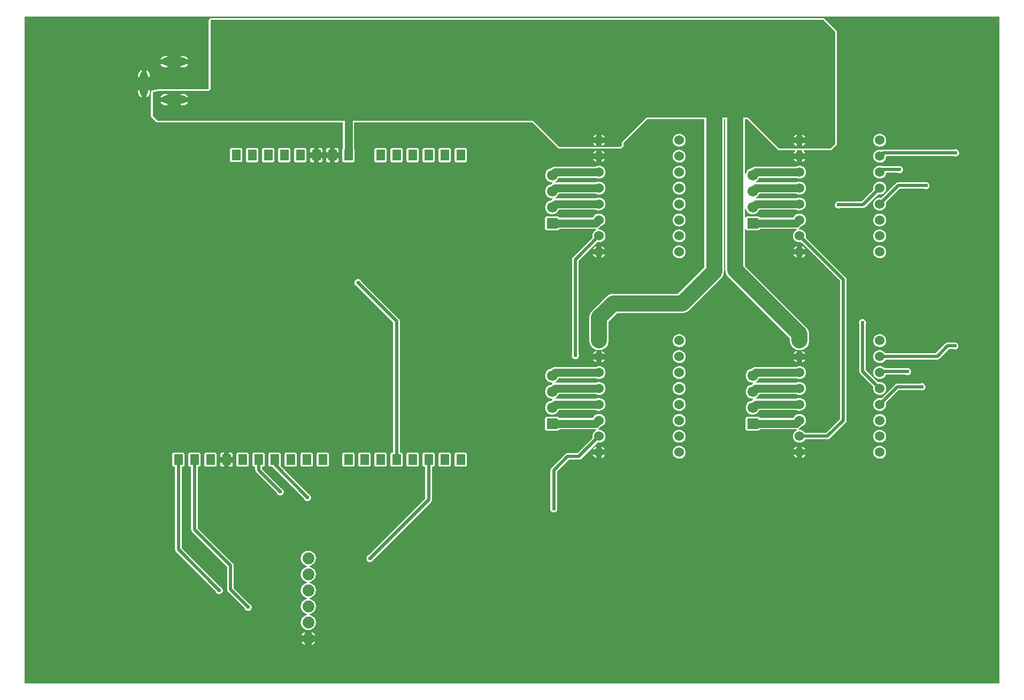
<source format=gtl>
G04 Layer: TopLayer*
G04 EasyEDA v6.5.34, 2023-10-02 14:14:04*
G04 f8cec7c47a1a460abc9a27ceab174a81,9d3d63f08f7d425b882531a970cedf0e,10*
G04 Gerber Generator version 0.2*
G04 Scale: 100 percent, Rotated: No, Reflected: No *
G04 Dimensions in inches *
G04 leading zeros omitted , absolute positions ,3 integer and 6 decimal *
%FSLAX36Y36*%
%MOIN*%

%AMMACRO1*21,1,$1,$2,0,0,$3*%
%ADD10C,0.0200*%
%ADD11C,0.0500*%
%ADD12C,0.1000*%
%ADD13MACRO1,0.0672X0.056X90.0000*%
%ADD14MACRO1,0.0672X0.056X-90.0000*%
%ADD15C,0.0740*%
%ADD16O,0.051181000000000004X0.15747999999999998*%
%ADD17O,0.15747999999999998X0.051181000000000004*%
%ADD18R,0.0669X0.0669*%
%ADD19C,0.0669*%
%ADD20C,0.0600*%
%ADD21C,0.0244*%
%ADD22C,0.0150*%

%LPD*%
G36*
X294200Y1035200D02*
G01*
X292660Y1035500D01*
X291380Y1036380D01*
X290500Y1037660D01*
X290200Y1039200D01*
X290200Y5190800D01*
X290500Y5192340D01*
X291380Y5193620D01*
X292660Y5194500D01*
X294200Y5194800D01*
X6365800Y5194800D01*
X6367340Y5194500D01*
X6368620Y5193620D01*
X6369500Y5192340D01*
X6369800Y5190800D01*
X6369800Y1039200D01*
X6369500Y1037660D01*
X6368620Y1036380D01*
X6367340Y1035500D01*
X6365800Y1035200D01*
G37*

%LPC*%
G36*
X2081000Y1272820D02*
G01*
X2082320Y1273420D01*
X2087260Y1276480D01*
X2091800Y1280120D01*
X2095840Y1284300D01*
X2099340Y1288940D01*
X2102260Y1294000D01*
X2081000Y1294000D01*
G37*
G36*
X2039000Y1272820D02*
G01*
X2039000Y1294000D01*
X2017740Y1294000D01*
X2020660Y1288940D01*
X2024160Y1284300D01*
X2028200Y1280120D01*
X2032740Y1276480D01*
X2037680Y1273420D01*
G37*
G36*
X2081000Y1336000D02*
G01*
X2102160Y1336000D01*
X2100860Y1338600D01*
X2097660Y1343440D01*
X2093880Y1347860D01*
X2089580Y1351759D01*
X2084840Y1355120D01*
X2081000Y1357180D01*
G37*
G36*
X2017840Y1336000D02*
G01*
X2039000Y1336000D01*
X2039000Y1357180D01*
X2035160Y1355120D01*
X2030420Y1351759D01*
X2026120Y1347860D01*
X2022340Y1343440D01*
X2019139Y1338600D01*
G37*
G36*
X2060000Y1367800D02*
G01*
X2065800Y1368160D01*
X2071519Y1369240D01*
X2077040Y1371000D01*
X2082320Y1373420D01*
X2087260Y1376480D01*
X2091800Y1380120D01*
X2095840Y1384300D01*
X2099340Y1388940D01*
X2102240Y1393959D01*
X2104500Y1399319D01*
X2106100Y1404900D01*
X2107000Y1410640D01*
X2107180Y1416459D01*
X2106640Y1422240D01*
X2105400Y1427920D01*
X2103460Y1433400D01*
X2100860Y1438600D01*
X2097660Y1443440D01*
X2093880Y1447860D01*
X2089580Y1451759D01*
X2084840Y1455120D01*
X2079720Y1457880D01*
X2074300Y1459980D01*
X2069700Y1461120D01*
X2068320Y1461780D01*
X2067260Y1462920D01*
X2066740Y1464360D01*
X2066780Y1465900D01*
X2067400Y1467300D01*
X2068520Y1468380D01*
X2069940Y1468940D01*
X2071519Y1469240D01*
X2077040Y1471000D01*
X2082320Y1473420D01*
X2087260Y1476480D01*
X2091800Y1480120D01*
X2095840Y1484300D01*
X2099340Y1488940D01*
X2102240Y1493959D01*
X2104500Y1499319D01*
X2106100Y1504900D01*
X2107000Y1510640D01*
X2107180Y1516459D01*
X2106640Y1522240D01*
X2105400Y1527920D01*
X2103460Y1533400D01*
X2100860Y1538600D01*
X2097660Y1543440D01*
X2093880Y1547860D01*
X2089580Y1551759D01*
X2084840Y1555120D01*
X2079720Y1557880D01*
X2074300Y1559980D01*
X2069700Y1561120D01*
X2068320Y1561780D01*
X2067260Y1562920D01*
X2066740Y1564360D01*
X2066780Y1565900D01*
X2067400Y1567300D01*
X2068520Y1568380D01*
X2069940Y1568940D01*
X2071519Y1569240D01*
X2077040Y1571000D01*
X2082320Y1573420D01*
X2087260Y1576480D01*
X2091800Y1580120D01*
X2095840Y1584300D01*
X2099340Y1588940D01*
X2102240Y1593959D01*
X2104500Y1599319D01*
X2106100Y1604900D01*
X2107000Y1610640D01*
X2107180Y1616459D01*
X2106640Y1622240D01*
X2105400Y1627920D01*
X2103460Y1633400D01*
X2100860Y1638600D01*
X2097660Y1643440D01*
X2093880Y1647860D01*
X2089580Y1651759D01*
X2084840Y1655120D01*
X2079720Y1657880D01*
X2074300Y1659980D01*
X2069700Y1661120D01*
X2068320Y1661780D01*
X2067260Y1662920D01*
X2066740Y1664360D01*
X2066780Y1665900D01*
X2067400Y1667300D01*
X2068520Y1668380D01*
X2069940Y1668940D01*
X2071519Y1669240D01*
X2077040Y1671000D01*
X2082320Y1673420D01*
X2087260Y1676480D01*
X2091800Y1680120D01*
X2095840Y1684300D01*
X2099340Y1688940D01*
X2102240Y1693959D01*
X2104500Y1699319D01*
X2106100Y1704900D01*
X2107000Y1710640D01*
X2107180Y1716459D01*
X2106640Y1722240D01*
X2105400Y1727920D01*
X2103460Y1733400D01*
X2100860Y1738600D01*
X2097660Y1743440D01*
X2093880Y1747860D01*
X2089580Y1751759D01*
X2084840Y1755120D01*
X2079720Y1757880D01*
X2074300Y1759980D01*
X2069700Y1761120D01*
X2068320Y1761780D01*
X2067260Y1762920D01*
X2066740Y1764360D01*
X2066780Y1765900D01*
X2067400Y1767300D01*
X2068520Y1768380D01*
X2069940Y1768940D01*
X2071519Y1769240D01*
X2077040Y1771000D01*
X2082320Y1773420D01*
X2087260Y1776480D01*
X2091800Y1780120D01*
X2095840Y1784300D01*
X2099340Y1788940D01*
X2102240Y1793959D01*
X2104500Y1799319D01*
X2106100Y1804900D01*
X2107000Y1810640D01*
X2107180Y1816459D01*
X2106640Y1822240D01*
X2105400Y1827920D01*
X2103460Y1833400D01*
X2100860Y1838600D01*
X2097660Y1843440D01*
X2093880Y1847860D01*
X2089580Y1851759D01*
X2084840Y1855120D01*
X2079720Y1857880D01*
X2074300Y1859980D01*
X2068680Y1861380D01*
X2062900Y1862100D01*
X2057100Y1862100D01*
X2051320Y1861380D01*
X2045700Y1859980D01*
X2040280Y1857880D01*
X2035160Y1855120D01*
X2030420Y1851759D01*
X2026120Y1847860D01*
X2022340Y1843440D01*
X2019139Y1838600D01*
X2016540Y1833400D01*
X2014600Y1827920D01*
X2013360Y1822240D01*
X2012840Y1816459D01*
X2013000Y1810640D01*
X2013899Y1804900D01*
X2015500Y1799319D01*
X2017760Y1793959D01*
X2020660Y1788940D01*
X2024160Y1784300D01*
X2028200Y1780120D01*
X2032740Y1776480D01*
X2037680Y1773420D01*
X2042960Y1771000D01*
X2048480Y1769240D01*
X2050060Y1768940D01*
X2051480Y1768380D01*
X2052600Y1767300D01*
X2053220Y1765900D01*
X2053260Y1764360D01*
X2052740Y1762920D01*
X2051680Y1761780D01*
X2050300Y1761120D01*
X2045700Y1759980D01*
X2040280Y1757880D01*
X2035160Y1755120D01*
X2030420Y1751759D01*
X2026120Y1747860D01*
X2022340Y1743440D01*
X2019139Y1738600D01*
X2016540Y1733400D01*
X2014600Y1727920D01*
X2013360Y1722240D01*
X2012840Y1716459D01*
X2013000Y1710640D01*
X2013899Y1704900D01*
X2015500Y1699319D01*
X2017760Y1693959D01*
X2020660Y1688940D01*
X2024160Y1684300D01*
X2028200Y1680120D01*
X2032740Y1676480D01*
X2037680Y1673420D01*
X2042960Y1671000D01*
X2048480Y1669240D01*
X2050060Y1668940D01*
X2051480Y1668380D01*
X2052600Y1667300D01*
X2053220Y1665900D01*
X2053260Y1664360D01*
X2052740Y1662920D01*
X2051680Y1661780D01*
X2050300Y1661120D01*
X2045700Y1659980D01*
X2040280Y1657880D01*
X2035160Y1655120D01*
X2030420Y1651759D01*
X2026120Y1647860D01*
X2022340Y1643440D01*
X2019139Y1638600D01*
X2016540Y1633400D01*
X2014600Y1627920D01*
X2013360Y1622240D01*
X2012840Y1616459D01*
X2013000Y1610640D01*
X2013899Y1604900D01*
X2015500Y1599319D01*
X2017760Y1593959D01*
X2020660Y1588940D01*
X2024160Y1584300D01*
X2028200Y1580120D01*
X2032740Y1576480D01*
X2037680Y1573420D01*
X2042960Y1571000D01*
X2048480Y1569240D01*
X2050060Y1568940D01*
X2051480Y1568380D01*
X2052600Y1567300D01*
X2053220Y1565900D01*
X2053260Y1564360D01*
X2052740Y1562920D01*
X2051680Y1561780D01*
X2050300Y1561120D01*
X2045700Y1559980D01*
X2040280Y1557880D01*
X2035160Y1555120D01*
X2030420Y1551759D01*
X2026120Y1547860D01*
X2022340Y1543440D01*
X2019139Y1538600D01*
X2016540Y1533400D01*
X2014600Y1527920D01*
X2013360Y1522240D01*
X2012840Y1516459D01*
X2013000Y1510640D01*
X2013899Y1504900D01*
X2015500Y1499319D01*
X2017760Y1493959D01*
X2020660Y1488940D01*
X2024160Y1484300D01*
X2028200Y1480120D01*
X2032740Y1476480D01*
X2037680Y1473420D01*
X2042960Y1471000D01*
X2048480Y1469240D01*
X2050060Y1468940D01*
X2051480Y1468380D01*
X2052600Y1467300D01*
X2053220Y1465900D01*
X2053260Y1464360D01*
X2052740Y1462920D01*
X2051680Y1461780D01*
X2050300Y1461120D01*
X2045700Y1459980D01*
X2040280Y1457880D01*
X2035160Y1455120D01*
X2030420Y1451759D01*
X2026120Y1447860D01*
X2022340Y1443440D01*
X2019139Y1438600D01*
X2016540Y1433400D01*
X2014600Y1427920D01*
X2013360Y1422240D01*
X2012840Y1416459D01*
X2013000Y1410640D01*
X2013899Y1404900D01*
X2015500Y1399319D01*
X2017760Y1393959D01*
X2020660Y1388940D01*
X2024160Y1384300D01*
X2028200Y1380120D01*
X2032740Y1376480D01*
X2037680Y1373420D01*
X2042960Y1371000D01*
X2048480Y1369240D01*
X2054199Y1368160D01*
G37*
G36*
X1685960Y1487620D02*
G01*
X1689720Y1488120D01*
X1693340Y1489220D01*
X1696740Y1490940D01*
X1699800Y1493200D01*
X1702420Y1495940D01*
X1704540Y1499079D01*
X1706120Y1502540D01*
X1707060Y1506220D01*
X1707400Y1510000D01*
X1707060Y1513779D01*
X1706120Y1517460D01*
X1704540Y1520920D01*
X1702420Y1524060D01*
X1699800Y1526800D01*
X1696759Y1529060D01*
X1692900Y1530980D01*
X1691840Y1531720D01*
X1596380Y1627200D01*
X1595500Y1628500D01*
X1595200Y1630020D01*
X1595200Y1769920D01*
X1595120Y1771759D01*
X1594880Y1773500D01*
X1594500Y1775220D01*
X1593980Y1776900D01*
X1593300Y1778540D01*
X1592500Y1780100D01*
X1591540Y1781579D01*
X1590480Y1782980D01*
X1589220Y1784340D01*
X1371380Y2002200D01*
X1370500Y2003500D01*
X1370200Y2005020D01*
X1370200Y2382200D01*
X1370500Y2383740D01*
X1371380Y2385020D01*
X1372660Y2385900D01*
X1374199Y2386200D01*
X1377780Y2386200D01*
X1380260Y2386480D01*
X1382420Y2387240D01*
X1384340Y2388440D01*
X1385960Y2390060D01*
X1387160Y2391980D01*
X1387920Y2394140D01*
X1388200Y2396620D01*
X1388200Y2463380D01*
X1387920Y2465860D01*
X1387160Y2468020D01*
X1385960Y2469940D01*
X1384340Y2471560D01*
X1382420Y2472760D01*
X1380260Y2473520D01*
X1377780Y2473800D01*
X1322220Y2473800D01*
X1319740Y2473520D01*
X1317580Y2472760D01*
X1315660Y2471560D01*
X1314040Y2469940D01*
X1312840Y2468020D01*
X1312080Y2465860D01*
X1311800Y2463380D01*
X1311800Y2396620D01*
X1312080Y2394140D01*
X1312840Y2391980D01*
X1314040Y2390060D01*
X1315660Y2388440D01*
X1317580Y2387240D01*
X1319740Y2386480D01*
X1322220Y2386200D01*
X1325800Y2386200D01*
X1327340Y2385900D01*
X1328620Y2385020D01*
X1329500Y2383740D01*
X1329800Y2382200D01*
X1329800Y1995080D01*
X1329880Y1993240D01*
X1330120Y1991500D01*
X1330500Y1989780D01*
X1331020Y1988100D01*
X1331699Y1986459D01*
X1332500Y1984900D01*
X1333460Y1983420D01*
X1334520Y1982020D01*
X1335780Y1980660D01*
X1553620Y1762800D01*
X1554500Y1761500D01*
X1554800Y1759980D01*
X1554800Y1620080D01*
X1554880Y1618240D01*
X1555120Y1616500D01*
X1555500Y1614780D01*
X1556020Y1613100D01*
X1556699Y1611459D01*
X1557500Y1609900D01*
X1558460Y1608420D01*
X1559520Y1607020D01*
X1560780Y1605660D01*
X1663380Y1503060D01*
X1664319Y1501560D01*
X1664600Y1500780D01*
X1666440Y1497460D01*
X1668839Y1494500D01*
X1671680Y1492000D01*
X1674920Y1490000D01*
X1678440Y1488600D01*
X1682160Y1487800D01*
G37*
G36*
X1505960Y1592620D02*
G01*
X1509720Y1593120D01*
X1513340Y1594220D01*
X1516740Y1595940D01*
X1519800Y1598200D01*
X1522420Y1600940D01*
X1524540Y1604079D01*
X1526120Y1607540D01*
X1527060Y1611220D01*
X1527400Y1615000D01*
X1527060Y1618779D01*
X1526120Y1622460D01*
X1524540Y1625920D01*
X1522420Y1629060D01*
X1519800Y1631800D01*
X1516759Y1634060D01*
X1512900Y1635980D01*
X1511840Y1636720D01*
X1271380Y1877200D01*
X1270500Y1878500D01*
X1270200Y1880020D01*
X1270200Y2382200D01*
X1270500Y2383740D01*
X1271380Y2385020D01*
X1272660Y2385900D01*
X1274200Y2386200D01*
X1277780Y2386200D01*
X1280260Y2386480D01*
X1282420Y2387240D01*
X1284340Y2388440D01*
X1285960Y2390060D01*
X1287160Y2391980D01*
X1287920Y2394140D01*
X1288200Y2396620D01*
X1288200Y2463380D01*
X1287920Y2465860D01*
X1287160Y2468020D01*
X1285960Y2469940D01*
X1284340Y2471560D01*
X1282420Y2472760D01*
X1280260Y2473520D01*
X1277780Y2473800D01*
X1222220Y2473800D01*
X1219740Y2473520D01*
X1217580Y2472760D01*
X1215660Y2471560D01*
X1214040Y2469940D01*
X1212840Y2468020D01*
X1212080Y2465860D01*
X1211800Y2463380D01*
X1211800Y2396620D01*
X1212080Y2394140D01*
X1212840Y2391980D01*
X1214040Y2390060D01*
X1215660Y2388440D01*
X1217580Y2387240D01*
X1219740Y2386480D01*
X1222220Y2386200D01*
X1225800Y2386200D01*
X1227340Y2385900D01*
X1228620Y2385020D01*
X1229500Y2383740D01*
X1229800Y2382200D01*
X1229800Y1870080D01*
X1229880Y1868240D01*
X1230120Y1866500D01*
X1230500Y1864780D01*
X1231020Y1863100D01*
X1231700Y1861459D01*
X1232500Y1859900D01*
X1233460Y1858420D01*
X1234520Y1857020D01*
X1235780Y1855660D01*
X1483380Y1608060D01*
X1484319Y1606560D01*
X1484600Y1605780D01*
X1486440Y1602460D01*
X1488839Y1599500D01*
X1491680Y1597000D01*
X1494920Y1595000D01*
X1498440Y1593600D01*
X1502160Y1592800D01*
G37*
G36*
X2445960Y1792620D02*
G01*
X2449720Y1793120D01*
X2453340Y1794220D01*
X2456740Y1795940D01*
X2459800Y1798200D01*
X2462420Y1800940D01*
X2464540Y1804079D01*
X2465820Y1806879D01*
X2466640Y1808060D01*
X2824220Y2165660D01*
X2825480Y2167020D01*
X2826540Y2168420D01*
X2827500Y2169900D01*
X2828300Y2171460D01*
X2828980Y2173100D01*
X2829500Y2174780D01*
X2829880Y2176500D01*
X2830120Y2178240D01*
X2830200Y2180080D01*
X2830200Y2382200D01*
X2830500Y2383740D01*
X2831380Y2385020D01*
X2832660Y2385900D01*
X2834200Y2386200D01*
X2837780Y2386200D01*
X2840260Y2386480D01*
X2842420Y2387240D01*
X2844340Y2388440D01*
X2845960Y2390060D01*
X2847160Y2391980D01*
X2847919Y2394140D01*
X2848200Y2396620D01*
X2848200Y2463380D01*
X2847919Y2465860D01*
X2847160Y2468020D01*
X2845960Y2469940D01*
X2844340Y2471560D01*
X2842420Y2472760D01*
X2840260Y2473520D01*
X2837780Y2473800D01*
X2782220Y2473800D01*
X2779740Y2473520D01*
X2777580Y2472760D01*
X2775659Y2471560D01*
X2774040Y2469940D01*
X2772840Y2468020D01*
X2772080Y2465860D01*
X2771800Y2463380D01*
X2771800Y2396620D01*
X2772080Y2394140D01*
X2772840Y2391980D01*
X2774040Y2390060D01*
X2775659Y2388440D01*
X2777580Y2387240D01*
X2779740Y2386480D01*
X2782220Y2386200D01*
X2785800Y2386200D01*
X2787340Y2385900D01*
X2788620Y2385020D01*
X2789500Y2383740D01*
X2789800Y2382200D01*
X2789800Y2190020D01*
X2789500Y2188500D01*
X2788620Y2187200D01*
X2438020Y1836579D01*
X2436680Y1835700D01*
X2434920Y1835000D01*
X2431680Y1833000D01*
X2428840Y1830500D01*
X2426440Y1827540D01*
X2424600Y1824220D01*
X2423340Y1820640D01*
X2422700Y1816900D01*
X2422700Y1813100D01*
X2423340Y1809360D01*
X2424600Y1805780D01*
X2426440Y1802460D01*
X2428840Y1799500D01*
X2431680Y1797000D01*
X2434920Y1795000D01*
X2438440Y1793600D01*
X2442160Y1792800D01*
G37*
G36*
X3590960Y2102620D02*
G01*
X3594720Y2103120D01*
X3598340Y2104220D01*
X3601740Y2105940D01*
X3604800Y2108200D01*
X3607420Y2110940D01*
X3609540Y2114080D01*
X3611120Y2117540D01*
X3612060Y2121220D01*
X3612400Y2125000D01*
X3612060Y2128780D01*
X3611120Y2132460D01*
X3610560Y2133700D01*
X3610200Y2135340D01*
X3610200Y2354980D01*
X3610500Y2356500D01*
X3611380Y2357800D01*
X3682200Y2428620D01*
X3683500Y2429500D01*
X3685020Y2429800D01*
X3745460Y2429800D01*
X3747300Y2429880D01*
X3749040Y2430120D01*
X3750760Y2430500D01*
X3752440Y2431020D01*
X3754080Y2431700D01*
X3755640Y2432500D01*
X3757120Y2433460D01*
X3758519Y2434520D01*
X3759880Y2435780D01*
X3860200Y2536080D01*
X3861300Y2536860D01*
X3862600Y2537240D01*
X3863960Y2537140D01*
X3865320Y2536820D01*
X3870659Y2536280D01*
X3876019Y2536460D01*
X3881320Y2537360D01*
X3886440Y2538960D01*
X3891320Y2541220D01*
X3895840Y2544100D01*
X3899940Y2547560D01*
X3903540Y2551540D01*
X3906580Y2555980D01*
X3909000Y2560760D01*
X3910760Y2565840D01*
X3911840Y2571100D01*
X3912200Y2576460D01*
X3911840Y2581820D01*
X3910760Y2587080D01*
X3909000Y2592140D01*
X3906580Y2596940D01*
X3903540Y2601360D01*
X3899940Y2605340D01*
X3895840Y2608820D01*
X3891320Y2611700D01*
X3886440Y2613960D01*
X3881320Y2615560D01*
X3876019Y2616440D01*
X3870580Y2616620D01*
X3868399Y2616880D01*
X3866960Y2617900D01*
X3866080Y2619420D01*
X3865940Y2621180D01*
X3866580Y2622820D01*
X3867860Y2624040D01*
X3870140Y2625380D01*
X3872220Y2626820D01*
X3874160Y2628399D01*
X3876060Y2630160D01*
X3882600Y2636700D01*
X3883360Y2637300D01*
X3884240Y2637700D01*
X3886440Y2638380D01*
X3891320Y2640640D01*
X3895840Y2643519D01*
X3899940Y2647000D01*
X3903540Y2650980D01*
X3906580Y2655400D01*
X3909000Y2660200D01*
X3910760Y2665260D01*
X3911840Y2670520D01*
X3912200Y2675880D01*
X3911840Y2681240D01*
X3910760Y2686500D01*
X3909000Y2691580D01*
X3906580Y2696360D01*
X3903540Y2700800D01*
X3899940Y2704780D01*
X3895840Y2708240D01*
X3891320Y2711120D01*
X3886440Y2713380D01*
X3881320Y2714980D01*
X3876019Y2715880D01*
X3870659Y2716060D01*
X3865320Y2715520D01*
X3860100Y2714280D01*
X3855080Y2712340D01*
X3850380Y2709760D01*
X3846060Y2706580D01*
X3842200Y2702840D01*
X3838860Y2698620D01*
X3836120Y2694020D01*
X3835539Y2692640D01*
X3834680Y2691360D01*
X3833380Y2690500D01*
X3831860Y2690200D01*
X3626400Y2690200D01*
X3624800Y2690539D01*
X3623480Y2691480D01*
X3621420Y2694800D01*
X3619800Y2696420D01*
X3617880Y2697640D01*
X3615720Y2698380D01*
X3613240Y2698660D01*
X3546760Y2698660D01*
X3544280Y2698380D01*
X3542120Y2697640D01*
X3540200Y2696420D01*
X3538580Y2694800D01*
X3537360Y2692880D01*
X3536620Y2690720D01*
X3536340Y2688240D01*
X3536340Y2621760D01*
X3536620Y2619280D01*
X3537360Y2617120D01*
X3538580Y2615200D01*
X3540200Y2613580D01*
X3542120Y2612360D01*
X3544280Y2611620D01*
X3546760Y2611340D01*
X3613240Y2611340D01*
X3615720Y2611620D01*
X3617880Y2612360D01*
X3619800Y2613580D01*
X3621420Y2615200D01*
X3623480Y2618519D01*
X3624800Y2619460D01*
X3626400Y2619800D01*
X3851940Y2619840D01*
X3853680Y2619500D01*
X3855120Y2618460D01*
X3855940Y2616900D01*
X3856019Y2615120D01*
X3855340Y2613500D01*
X3854020Y2612320D01*
X3850380Y2610340D01*
X3846060Y2607140D01*
X3842200Y2603420D01*
X3838860Y2599200D01*
X3836120Y2594580D01*
X3834040Y2589640D01*
X3832620Y2584460D01*
X3831900Y2579140D01*
X3831900Y2573780D01*
X3832700Y2567980D01*
X3832679Y2566760D01*
X3832300Y2565600D01*
X3831580Y2564600D01*
X3738340Y2471380D01*
X3737040Y2470500D01*
X3735520Y2470200D01*
X3675080Y2470200D01*
X3673240Y2470120D01*
X3671500Y2469880D01*
X3669780Y2469500D01*
X3668100Y2468980D01*
X3666460Y2468300D01*
X3664900Y2467500D01*
X3663420Y2466540D01*
X3662020Y2465480D01*
X3660659Y2464220D01*
X3575779Y2379340D01*
X3574520Y2377980D01*
X3573460Y2376580D01*
X3572500Y2375100D01*
X3571700Y2373540D01*
X3571019Y2371900D01*
X3570500Y2370220D01*
X3570120Y2368500D01*
X3569880Y2366760D01*
X3569800Y2364920D01*
X3569800Y2135480D01*
X3569580Y2134160D01*
X3568340Y2130640D01*
X3567700Y2126900D01*
X3567700Y2123100D01*
X3568340Y2119360D01*
X3569600Y2115780D01*
X3571440Y2112460D01*
X3573840Y2109500D01*
X3576680Y2107000D01*
X3579920Y2105000D01*
X3583440Y2103600D01*
X3587160Y2102800D01*
G37*
G36*
X2055960Y2172620D02*
G01*
X2059720Y2173120D01*
X2063360Y2174220D01*
X2066740Y2175940D01*
X2069800Y2178200D01*
X2072440Y2180940D01*
X2074560Y2184080D01*
X2076120Y2187540D01*
X2077080Y2191220D01*
X2077400Y2195000D01*
X2077080Y2198780D01*
X2076120Y2202460D01*
X2074560Y2205920D01*
X2072440Y2209060D01*
X2069800Y2211800D01*
X2066759Y2214060D01*
X2062900Y2215980D01*
X2061840Y2216720D01*
X1888800Y2389780D01*
X1887960Y2391000D01*
X1887620Y2392460D01*
X1887920Y2394140D01*
X1888200Y2396620D01*
X1888200Y2463380D01*
X1887920Y2465860D01*
X1887160Y2468020D01*
X1885960Y2469940D01*
X1884340Y2471560D01*
X1882420Y2472760D01*
X1880260Y2473520D01*
X1877780Y2473800D01*
X1822220Y2473800D01*
X1819740Y2473520D01*
X1817580Y2472760D01*
X1815660Y2471560D01*
X1814040Y2469940D01*
X1812840Y2468020D01*
X1812080Y2465860D01*
X1811800Y2463380D01*
X1811800Y2396620D01*
X1812080Y2394140D01*
X1812840Y2391980D01*
X1814040Y2390060D01*
X1815660Y2388440D01*
X1817580Y2387240D01*
X1819740Y2386480D01*
X1822220Y2386200D01*
X1833580Y2386200D01*
X1835120Y2385900D01*
X1836399Y2385020D01*
X2033400Y2188040D01*
X2034340Y2186560D01*
X2034600Y2185780D01*
X2036459Y2182460D01*
X2038839Y2179500D01*
X2041699Y2177000D01*
X2044920Y2175000D01*
X2048460Y2173600D01*
X2052160Y2172800D01*
G37*
G36*
X1885960Y2207620D02*
G01*
X1889720Y2208120D01*
X1893340Y2209220D01*
X1896740Y2210940D01*
X1899800Y2213200D01*
X1902420Y2215940D01*
X1904540Y2219080D01*
X1906120Y2222540D01*
X1907060Y2226220D01*
X1907400Y2230000D01*
X1907060Y2233780D01*
X1906120Y2237460D01*
X1904540Y2240920D01*
X1902420Y2244060D01*
X1899800Y2246800D01*
X1896759Y2249060D01*
X1892900Y2250980D01*
X1891840Y2251720D01*
X1771380Y2372200D01*
X1770500Y2373500D01*
X1770200Y2375020D01*
X1770200Y2382200D01*
X1770500Y2383740D01*
X1771380Y2385020D01*
X1772660Y2385900D01*
X1774199Y2386200D01*
X1777780Y2386200D01*
X1780260Y2386480D01*
X1782420Y2387240D01*
X1784340Y2388440D01*
X1785960Y2390060D01*
X1787160Y2391980D01*
X1787920Y2394140D01*
X1788200Y2396620D01*
X1788200Y2463380D01*
X1787920Y2465860D01*
X1787160Y2468020D01*
X1785960Y2469940D01*
X1784340Y2471560D01*
X1782420Y2472760D01*
X1780260Y2473520D01*
X1777780Y2473800D01*
X1722220Y2473800D01*
X1719740Y2473520D01*
X1717580Y2472760D01*
X1715660Y2471560D01*
X1714040Y2469940D01*
X1712840Y2468020D01*
X1712080Y2465860D01*
X1711800Y2463380D01*
X1711800Y2396620D01*
X1712080Y2394140D01*
X1712840Y2391980D01*
X1714040Y2390060D01*
X1715660Y2388440D01*
X1717580Y2387240D01*
X1719740Y2386480D01*
X1722220Y2386200D01*
X1725800Y2386200D01*
X1727340Y2385900D01*
X1728620Y2385020D01*
X1729500Y2383740D01*
X1729800Y2382200D01*
X1729800Y2365080D01*
X1729880Y2363240D01*
X1730120Y2361500D01*
X1730500Y2359780D01*
X1731020Y2358100D01*
X1731699Y2356460D01*
X1732500Y2354900D01*
X1733460Y2353420D01*
X1734520Y2352020D01*
X1735780Y2350660D01*
X1863380Y2223060D01*
X1864319Y2221560D01*
X1864600Y2220780D01*
X1866440Y2217460D01*
X1868839Y2214500D01*
X1871680Y2212000D01*
X1874920Y2210000D01*
X1878440Y2208600D01*
X1882160Y2207800D01*
G37*
G36*
X1566500Y2386200D02*
G01*
X1577780Y2386200D01*
X1580260Y2386480D01*
X1582420Y2387240D01*
X1584340Y2388440D01*
X1585960Y2390060D01*
X1587160Y2391980D01*
X1587920Y2394140D01*
X1588200Y2396620D01*
X1588200Y2410700D01*
X1566500Y2410700D01*
G37*
G36*
X1522220Y2386200D02*
G01*
X1533500Y2386200D01*
X1533500Y2410700D01*
X1511800Y2410700D01*
X1511800Y2396620D01*
X1512080Y2394140D01*
X1512840Y2391980D01*
X1514040Y2390060D01*
X1515660Y2388440D01*
X1517580Y2387240D01*
X1519740Y2386480D01*
G37*
G36*
X2022220Y2386200D02*
G01*
X2077780Y2386200D01*
X2080260Y2386480D01*
X2082420Y2387240D01*
X2084340Y2388440D01*
X2085960Y2390060D01*
X2087160Y2391980D01*
X2087920Y2394140D01*
X2088200Y2396620D01*
X2088200Y2463380D01*
X2087920Y2465860D01*
X2087160Y2468020D01*
X2085960Y2469940D01*
X2084340Y2471560D01*
X2082420Y2472760D01*
X2080260Y2473520D01*
X2077780Y2473800D01*
X2022220Y2473800D01*
X2019740Y2473520D01*
X2017580Y2472760D01*
X2015660Y2471560D01*
X2014040Y2469940D01*
X2012840Y2468020D01*
X2012080Y2465860D01*
X2011800Y2463380D01*
X2011800Y2396620D01*
X2012080Y2394140D01*
X2012840Y2391980D01*
X2014040Y2390060D01*
X2015660Y2388440D01*
X2017580Y2387240D01*
X2019740Y2386480D01*
G37*
G36*
X2382220Y2386200D02*
G01*
X2437780Y2386200D01*
X2440260Y2386480D01*
X2442420Y2387240D01*
X2444340Y2388440D01*
X2445960Y2390060D01*
X2447160Y2391980D01*
X2447920Y2394140D01*
X2448200Y2396620D01*
X2448200Y2463380D01*
X2447920Y2465860D01*
X2447160Y2468020D01*
X2445960Y2469940D01*
X2444340Y2471560D01*
X2442420Y2472760D01*
X2440260Y2473520D01*
X2437780Y2473800D01*
X2382220Y2473800D01*
X2379740Y2473520D01*
X2377580Y2472760D01*
X2375660Y2471560D01*
X2374040Y2469940D01*
X2372840Y2468020D01*
X2372080Y2465860D01*
X2371800Y2463380D01*
X2371800Y2396620D01*
X2372080Y2394140D01*
X2372840Y2391980D01*
X2374040Y2390060D01*
X2375660Y2388440D01*
X2377580Y2387240D01*
X2379740Y2386480D01*
G37*
G36*
X2282220Y2386200D02*
G01*
X2337780Y2386200D01*
X2340260Y2386480D01*
X2342420Y2387240D01*
X2344340Y2388440D01*
X2345960Y2390060D01*
X2347160Y2391980D01*
X2347920Y2394140D01*
X2348200Y2396620D01*
X2348200Y2463380D01*
X2347920Y2465860D01*
X2347160Y2468020D01*
X2345960Y2469940D01*
X2344340Y2471560D01*
X2342420Y2472760D01*
X2340260Y2473520D01*
X2337780Y2473800D01*
X2282220Y2473800D01*
X2279740Y2473520D01*
X2277580Y2472760D01*
X2275660Y2471560D01*
X2274040Y2469940D01*
X2272840Y2468020D01*
X2272080Y2465860D01*
X2271800Y2463380D01*
X2271800Y2396620D01*
X2272080Y2394140D01*
X2272840Y2391980D01*
X2274040Y2390060D01*
X2275660Y2388440D01*
X2277580Y2387240D01*
X2279740Y2386480D01*
G37*
G36*
X2682220Y2386200D02*
G01*
X2737780Y2386200D01*
X2740260Y2386480D01*
X2742420Y2387240D01*
X2744340Y2388440D01*
X2745960Y2390060D01*
X2747160Y2391980D01*
X2747919Y2394140D01*
X2748200Y2396620D01*
X2748200Y2463380D01*
X2747919Y2465860D01*
X2747160Y2468020D01*
X2745960Y2469940D01*
X2744340Y2471560D01*
X2742420Y2472760D01*
X2740260Y2473520D01*
X2737780Y2473800D01*
X2682220Y2473800D01*
X2679740Y2473520D01*
X2677580Y2472760D01*
X2675659Y2471560D01*
X2674040Y2469940D01*
X2672840Y2468020D01*
X2672080Y2465860D01*
X2671800Y2463380D01*
X2671800Y2396620D01*
X2672080Y2394140D01*
X2672840Y2391980D01*
X2674040Y2390060D01*
X2675659Y2388440D01*
X2677580Y2387240D01*
X2679740Y2386480D01*
G37*
G36*
X1422220Y2386200D02*
G01*
X1477780Y2386200D01*
X1480260Y2386480D01*
X1482420Y2387240D01*
X1484340Y2388440D01*
X1485960Y2390060D01*
X1487160Y2391980D01*
X1487920Y2394140D01*
X1488200Y2396620D01*
X1488200Y2463380D01*
X1487920Y2465860D01*
X1487160Y2468020D01*
X1485960Y2469940D01*
X1484340Y2471560D01*
X1482420Y2472760D01*
X1480260Y2473520D01*
X1477780Y2473800D01*
X1422220Y2473800D01*
X1419740Y2473520D01*
X1417580Y2472760D01*
X1415660Y2471560D01*
X1414040Y2469940D01*
X1412840Y2468020D01*
X1412080Y2465860D01*
X1411800Y2463380D01*
X1411800Y2396620D01*
X1412080Y2394140D01*
X1412840Y2391980D01*
X1414040Y2390060D01*
X1415660Y2388440D01*
X1417580Y2387240D01*
X1419740Y2386480D01*
G37*
G36*
X2122220Y2386200D02*
G01*
X2177780Y2386200D01*
X2180260Y2386480D01*
X2182420Y2387240D01*
X2184340Y2388440D01*
X2185960Y2390060D01*
X2187160Y2391980D01*
X2187920Y2394140D01*
X2188200Y2396620D01*
X2188200Y2463380D01*
X2187920Y2465860D01*
X2187160Y2468020D01*
X2185960Y2469940D01*
X2184340Y2471560D01*
X2182420Y2472760D01*
X2180260Y2473520D01*
X2177780Y2473800D01*
X2122220Y2473800D01*
X2119740Y2473520D01*
X2117580Y2472760D01*
X2115660Y2471560D01*
X2114040Y2469940D01*
X2112840Y2468020D01*
X2112080Y2465860D01*
X2111800Y2463380D01*
X2111800Y2396620D01*
X2112080Y2394140D01*
X2112840Y2391980D01*
X2114040Y2390060D01*
X2115660Y2388440D01*
X2117580Y2387240D01*
X2119740Y2386480D01*
G37*
G36*
X2882220Y2386200D02*
G01*
X2937780Y2386200D01*
X2940260Y2386480D01*
X2942420Y2387240D01*
X2944340Y2388440D01*
X2945960Y2390060D01*
X2947160Y2391980D01*
X2947919Y2394140D01*
X2948200Y2396620D01*
X2948200Y2463380D01*
X2947919Y2465860D01*
X2947160Y2468020D01*
X2945960Y2469940D01*
X2944340Y2471560D01*
X2942420Y2472760D01*
X2940260Y2473520D01*
X2937780Y2473800D01*
X2882220Y2473800D01*
X2879740Y2473520D01*
X2877580Y2472760D01*
X2875659Y2471560D01*
X2874040Y2469940D01*
X2872840Y2468020D01*
X2872080Y2465860D01*
X2871800Y2463380D01*
X2871800Y2396620D01*
X2872080Y2394140D01*
X2872840Y2391980D01*
X2874040Y2390060D01*
X2875659Y2388440D01*
X2877580Y2387240D01*
X2879740Y2386480D01*
G37*
G36*
X2982220Y2386200D02*
G01*
X3037780Y2386200D01*
X3040260Y2386480D01*
X3042420Y2387240D01*
X3044340Y2388440D01*
X3045960Y2390060D01*
X3047160Y2391980D01*
X3047919Y2394140D01*
X3048200Y2396620D01*
X3048200Y2463380D01*
X3047919Y2465860D01*
X3047160Y2468020D01*
X3045960Y2469940D01*
X3044340Y2471560D01*
X3042420Y2472760D01*
X3040260Y2473520D01*
X3037780Y2473800D01*
X2982220Y2473800D01*
X2979740Y2473520D01*
X2977580Y2472760D01*
X2975659Y2471560D01*
X2974040Y2469940D01*
X2972840Y2468020D01*
X2972080Y2465860D01*
X2971800Y2463380D01*
X2971800Y2396620D01*
X2972080Y2394140D01*
X2972840Y2391980D01*
X2974040Y2390060D01*
X2975659Y2388440D01*
X2977580Y2387240D01*
X2979740Y2386480D01*
G37*
G36*
X1622220Y2386200D02*
G01*
X1677780Y2386200D01*
X1680260Y2386480D01*
X1682420Y2387240D01*
X1684340Y2388440D01*
X1685960Y2390060D01*
X1687160Y2391980D01*
X1687920Y2394140D01*
X1688200Y2396620D01*
X1688200Y2463380D01*
X1687920Y2465860D01*
X1687160Y2468020D01*
X1685960Y2469940D01*
X1684340Y2471560D01*
X1682420Y2472760D01*
X1680260Y2473520D01*
X1677780Y2473800D01*
X1622220Y2473800D01*
X1619740Y2473520D01*
X1617580Y2472760D01*
X1615660Y2471560D01*
X1614040Y2469940D01*
X1612840Y2468020D01*
X1612080Y2465860D01*
X1611800Y2463380D01*
X1611800Y2396620D01*
X1612080Y2394140D01*
X1612840Y2391980D01*
X1614040Y2390060D01*
X1615660Y2388440D01*
X1617580Y2387240D01*
X1619740Y2386480D01*
G37*
G36*
X2482220Y2386200D02*
G01*
X2537780Y2386200D01*
X2540260Y2386480D01*
X2542420Y2387240D01*
X2544340Y2388440D01*
X2545960Y2390060D01*
X2547160Y2391980D01*
X2547920Y2394140D01*
X2548200Y2396620D01*
X2548200Y2463380D01*
X2547920Y2465860D01*
X2547160Y2468020D01*
X2545960Y2469940D01*
X2544340Y2471560D01*
X2542420Y2472760D01*
X2540260Y2473520D01*
X2537780Y2473800D01*
X2482220Y2473800D01*
X2479740Y2473520D01*
X2477580Y2472760D01*
X2475660Y2471560D01*
X2474040Y2469940D01*
X2472840Y2468020D01*
X2472080Y2465860D01*
X2471800Y2463380D01*
X2471800Y2396620D01*
X2472080Y2394140D01*
X2472840Y2391980D01*
X2474040Y2390060D01*
X2475660Y2388440D01*
X2477580Y2387240D01*
X2479740Y2386480D01*
G37*
G36*
X1922220Y2386200D02*
G01*
X1977780Y2386200D01*
X1980260Y2386480D01*
X1982420Y2387240D01*
X1984340Y2388440D01*
X1985960Y2390060D01*
X1987160Y2391980D01*
X1987920Y2394140D01*
X1988200Y2396620D01*
X1988200Y2463380D01*
X1987920Y2465860D01*
X1987160Y2468020D01*
X1985960Y2469940D01*
X1984340Y2471560D01*
X1982420Y2472760D01*
X1980260Y2473520D01*
X1977780Y2473800D01*
X1922220Y2473800D01*
X1919740Y2473520D01*
X1917580Y2472760D01*
X1915660Y2471560D01*
X1914040Y2469940D01*
X1912840Y2468020D01*
X1912080Y2465860D01*
X1911800Y2463380D01*
X1911800Y2396620D01*
X1912080Y2394140D01*
X1912840Y2391980D01*
X1914040Y2390060D01*
X1915660Y2388440D01*
X1917580Y2387240D01*
X1919740Y2386480D01*
G37*
G36*
X2582220Y2386200D02*
G01*
X2637780Y2386200D01*
X2640260Y2386480D01*
X2642420Y2387240D01*
X2644340Y2388440D01*
X2645960Y2390060D01*
X2647160Y2391980D01*
X2647919Y2394140D01*
X2648200Y2396620D01*
X2648200Y2463380D01*
X2647919Y2465860D01*
X2647160Y2468020D01*
X2645960Y2469940D01*
X2644340Y2471560D01*
X2642420Y2472760D01*
X2640260Y2473520D01*
X2637780Y2473800D01*
X2634200Y2473800D01*
X2632660Y2474100D01*
X2631380Y2474980D01*
X2630500Y2476260D01*
X2630200Y2477800D01*
X2630200Y3294920D01*
X2630120Y3296760D01*
X2629880Y3298500D01*
X2629500Y3300220D01*
X2628980Y3301900D01*
X2628300Y3303540D01*
X2627500Y3305100D01*
X2626540Y3306580D01*
X2625480Y3307980D01*
X2624220Y3309340D01*
X2391640Y3541940D01*
X2390820Y3543120D01*
X2389540Y3545920D01*
X2387420Y3549060D01*
X2384800Y3551800D01*
X2381740Y3554060D01*
X2378340Y3555779D01*
X2374720Y3556880D01*
X2370960Y3557380D01*
X2367160Y3557200D01*
X2363440Y3556400D01*
X2359920Y3555000D01*
X2356680Y3553000D01*
X2353840Y3550500D01*
X2351440Y3547540D01*
X2349600Y3544220D01*
X2348340Y3540640D01*
X2347700Y3536900D01*
X2347700Y3533100D01*
X2348340Y3529360D01*
X2349600Y3525779D01*
X2351440Y3522460D01*
X2353840Y3519500D01*
X2356680Y3517000D01*
X2359920Y3515000D01*
X2361680Y3514300D01*
X2363020Y3513420D01*
X2588620Y3287799D01*
X2589500Y3286500D01*
X2589800Y3284980D01*
X2589800Y2477800D01*
X2589500Y2476260D01*
X2588620Y2474980D01*
X2587340Y2474100D01*
X2585800Y2473800D01*
X2582220Y2473800D01*
X2579740Y2473520D01*
X2577580Y2472760D01*
X2575659Y2471560D01*
X2574040Y2469940D01*
X2572840Y2468020D01*
X2572080Y2465860D01*
X2571800Y2463380D01*
X2571800Y2396620D01*
X2572080Y2394140D01*
X2572840Y2391980D01*
X2574040Y2390060D01*
X2575659Y2388440D01*
X2577580Y2387240D01*
X2579740Y2386480D01*
G37*
G36*
X4370740Y2436840D02*
G01*
X4376100Y2437020D01*
X4381400Y2437900D01*
X4386520Y2439500D01*
X4391400Y2441760D01*
X4395920Y2444640D01*
X4400020Y2448100D01*
X4403620Y2452100D01*
X4406660Y2456520D01*
X4409080Y2461300D01*
X4410840Y2466380D01*
X4411920Y2471640D01*
X4412280Y2477000D01*
X4411920Y2482360D01*
X4410840Y2487620D01*
X4409080Y2492700D01*
X4406660Y2497480D01*
X4403620Y2501900D01*
X4400020Y2505900D01*
X4395920Y2509360D01*
X4391400Y2512240D01*
X4386520Y2514500D01*
X4381400Y2516100D01*
X4376100Y2516980D01*
X4370740Y2517160D01*
X4365400Y2516640D01*
X4360180Y2515380D01*
X4355160Y2513460D01*
X4350460Y2510880D01*
X4346140Y2507700D01*
X4342280Y2503960D01*
X4338940Y2499740D01*
X4336200Y2495120D01*
X4334120Y2490180D01*
X4332700Y2485000D01*
X4331980Y2479680D01*
X4331980Y2474320D01*
X4332700Y2469000D01*
X4334120Y2463820D01*
X4336200Y2458880D01*
X4338940Y2454260D01*
X4342280Y2450040D01*
X4346140Y2446300D01*
X4350460Y2443120D01*
X4355160Y2440540D01*
X4360180Y2438620D01*
X4365400Y2437360D01*
G37*
G36*
X5620740Y2436840D02*
G01*
X5626100Y2437020D01*
X5631400Y2437900D01*
X5636520Y2439500D01*
X5641400Y2441760D01*
X5645920Y2444640D01*
X5650019Y2448100D01*
X5653620Y2452100D01*
X5656660Y2456520D01*
X5659080Y2461300D01*
X5660839Y2466380D01*
X5661920Y2471640D01*
X5662279Y2477000D01*
X5661920Y2482360D01*
X5660839Y2487620D01*
X5659080Y2492700D01*
X5656660Y2497480D01*
X5653620Y2501900D01*
X5650019Y2505900D01*
X5645920Y2509360D01*
X5641400Y2512240D01*
X5636520Y2514500D01*
X5631400Y2516100D01*
X5626100Y2516980D01*
X5620740Y2517160D01*
X5615400Y2516640D01*
X5610180Y2515380D01*
X5605160Y2513460D01*
X5600460Y2510880D01*
X5596140Y2507700D01*
X5592279Y2503960D01*
X5588940Y2499740D01*
X5586200Y2495120D01*
X5584120Y2490180D01*
X5582700Y2485000D01*
X5581980Y2479680D01*
X5581980Y2474320D01*
X5582700Y2469000D01*
X5584120Y2463820D01*
X5586200Y2458880D01*
X5588940Y2454260D01*
X5592279Y2450040D01*
X5596140Y2446300D01*
X5600460Y2443120D01*
X5605160Y2440540D01*
X5610180Y2438620D01*
X5615400Y2437360D01*
G37*
G36*
X3854500Y2440900D02*
G01*
X3854500Y2459520D01*
X3835860Y2459520D01*
X3836120Y2458900D01*
X3838860Y2454280D01*
X3842200Y2450060D01*
X3846060Y2446340D01*
X3850380Y2443160D01*
G37*
G36*
X5104500Y2440900D02*
G01*
X5104500Y2459520D01*
X5085860Y2459520D01*
X5086120Y2458900D01*
X5088860Y2454280D01*
X5092200Y2450060D01*
X5096060Y2446340D01*
X5100380Y2443160D01*
G37*
G36*
X3889500Y2440940D02*
G01*
X3891320Y2441780D01*
X3895840Y2444680D01*
X3899940Y2448140D01*
X3903540Y2452120D01*
X3906580Y2456540D01*
X3908080Y2459520D01*
X3889500Y2459520D01*
G37*
G36*
X5139500Y2440940D02*
G01*
X5141319Y2441780D01*
X5145839Y2444680D01*
X5149940Y2448140D01*
X5153540Y2452120D01*
X5156580Y2456540D01*
X5158080Y2459520D01*
X5139500Y2459520D01*
G37*
G36*
X1566500Y2449300D02*
G01*
X1588200Y2449300D01*
X1588200Y2463380D01*
X1587920Y2465860D01*
X1587160Y2468020D01*
X1585960Y2469940D01*
X1584340Y2471560D01*
X1582420Y2472760D01*
X1580260Y2473520D01*
X1577780Y2473800D01*
X1566500Y2473800D01*
G37*
G36*
X1511800Y2449300D02*
G01*
X1533500Y2449300D01*
X1533500Y2473800D01*
X1522220Y2473800D01*
X1519740Y2473520D01*
X1517580Y2472760D01*
X1515660Y2471560D01*
X1514040Y2469940D01*
X1512840Y2468020D01*
X1512080Y2465860D01*
X1511800Y2463380D01*
G37*
G36*
X3889500Y2494520D02*
G01*
X3908080Y2494520D01*
X3906580Y2497500D01*
X3903540Y2501940D01*
X3899940Y2505920D01*
X3895840Y2509380D01*
X3891320Y2512280D01*
X3889500Y2513120D01*
G37*
G36*
X5139500Y2494520D02*
G01*
X5158080Y2494520D01*
X5156580Y2497500D01*
X5153540Y2501940D01*
X5149940Y2505920D01*
X5145839Y2509380D01*
X5141319Y2512280D01*
X5139500Y2513120D01*
G37*
G36*
X3835860Y2494520D02*
G01*
X3854500Y2494520D01*
X3854500Y2513160D01*
X3850380Y2510900D01*
X3846060Y2507720D01*
X3842200Y2503980D01*
X3838860Y2499780D01*
X3836120Y2495160D01*
G37*
G36*
X5085860Y2494520D02*
G01*
X5104500Y2494520D01*
X5104500Y2513160D01*
X5100380Y2510900D01*
X5096060Y2507720D01*
X5092200Y2503980D01*
X5088860Y2499780D01*
X5086120Y2495160D01*
G37*
G36*
X5620740Y2536260D02*
G01*
X5626100Y2536440D01*
X5631400Y2537340D01*
X5636520Y2538920D01*
X5641400Y2541180D01*
X5645920Y2544080D01*
X5650019Y2547540D01*
X5653620Y2551520D01*
X5656660Y2555940D01*
X5659080Y2560740D01*
X5660839Y2565800D01*
X5661920Y2571080D01*
X5662279Y2576420D01*
X5661920Y2581780D01*
X5660839Y2587040D01*
X5659080Y2592120D01*
X5656660Y2596900D01*
X5653620Y2601340D01*
X5650019Y2605320D01*
X5645920Y2608780D01*
X5641400Y2611680D01*
X5636520Y2613940D01*
X5631400Y2615520D01*
X5626100Y2616420D01*
X5620740Y2616600D01*
X5615400Y2616060D01*
X5610180Y2614820D01*
X5605160Y2612880D01*
X5600460Y2610299D01*
X5596140Y2607120D01*
X5592279Y2603380D01*
X5588940Y2599180D01*
X5586200Y2594560D01*
X5584120Y2589620D01*
X5582700Y2584440D01*
X5581980Y2579120D01*
X5581980Y2573740D01*
X5582700Y2568420D01*
X5584120Y2563240D01*
X5586200Y2558300D01*
X5588940Y2553680D01*
X5592279Y2549460D01*
X5596140Y2545740D01*
X5600460Y2542560D01*
X5605160Y2539980D01*
X5610180Y2538040D01*
X5615400Y2536800D01*
G37*
G36*
X4370740Y2536260D02*
G01*
X4376100Y2536440D01*
X4381400Y2537340D01*
X4386520Y2538920D01*
X4391400Y2541180D01*
X4395920Y2544080D01*
X4400020Y2547540D01*
X4403620Y2551520D01*
X4406660Y2555940D01*
X4409080Y2560740D01*
X4410840Y2565800D01*
X4411920Y2571080D01*
X4412280Y2576420D01*
X4411920Y2581780D01*
X4410840Y2587040D01*
X4409080Y2592120D01*
X4406660Y2596900D01*
X4403620Y2601340D01*
X4400020Y2605320D01*
X4395920Y2608780D01*
X4391400Y2611680D01*
X4386520Y2613940D01*
X4381400Y2615520D01*
X4376100Y2616420D01*
X4370740Y2616600D01*
X4365400Y2616060D01*
X4360180Y2614820D01*
X4355160Y2612880D01*
X4350460Y2610299D01*
X4346140Y2607120D01*
X4342280Y2603380D01*
X4338940Y2599180D01*
X4336200Y2594560D01*
X4334120Y2589620D01*
X4332700Y2584440D01*
X4331980Y2579120D01*
X4331980Y2573740D01*
X4332700Y2568420D01*
X4334120Y2563240D01*
X4336200Y2558300D01*
X4338940Y2553680D01*
X4342280Y2549460D01*
X4346140Y2545740D01*
X4350460Y2542560D01*
X4355160Y2539980D01*
X4360180Y2538040D01*
X4365400Y2536800D01*
G37*
G36*
X5120660Y2536280D02*
G01*
X5126020Y2536460D01*
X5131319Y2537360D01*
X5136440Y2538960D01*
X5141319Y2541220D01*
X5145839Y2544100D01*
X5149940Y2547560D01*
X5153540Y2551540D01*
X5155580Y2554520D01*
X5156480Y2555460D01*
X5157619Y2556060D01*
X5158880Y2556260D01*
X5296380Y2556260D01*
X5298220Y2556340D01*
X5299960Y2556580D01*
X5301680Y2556960D01*
X5303360Y2557480D01*
X5305000Y2558160D01*
X5306559Y2558960D01*
X5308040Y2559920D01*
X5309440Y2560980D01*
X5310800Y2562240D01*
X5409220Y2660659D01*
X5410480Y2662020D01*
X5411540Y2663420D01*
X5412500Y2664900D01*
X5413300Y2666460D01*
X5413980Y2668100D01*
X5414500Y2669780D01*
X5414880Y2671500D01*
X5415119Y2673240D01*
X5415200Y2675080D01*
X5415200Y3553380D01*
X5415119Y3555220D01*
X5414880Y3556960D01*
X5414500Y3558680D01*
X5413980Y3560360D01*
X5413300Y3562000D01*
X5412500Y3563560D01*
X5411540Y3565040D01*
X5410480Y3566440D01*
X5409220Y3567799D01*
X5162360Y3814680D01*
X5161600Y3815740D01*
X5161220Y3816980D01*
X5161260Y3818300D01*
X5161840Y3821100D01*
X5162200Y3826460D01*
X5161840Y3831820D01*
X5160760Y3837080D01*
X5159000Y3842140D01*
X5156580Y3846940D01*
X5153540Y3851360D01*
X5149940Y3855340D01*
X5145839Y3858820D01*
X5141319Y3861700D01*
X5136440Y3863960D01*
X5131319Y3865560D01*
X5126020Y3866440D01*
X5120580Y3866620D01*
X5118400Y3866880D01*
X5116960Y3867900D01*
X5116080Y3869420D01*
X5115940Y3871180D01*
X5116580Y3872820D01*
X5117860Y3874040D01*
X5120140Y3875380D01*
X5122220Y3876820D01*
X5124160Y3878399D01*
X5126060Y3880160D01*
X5132600Y3886700D01*
X5133360Y3887300D01*
X5134240Y3887700D01*
X5136440Y3888380D01*
X5141319Y3890640D01*
X5145839Y3893519D01*
X5149940Y3897000D01*
X5153540Y3900980D01*
X5156580Y3905400D01*
X5159000Y3910200D01*
X5160760Y3915260D01*
X5161840Y3920520D01*
X5162200Y3925880D01*
X5161840Y3931240D01*
X5160760Y3936500D01*
X5159000Y3941580D01*
X5156580Y3946360D01*
X5153540Y3950800D01*
X5149940Y3954780D01*
X5145839Y3958240D01*
X5141319Y3961120D01*
X5136440Y3963380D01*
X5131319Y3964980D01*
X5126020Y3965880D01*
X5120660Y3966060D01*
X5115320Y3965520D01*
X5110100Y3964280D01*
X5105080Y3962340D01*
X5100380Y3959760D01*
X5096060Y3956580D01*
X5092200Y3952840D01*
X5088860Y3948620D01*
X5086120Y3944020D01*
X5085540Y3942640D01*
X5084680Y3941360D01*
X5083380Y3940500D01*
X5081860Y3940200D01*
X4876400Y3940200D01*
X4874800Y3940539D01*
X4873480Y3941480D01*
X4871420Y3944800D01*
X4869800Y3946420D01*
X4867880Y3947640D01*
X4865720Y3948380D01*
X4863240Y3948660D01*
X4796760Y3948660D01*
X4794280Y3948380D01*
X4792120Y3947640D01*
X4790200Y3946420D01*
X4788580Y3944800D01*
X4787580Y3943220D01*
X4786400Y3942000D01*
X4784800Y3941400D01*
X4783100Y3941520D01*
X4781600Y3942320D01*
X4780560Y3943680D01*
X4780200Y3945360D01*
X4780200Y3992140D01*
X4780520Y3993720D01*
X4781460Y3995040D01*
X4782840Y3995899D01*
X4784440Y3996139D01*
X4786000Y3995700D01*
X4787260Y3994700D01*
X4788040Y3993279D01*
X4789040Y3989920D01*
X4791300Y3984800D01*
X4794200Y3980020D01*
X4797680Y3975640D01*
X4801700Y3971760D01*
X4806180Y3968420D01*
X4811060Y3965659D01*
X4816240Y3963560D01*
X4821660Y3962140D01*
X4827200Y3961440D01*
X4832800Y3961440D01*
X4838340Y3962140D01*
X4843760Y3963560D01*
X4848940Y3965659D01*
X4853820Y3968420D01*
X4858300Y3971760D01*
X4862320Y3975640D01*
X4865800Y3980020D01*
X4868700Y3984800D01*
X4870000Y3987720D01*
X4870880Y3988980D01*
X4872160Y3989820D01*
X4873660Y3990100D01*
X5101760Y3990100D01*
X5102760Y3989980D01*
X5105080Y3988860D01*
X5110100Y3986920D01*
X5115320Y3985680D01*
X5120660Y3985140D01*
X5126020Y3985320D01*
X5131319Y3986220D01*
X5136440Y3987799D01*
X5141319Y3990059D01*
X5145839Y3992960D01*
X5149940Y3996420D01*
X5153540Y4000400D01*
X5156580Y4004840D01*
X5159000Y4009620D01*
X5160760Y4014700D01*
X5161840Y4019960D01*
X5162200Y4025320D01*
X5161840Y4030659D01*
X5160760Y4035940D01*
X5159000Y4041000D01*
X5156580Y4045800D01*
X5153540Y4050220D01*
X5149940Y4054200D01*
X5145839Y4057660D01*
X5141319Y4060560D01*
X5136440Y4062820D01*
X5131319Y4064400D01*
X5126020Y4065299D01*
X5120660Y4065480D01*
X5115320Y4064940D01*
X5110100Y4063700D01*
X5105080Y4061760D01*
X5102760Y4060640D01*
X5101760Y4060500D01*
X4855040Y4060500D01*
X4853340Y4060880D01*
X4851960Y4061940D01*
X4851160Y4063500D01*
X4851100Y4065240D01*
X4851780Y4066840D01*
X4853080Y4068000D01*
X4853820Y4068420D01*
X4858300Y4071760D01*
X4862320Y4075640D01*
X4865800Y4080020D01*
X4868700Y4084800D01*
X4869740Y4087160D01*
X4870620Y4088420D01*
X4871900Y4089240D01*
X4873400Y4089540D01*
X5101760Y4089540D01*
X5102760Y4089420D01*
X5105080Y4088279D01*
X5110100Y4086360D01*
X5115320Y4085120D01*
X5120660Y4084580D01*
X5126020Y4084760D01*
X5131319Y4085640D01*
X5136440Y4087240D01*
X5141319Y4089500D01*
X5145839Y4092380D01*
X5149940Y4095860D01*
X5153540Y4099840D01*
X5156580Y4104260D01*
X5159000Y4109060D01*
X5160760Y4114120D01*
X5161840Y4119380D01*
X5162200Y4124740D01*
X5161840Y4130100D01*
X5160760Y4135360D01*
X5159000Y4140440D01*
X5156580Y4145220D01*
X5153540Y4149660D01*
X5149940Y4153639D01*
X5145839Y4157100D01*
X5141319Y4159980D01*
X5136440Y4162240D01*
X5131319Y4163840D01*
X5126020Y4164740D01*
X5120660Y4164920D01*
X5115320Y4164380D01*
X5110100Y4163120D01*
X5105080Y4161200D01*
X5102760Y4160059D01*
X5101760Y4159940D01*
X4854020Y4159940D01*
X4852320Y4160320D01*
X4850960Y4161380D01*
X4850160Y4162919D01*
X4850100Y4164660D01*
X4850780Y4166259D01*
X4852060Y4167420D01*
X4853820Y4168420D01*
X4858300Y4171760D01*
X4862320Y4175640D01*
X4865800Y4180020D01*
X4868700Y4184800D01*
X4869500Y4186580D01*
X4870360Y4187840D01*
X4871660Y4188680D01*
X4873160Y4188960D01*
X5101760Y4188960D01*
X5102760Y4188840D01*
X5105080Y4187720D01*
X5110100Y4185779D01*
X5115320Y4184540D01*
X5120660Y4184000D01*
X5126020Y4184180D01*
X5131319Y4185080D01*
X5136440Y4186660D01*
X5141319Y4188920D01*
X5145839Y4191820D01*
X5149940Y4195280D01*
X5153540Y4199260D01*
X5156580Y4203680D01*
X5159000Y4208480D01*
X5160760Y4213560D01*
X5161840Y4218820D01*
X5162200Y4224160D01*
X5161840Y4229520D01*
X5160760Y4234780D01*
X5159000Y4239860D01*
X5156580Y4244660D01*
X5153540Y4249080D01*
X5149940Y4253060D01*
X5145839Y4256520D01*
X5141319Y4259420D01*
X5136440Y4261680D01*
X5131319Y4263260D01*
X5126020Y4264160D01*
X5120660Y4264340D01*
X5115320Y4263800D01*
X5110100Y4262560D01*
X5105080Y4260620D01*
X5102760Y4259500D01*
X5101760Y4259360D01*
X4849240Y4259360D01*
X4846660Y4259280D01*
X4844160Y4259000D01*
X4841680Y4258560D01*
X4839260Y4257940D01*
X4836860Y4257140D01*
X4834540Y4256180D01*
X4832300Y4255060D01*
X4830140Y4253780D01*
X4828080Y4252340D01*
X4826120Y4250780D01*
X4824060Y4248860D01*
X4823160Y4248220D01*
X4822100Y4247840D01*
X4818920Y4247220D01*
X4813620Y4245460D01*
X4808580Y4243040D01*
X4803880Y4239980D01*
X4799620Y4236360D01*
X4795860Y4232220D01*
X4792660Y4227640D01*
X4790080Y4222680D01*
X4788100Y4217200D01*
X4787400Y4215700D01*
X4786160Y4214620D01*
X4784580Y4214120D01*
X4782940Y4214300D01*
X4781520Y4215140D01*
X4780540Y4216480D01*
X4780200Y4218100D01*
X4780200Y4550800D01*
X4780500Y4552340D01*
X4781380Y4553620D01*
X4782660Y4554500D01*
X4784200Y4554800D01*
X4794120Y4554800D01*
X4795640Y4554500D01*
X4796940Y4553620D01*
X4987700Y4362860D01*
X4989580Y4361360D01*
X4991640Y4360380D01*
X4993860Y4359880D01*
X4995120Y4359800D01*
X5091860Y4359800D01*
X5093400Y4359500D01*
X5094700Y4358620D01*
X5095560Y4357300D01*
X5095860Y4355760D01*
X5095540Y4354220D01*
X5094640Y4352920D01*
X5092200Y4350560D01*
X5088860Y4346340D01*
X5086120Y4341720D01*
X5085860Y4341100D01*
X5104500Y4341100D01*
X5104500Y4355800D01*
X5104800Y4357340D01*
X5105680Y4358620D01*
X5106960Y4359500D01*
X5108500Y4359800D01*
X5135500Y4359800D01*
X5137039Y4359500D01*
X5138320Y4358620D01*
X5139200Y4357340D01*
X5139500Y4355800D01*
X5139500Y4341100D01*
X5158080Y4341100D01*
X5156580Y4344080D01*
X5153540Y4348500D01*
X5149940Y4352480D01*
X5148640Y4354020D01*
X5148220Y4355580D01*
X5148460Y4357180D01*
X5149320Y4358540D01*
X5150640Y4359480D01*
X5152220Y4359800D01*
X5314880Y4359800D01*
X5317260Y4360060D01*
X5319420Y4360820D01*
X5321360Y4362040D01*
X5322300Y4362860D01*
X5352140Y4392700D01*
X5353640Y4394580D01*
X5354620Y4396640D01*
X5355119Y4398860D01*
X5355200Y4400120D01*
X5355200Y5099880D01*
X5354940Y5102260D01*
X5354180Y5104420D01*
X5352960Y5106360D01*
X5352140Y5107300D01*
X5277300Y5182140D01*
X5275420Y5183640D01*
X5273360Y5184620D01*
X5271140Y5185119D01*
X5269880Y5185200D01*
X1455120Y5185200D01*
X1452740Y5184940D01*
X1450580Y5184180D01*
X1448640Y5182960D01*
X1447700Y5182140D01*
X1442860Y5177300D01*
X1441360Y5175420D01*
X1440380Y5173360D01*
X1439880Y5171140D01*
X1439800Y5169880D01*
X1439800Y4745880D01*
X1439500Y4744360D01*
X1438620Y4743060D01*
X1436940Y4741380D01*
X1435640Y4740500D01*
X1434120Y4740200D01*
X1130120Y4740200D01*
X1128620Y4740100D01*
X1088840Y4735140D01*
X1086500Y4734580D01*
X1084460Y4733560D01*
X1082680Y4732100D01*
X1081300Y4730300D01*
X1080340Y4728220D01*
X1079860Y4726000D01*
X1079800Y4724900D01*
X1079800Y4575120D01*
X1080060Y4572740D01*
X1080820Y4570580D01*
X1082040Y4568640D01*
X1082860Y4567700D01*
X1112700Y4537860D01*
X1114580Y4536360D01*
X1116640Y4535380D01*
X1118860Y4534880D01*
X1120120Y4534800D01*
X2270800Y4534800D01*
X2272340Y4534500D01*
X2273620Y4533620D01*
X2274500Y4532340D01*
X2274800Y4530800D01*
X2274800Y4372280D01*
X2274640Y4371180D01*
X2274180Y4370160D01*
X2272840Y4368000D01*
X2272080Y4365860D01*
X2271800Y4363360D01*
X2271800Y4296620D01*
X2272080Y4294120D01*
X2272840Y4291980D01*
X2274040Y4290040D01*
X2275660Y4288440D01*
X2277580Y4287220D01*
X2279740Y4286480D01*
X2282220Y4286180D01*
X2337780Y4286180D01*
X2340260Y4286480D01*
X2342420Y4287220D01*
X2344340Y4288440D01*
X2345960Y4290040D01*
X2347160Y4291980D01*
X2347920Y4294120D01*
X2348200Y4296620D01*
X2348200Y4363360D01*
X2347920Y4365860D01*
X2347160Y4368000D01*
X2345820Y4370160D01*
X2345360Y4371180D01*
X2345200Y4372280D01*
X2345200Y4530800D01*
X2345500Y4532340D01*
X2346380Y4533620D01*
X2347660Y4534500D01*
X2349200Y4534800D01*
X3454120Y4534800D01*
X3455640Y4534500D01*
X3456940Y4533620D01*
X3617700Y4372860D01*
X3619580Y4371360D01*
X3621640Y4370380D01*
X3623860Y4369880D01*
X3625120Y4369800D01*
X4004880Y4369800D01*
X4007260Y4370060D01*
X4009420Y4370820D01*
X4011360Y4372040D01*
X4012300Y4372860D01*
X4022140Y4382700D01*
X4023639Y4384580D01*
X4024620Y4386640D01*
X4025120Y4388860D01*
X4025200Y4390120D01*
X4025200Y4404120D01*
X4025500Y4405640D01*
X4026380Y4406940D01*
X4173060Y4553620D01*
X4174360Y4554500D01*
X4175880Y4554800D01*
X4525800Y4554800D01*
X4527340Y4554500D01*
X4528620Y4553620D01*
X4529500Y4552340D01*
X4529800Y4550800D01*
X4529800Y3631600D01*
X4529500Y3630059D01*
X4528620Y3628759D01*
X4366240Y3466380D01*
X4364940Y3465500D01*
X4363400Y3465200D01*
X3958420Y3465179D01*
X3953440Y3464840D01*
X3951920Y3464660D01*
X3947000Y3463780D01*
X3945520Y3463440D01*
X3940720Y3462040D01*
X3934680Y3459620D01*
X3933300Y3458960D01*
X3928920Y3456560D01*
X3927620Y3455760D01*
X3923519Y3452900D01*
X3922320Y3451960D01*
X3918560Y3448660D01*
X3828340Y3358440D01*
X3825040Y3354680D01*
X3824100Y3353480D01*
X3821240Y3349380D01*
X3820440Y3348080D01*
X3818039Y3343700D01*
X3817380Y3342320D01*
X3814960Y3336280D01*
X3813560Y3331480D01*
X3813220Y3330000D01*
X3812340Y3325080D01*
X3812160Y3323560D01*
X3811820Y3318580D01*
X3811800Y3173140D01*
X3812160Y3166520D01*
X3813220Y3160080D01*
X3814960Y3153800D01*
X3817360Y3147760D01*
X3820419Y3142000D01*
X3824080Y3136600D01*
X3828300Y3131640D01*
X3833039Y3127160D01*
X3838220Y3123200D01*
X3843800Y3119840D01*
X3849720Y3117120D01*
X3852360Y3116220D01*
X3853700Y3115460D01*
X3854640Y3114260D01*
X3855080Y3112780D01*
X3855020Y3112240D01*
X3856000Y3113480D01*
X3857580Y3114260D01*
X3859360Y3114260D01*
X3862260Y3113620D01*
X3868740Y3112919D01*
X3875260Y3112919D01*
X3881740Y3113620D01*
X3884640Y3114260D01*
X3886420Y3114260D01*
X3888000Y3113480D01*
X3889100Y3112100D01*
X3889040Y3112940D01*
X3889500Y3114360D01*
X3890440Y3115520D01*
X3891740Y3116259D01*
X3894280Y3117120D01*
X3900200Y3119840D01*
X3905779Y3123200D01*
X3910960Y3127160D01*
X3915700Y3131640D01*
X3919920Y3136600D01*
X3923580Y3142000D01*
X3926640Y3147760D01*
X3929040Y3153800D01*
X3930779Y3160080D01*
X3931840Y3166520D01*
X3932200Y3173140D01*
X3932200Y3290400D01*
X3932500Y3291940D01*
X3933380Y3293240D01*
X3983759Y3343620D01*
X3985059Y3344500D01*
X3986600Y3344800D01*
X4391580Y3344820D01*
X4396560Y3345160D01*
X4398080Y3345340D01*
X4403000Y3346220D01*
X4404480Y3346560D01*
X4409280Y3347960D01*
X4415320Y3350380D01*
X4416700Y3351040D01*
X4421080Y3353440D01*
X4422380Y3354240D01*
X4426480Y3357100D01*
X4427680Y3358039D01*
X4431440Y3361340D01*
X4633660Y3563560D01*
X4636960Y3567320D01*
X4637900Y3568519D01*
X4640760Y3572620D01*
X4641560Y3573920D01*
X4643960Y3578300D01*
X4644620Y3579680D01*
X4647040Y3585720D01*
X4648440Y3590520D01*
X4648780Y3592000D01*
X4649660Y3596920D01*
X4649840Y3598440D01*
X4650180Y3603420D01*
X4650200Y4550800D01*
X4650500Y4552340D01*
X4651380Y4553620D01*
X4652660Y4554500D01*
X4654200Y4554800D01*
X4655800Y4554800D01*
X4657340Y4554500D01*
X4658620Y4553620D01*
X4659500Y4552340D01*
X4659800Y4550800D01*
X4659820Y3613420D01*
X4660160Y3608440D01*
X4660340Y3606920D01*
X4661220Y3602000D01*
X4661560Y3600520D01*
X4662960Y3595720D01*
X4665380Y3589680D01*
X4666040Y3588300D01*
X4668440Y3583920D01*
X4669240Y3582620D01*
X4672100Y3578519D01*
X4673040Y3577320D01*
X4676340Y3573560D01*
X5060620Y3189240D01*
X5061500Y3187940D01*
X5061800Y3186400D01*
X5061800Y3173140D01*
X5062160Y3166520D01*
X5063220Y3160080D01*
X5064960Y3153800D01*
X5067360Y3147760D01*
X5070420Y3142000D01*
X5074080Y3136600D01*
X5078300Y3131640D01*
X5083040Y3127160D01*
X5088220Y3123200D01*
X5093800Y3119840D01*
X5099720Y3117120D01*
X5102360Y3116220D01*
X5103700Y3115460D01*
X5104640Y3114260D01*
X5105080Y3112780D01*
X5105020Y3112240D01*
X5106000Y3113480D01*
X5107580Y3114260D01*
X5109360Y3114260D01*
X5112260Y3113620D01*
X5118740Y3112919D01*
X5125260Y3112919D01*
X5131740Y3113620D01*
X5134640Y3114260D01*
X5136420Y3114260D01*
X5138000Y3113480D01*
X5139100Y3112100D01*
X5139040Y3112940D01*
X5139500Y3114360D01*
X5140440Y3115520D01*
X5141740Y3116259D01*
X5144280Y3117120D01*
X5150200Y3119840D01*
X5155780Y3123200D01*
X5160960Y3127160D01*
X5165700Y3131640D01*
X5169920Y3136600D01*
X5173579Y3142000D01*
X5176640Y3147760D01*
X5179040Y3153800D01*
X5180780Y3160080D01*
X5181840Y3166520D01*
X5182200Y3173140D01*
X5182180Y3214580D01*
X5181840Y3219560D01*
X5181660Y3221080D01*
X5180780Y3226000D01*
X5180440Y3227480D01*
X5179040Y3232280D01*
X5176620Y3238320D01*
X5175960Y3239700D01*
X5173560Y3244080D01*
X5172760Y3245380D01*
X5169900Y3249480D01*
X5168960Y3250680D01*
X5165660Y3254440D01*
X4781380Y3638759D01*
X4780500Y3640059D01*
X4780200Y3641600D01*
X4780200Y3864640D01*
X4780560Y3866320D01*
X4781600Y3867679D01*
X4783100Y3868480D01*
X4784800Y3868600D01*
X4786400Y3868000D01*
X4787580Y3866780D01*
X4788580Y3865200D01*
X4790200Y3863580D01*
X4792120Y3862360D01*
X4794280Y3861620D01*
X4796760Y3861340D01*
X4863240Y3861340D01*
X4865720Y3861620D01*
X4867880Y3862360D01*
X4869800Y3863580D01*
X4871420Y3865200D01*
X4873480Y3868519D01*
X4874800Y3869460D01*
X4876400Y3869800D01*
X5101940Y3869840D01*
X5103680Y3869500D01*
X5105120Y3868460D01*
X5105940Y3866900D01*
X5106020Y3865120D01*
X5105340Y3863500D01*
X5104020Y3862320D01*
X5100380Y3860340D01*
X5096060Y3857140D01*
X5092200Y3853420D01*
X5088860Y3849200D01*
X5086120Y3844580D01*
X5084040Y3839640D01*
X5082620Y3834460D01*
X5081900Y3829140D01*
X5081900Y3823780D01*
X5082620Y3818460D01*
X5084040Y3813279D01*
X5086120Y3808320D01*
X5088860Y3803700D01*
X5092200Y3799500D01*
X5096060Y3795760D01*
X5100380Y3792580D01*
X5105080Y3790000D01*
X5110100Y3788060D01*
X5115320Y3786820D01*
X5120660Y3786280D01*
X5126020Y3786460D01*
X5130320Y3787200D01*
X5131580Y3787200D01*
X5132800Y3786820D01*
X5133819Y3786080D01*
X5373620Y3546259D01*
X5374500Y3544960D01*
X5374800Y3543440D01*
X5374800Y2685020D01*
X5374500Y2683500D01*
X5373620Y2682200D01*
X5289260Y2597840D01*
X5287960Y2596960D01*
X5286440Y2596660D01*
X5158880Y2596660D01*
X5157600Y2596860D01*
X5156460Y2597460D01*
X5155580Y2598399D01*
X5153540Y2601360D01*
X5149940Y2605340D01*
X5145839Y2608820D01*
X5141319Y2611700D01*
X5136440Y2613960D01*
X5131319Y2615560D01*
X5126020Y2616440D01*
X5120580Y2616620D01*
X5118400Y2616880D01*
X5116960Y2617900D01*
X5116080Y2619420D01*
X5115940Y2621180D01*
X5116580Y2622820D01*
X5117860Y2624040D01*
X5120140Y2625380D01*
X5122220Y2626820D01*
X5124160Y2628399D01*
X5126060Y2630160D01*
X5132600Y2636700D01*
X5133360Y2637300D01*
X5134240Y2637700D01*
X5136440Y2638380D01*
X5141319Y2640640D01*
X5145839Y2643519D01*
X5149940Y2647000D01*
X5153540Y2650980D01*
X5156580Y2655400D01*
X5159000Y2660200D01*
X5160760Y2665260D01*
X5161840Y2670520D01*
X5162200Y2675880D01*
X5161840Y2681240D01*
X5160760Y2686500D01*
X5159000Y2691580D01*
X5156580Y2696360D01*
X5153540Y2700800D01*
X5149940Y2704780D01*
X5145839Y2708240D01*
X5141319Y2711120D01*
X5136440Y2713380D01*
X5131319Y2714980D01*
X5126020Y2715880D01*
X5120660Y2716060D01*
X5115320Y2715520D01*
X5110100Y2714280D01*
X5105080Y2712340D01*
X5100380Y2709760D01*
X5096060Y2706580D01*
X5092200Y2702840D01*
X5088860Y2698620D01*
X5086120Y2694020D01*
X5085540Y2692640D01*
X5084680Y2691360D01*
X5083380Y2690500D01*
X5081860Y2690200D01*
X4876400Y2690200D01*
X4874800Y2690539D01*
X4873480Y2691480D01*
X4871420Y2694800D01*
X4869800Y2696420D01*
X4867880Y2697640D01*
X4865720Y2698380D01*
X4863240Y2698660D01*
X4796760Y2698660D01*
X4794280Y2698380D01*
X4792120Y2697640D01*
X4790200Y2696420D01*
X4788580Y2694800D01*
X4787360Y2692880D01*
X4786620Y2690720D01*
X4786340Y2688240D01*
X4786340Y2621760D01*
X4786620Y2619280D01*
X4787360Y2617120D01*
X4788580Y2615200D01*
X4790200Y2613580D01*
X4792120Y2612360D01*
X4794280Y2611620D01*
X4796760Y2611340D01*
X4863240Y2611340D01*
X4865720Y2611620D01*
X4867880Y2612360D01*
X4869800Y2613580D01*
X4871420Y2615200D01*
X4873480Y2618519D01*
X4874800Y2619460D01*
X4876400Y2619800D01*
X5101940Y2619840D01*
X5103680Y2619500D01*
X5105120Y2618460D01*
X5105940Y2616900D01*
X5106020Y2615120D01*
X5105340Y2613500D01*
X5104020Y2612320D01*
X5100380Y2610340D01*
X5096060Y2607140D01*
X5092200Y2603420D01*
X5088860Y2599200D01*
X5086120Y2594580D01*
X5084040Y2589640D01*
X5082620Y2584460D01*
X5081900Y2579140D01*
X5081900Y2573780D01*
X5082620Y2568460D01*
X5084040Y2563279D01*
X5086120Y2558320D01*
X5088860Y2553700D01*
X5092200Y2549500D01*
X5096060Y2545760D01*
X5100380Y2542580D01*
X5105080Y2540000D01*
X5110100Y2538060D01*
X5115320Y2536820D01*
G37*
G36*
X4370740Y2635680D02*
G01*
X4376100Y2635860D01*
X4381400Y2636760D01*
X4386520Y2638360D01*
X4391400Y2640620D01*
X4395920Y2643500D01*
X4400020Y2646960D01*
X4403620Y2650940D01*
X4406660Y2655380D01*
X4409080Y2660160D01*
X4410840Y2665240D01*
X4411920Y2670500D01*
X4412280Y2675860D01*
X4411920Y2681220D01*
X4410840Y2686480D01*
X4409080Y2691540D01*
X4406660Y2696340D01*
X4403620Y2700760D01*
X4400020Y2704740D01*
X4395920Y2708220D01*
X4391400Y2711100D01*
X4386520Y2713360D01*
X4381400Y2714960D01*
X4376100Y2715840D01*
X4370740Y2716019D01*
X4365400Y2715480D01*
X4360180Y2714240D01*
X4355160Y2712320D01*
X4350460Y2709740D01*
X4346140Y2706540D01*
X4342280Y2702820D01*
X4338940Y2698600D01*
X4336200Y2693980D01*
X4334120Y2689040D01*
X4332700Y2683860D01*
X4331980Y2678540D01*
X4331980Y2673180D01*
X4332700Y2667860D01*
X4334120Y2662679D01*
X4336200Y2657720D01*
X4338940Y2653100D01*
X4342280Y2648900D01*
X4346140Y2645160D01*
X4350460Y2641980D01*
X4355160Y2639400D01*
X4360180Y2637460D01*
X4365400Y2636220D01*
G37*
G36*
X5620740Y2635680D02*
G01*
X5626100Y2635860D01*
X5631400Y2636760D01*
X5636520Y2638360D01*
X5641400Y2640620D01*
X5645920Y2643500D01*
X5650019Y2646960D01*
X5653620Y2650940D01*
X5656660Y2655380D01*
X5659080Y2660160D01*
X5660839Y2665240D01*
X5661920Y2670500D01*
X5662279Y2675860D01*
X5661920Y2681220D01*
X5660839Y2686480D01*
X5659080Y2691540D01*
X5656660Y2696340D01*
X5653620Y2700760D01*
X5650019Y2704740D01*
X5645920Y2708220D01*
X5641400Y2711100D01*
X5636520Y2713360D01*
X5631400Y2714960D01*
X5626100Y2715840D01*
X5620740Y2716019D01*
X5615400Y2715480D01*
X5610180Y2714240D01*
X5605160Y2712320D01*
X5600460Y2709740D01*
X5596140Y2706540D01*
X5592279Y2702820D01*
X5588940Y2698600D01*
X5586200Y2693980D01*
X5584120Y2689040D01*
X5582700Y2683860D01*
X5581980Y2678540D01*
X5581980Y2673180D01*
X5582700Y2667860D01*
X5584120Y2662679D01*
X5586200Y2657720D01*
X5588940Y2653100D01*
X5592279Y2648900D01*
X5596140Y2645160D01*
X5600460Y2641980D01*
X5605160Y2639400D01*
X5610180Y2637460D01*
X5615400Y2636220D01*
G37*
G36*
X3577200Y2711440D02*
G01*
X3582799Y2711440D01*
X3588340Y2712140D01*
X3593759Y2713560D01*
X3598940Y2715659D01*
X3603820Y2718420D01*
X3608300Y2721760D01*
X3612320Y2725640D01*
X3615800Y2730020D01*
X3618700Y2734800D01*
X3620000Y2737720D01*
X3620880Y2738980D01*
X3622160Y2739820D01*
X3623660Y2740100D01*
X3851760Y2740100D01*
X3852760Y2739980D01*
X3855080Y2738860D01*
X3860100Y2736920D01*
X3865320Y2735680D01*
X3870659Y2735140D01*
X3876019Y2735320D01*
X3881320Y2736220D01*
X3886440Y2737799D01*
X3891320Y2740059D01*
X3895840Y2742960D01*
X3899940Y2746420D01*
X3903540Y2750400D01*
X3906580Y2754840D01*
X3909000Y2759620D01*
X3910760Y2764700D01*
X3911840Y2769960D01*
X3912200Y2775320D01*
X3911840Y2780659D01*
X3910760Y2785940D01*
X3909000Y2791000D01*
X3906580Y2795800D01*
X3903540Y2800220D01*
X3899940Y2804200D01*
X3895840Y2807660D01*
X3891320Y2810560D01*
X3886440Y2812820D01*
X3881320Y2814400D01*
X3876019Y2815299D01*
X3870659Y2815480D01*
X3865320Y2814940D01*
X3860100Y2813700D01*
X3855080Y2811760D01*
X3852760Y2810640D01*
X3851760Y2810500D01*
X3605040Y2810500D01*
X3603340Y2810880D01*
X3601960Y2811940D01*
X3601160Y2813500D01*
X3601100Y2815240D01*
X3601780Y2816840D01*
X3603080Y2818000D01*
X3603820Y2818420D01*
X3608300Y2821760D01*
X3612320Y2825640D01*
X3615800Y2830020D01*
X3618700Y2834800D01*
X3619740Y2837160D01*
X3620620Y2838420D01*
X3621900Y2839240D01*
X3623399Y2839540D01*
X3851760Y2839540D01*
X3852760Y2839420D01*
X3855080Y2838279D01*
X3860100Y2836360D01*
X3865320Y2835120D01*
X3870659Y2834580D01*
X3876019Y2834760D01*
X3881320Y2835640D01*
X3886440Y2837240D01*
X3891320Y2839500D01*
X3895840Y2842380D01*
X3899940Y2845860D01*
X3903540Y2849840D01*
X3906580Y2854260D01*
X3909000Y2859060D01*
X3910760Y2864120D01*
X3911840Y2869380D01*
X3912200Y2874740D01*
X3911840Y2880100D01*
X3910760Y2885360D01*
X3909000Y2890440D01*
X3906580Y2895220D01*
X3903540Y2899660D01*
X3899940Y2903639D01*
X3895840Y2907100D01*
X3891320Y2909980D01*
X3886440Y2912240D01*
X3881320Y2913840D01*
X3876019Y2914740D01*
X3870659Y2914920D01*
X3865320Y2914380D01*
X3860100Y2913120D01*
X3855080Y2911200D01*
X3852760Y2910059D01*
X3851760Y2909940D01*
X3604020Y2909940D01*
X3602320Y2910320D01*
X3600960Y2911380D01*
X3600160Y2912919D01*
X3600100Y2914660D01*
X3600779Y2916259D01*
X3602060Y2917420D01*
X3603820Y2918420D01*
X3608300Y2921760D01*
X3612320Y2925640D01*
X3615800Y2930020D01*
X3618700Y2934800D01*
X3619500Y2936580D01*
X3620360Y2937840D01*
X3621660Y2938680D01*
X3623159Y2938960D01*
X3851760Y2938960D01*
X3852760Y2938840D01*
X3855080Y2937720D01*
X3860100Y2935779D01*
X3865320Y2934540D01*
X3870659Y2934000D01*
X3876019Y2934180D01*
X3881320Y2935080D01*
X3886440Y2936660D01*
X3891320Y2938920D01*
X3895840Y2941820D01*
X3899940Y2945280D01*
X3903540Y2949260D01*
X3906580Y2953680D01*
X3909000Y2958480D01*
X3910760Y2963560D01*
X3911840Y2968820D01*
X3912200Y2974160D01*
X3911840Y2979520D01*
X3910760Y2984780D01*
X3909000Y2989860D01*
X3906580Y2994660D01*
X3903540Y2999080D01*
X3899940Y3003060D01*
X3895840Y3006520D01*
X3891320Y3009420D01*
X3886440Y3011680D01*
X3881320Y3013260D01*
X3876019Y3014160D01*
X3870659Y3014340D01*
X3865320Y3013800D01*
X3860100Y3012559D01*
X3855080Y3010620D01*
X3852760Y3009500D01*
X3851760Y3009360D01*
X3599240Y3009360D01*
X3596660Y3009280D01*
X3594160Y3009000D01*
X3591680Y3008560D01*
X3589260Y3007940D01*
X3586860Y3007140D01*
X3584540Y3006180D01*
X3582300Y3005059D01*
X3580140Y3003780D01*
X3578080Y3002340D01*
X3576120Y3000779D01*
X3574060Y2998860D01*
X3573159Y2998220D01*
X3572100Y2997840D01*
X3568920Y2997220D01*
X3563620Y2995460D01*
X3558580Y2993039D01*
X3553880Y2989980D01*
X3549620Y2986360D01*
X3545860Y2982220D01*
X3542660Y2977640D01*
X3540080Y2972679D01*
X3538140Y2967420D01*
X3536900Y2961960D01*
X3536360Y2956400D01*
X3536540Y2950800D01*
X3537440Y2945280D01*
X3539040Y2939920D01*
X3541300Y2934800D01*
X3544200Y2930020D01*
X3547679Y2925640D01*
X3551700Y2921760D01*
X3556180Y2918420D01*
X3561060Y2915659D01*
X3566240Y2913560D01*
X3571660Y2912140D01*
X3577200Y2911440D01*
X3578140Y2911440D01*
X3579780Y2911080D01*
X3581120Y2910080D01*
X3581960Y2908620D01*
X3582120Y2906960D01*
X3581560Y2905380D01*
X3580419Y2904140D01*
X3578639Y2902919D01*
X3576700Y2901360D01*
X3574080Y2898880D01*
X3573159Y2898220D01*
X3572100Y2897840D01*
X3568920Y2897220D01*
X3563620Y2895460D01*
X3558580Y2893039D01*
X3553880Y2889980D01*
X3549620Y2886360D01*
X3545860Y2882220D01*
X3542660Y2877640D01*
X3540080Y2872679D01*
X3538140Y2867420D01*
X3536900Y2861960D01*
X3536360Y2856400D01*
X3536540Y2850800D01*
X3537440Y2845280D01*
X3539040Y2839920D01*
X3541300Y2834800D01*
X3544200Y2830020D01*
X3547679Y2825640D01*
X3551700Y2821760D01*
X3556180Y2818420D01*
X3561060Y2815659D01*
X3566240Y2813560D01*
X3571660Y2812140D01*
X3577200Y2811440D01*
X3577880Y2811440D01*
X3579520Y2811080D01*
X3580880Y2810080D01*
X3581700Y2808620D01*
X3581860Y2806960D01*
X3581320Y2805380D01*
X3580160Y2804140D01*
X3579220Y2803480D01*
X3577280Y2801920D01*
X3574100Y2798880D01*
X3573180Y2798220D01*
X3572100Y2797840D01*
X3568920Y2797220D01*
X3563620Y2795460D01*
X3558580Y2793039D01*
X3553880Y2789980D01*
X3549620Y2786360D01*
X3545860Y2782220D01*
X3542660Y2777640D01*
X3540080Y2772679D01*
X3538140Y2767420D01*
X3536900Y2761960D01*
X3536360Y2756400D01*
X3536540Y2750800D01*
X3537440Y2745280D01*
X3539040Y2739920D01*
X3541300Y2734800D01*
X3544200Y2730020D01*
X3547679Y2725640D01*
X3551700Y2721760D01*
X3556180Y2718420D01*
X3561060Y2715659D01*
X3566240Y2713560D01*
X3571660Y2712140D01*
G37*
G36*
X4827200Y2711440D02*
G01*
X4832800Y2711440D01*
X4838340Y2712140D01*
X4843760Y2713560D01*
X4848940Y2715659D01*
X4853820Y2718420D01*
X4858300Y2721760D01*
X4862320Y2725640D01*
X4865800Y2730020D01*
X4868700Y2734800D01*
X4870000Y2737720D01*
X4870880Y2738980D01*
X4872160Y2739820D01*
X4873660Y2740100D01*
X5101760Y2740100D01*
X5102760Y2739980D01*
X5105080Y2738860D01*
X5110100Y2736920D01*
X5115320Y2735680D01*
X5120660Y2735140D01*
X5126020Y2735320D01*
X5131319Y2736220D01*
X5136440Y2737799D01*
X5141319Y2740059D01*
X5145839Y2742960D01*
X5149940Y2746420D01*
X5153540Y2750400D01*
X5156580Y2754840D01*
X5159000Y2759620D01*
X5160760Y2764700D01*
X5161840Y2769960D01*
X5162200Y2775320D01*
X5161840Y2780659D01*
X5160760Y2785940D01*
X5159000Y2791000D01*
X5156580Y2795800D01*
X5153540Y2800220D01*
X5149940Y2804200D01*
X5145839Y2807660D01*
X5141319Y2810560D01*
X5136440Y2812820D01*
X5131319Y2814400D01*
X5126020Y2815299D01*
X5120660Y2815480D01*
X5115320Y2814940D01*
X5110100Y2813700D01*
X5105080Y2811760D01*
X5102760Y2810640D01*
X5101760Y2810500D01*
X4855040Y2810500D01*
X4853340Y2810880D01*
X4851960Y2811940D01*
X4851160Y2813500D01*
X4851100Y2815240D01*
X4851780Y2816840D01*
X4853080Y2818000D01*
X4853820Y2818420D01*
X4858300Y2821760D01*
X4862320Y2825640D01*
X4865800Y2830020D01*
X4868700Y2834800D01*
X4869740Y2837160D01*
X4870620Y2838420D01*
X4871900Y2839240D01*
X4873400Y2839540D01*
X5101760Y2839540D01*
X5102760Y2839420D01*
X5105080Y2838279D01*
X5110100Y2836360D01*
X5115320Y2835120D01*
X5120660Y2834580D01*
X5126020Y2834760D01*
X5131319Y2835640D01*
X5136440Y2837240D01*
X5141319Y2839500D01*
X5145839Y2842380D01*
X5149940Y2845860D01*
X5153540Y2849840D01*
X5156580Y2854260D01*
X5159000Y2859060D01*
X5160760Y2864120D01*
X5161840Y2869380D01*
X5162200Y2874740D01*
X5161840Y2880100D01*
X5160760Y2885360D01*
X5159000Y2890440D01*
X5156580Y2895220D01*
X5153540Y2899660D01*
X5149940Y2903639D01*
X5145839Y2907100D01*
X5141319Y2909980D01*
X5136440Y2912240D01*
X5131319Y2913840D01*
X5126020Y2914740D01*
X5120660Y2914920D01*
X5115320Y2914380D01*
X5110100Y2913120D01*
X5105080Y2911200D01*
X5102760Y2910059D01*
X5101760Y2909940D01*
X4854020Y2909940D01*
X4852320Y2910320D01*
X4850960Y2911380D01*
X4850160Y2912919D01*
X4850100Y2914660D01*
X4850780Y2916259D01*
X4852060Y2917420D01*
X4853820Y2918420D01*
X4858300Y2921760D01*
X4862320Y2925640D01*
X4865800Y2930020D01*
X4868700Y2934800D01*
X4869500Y2936580D01*
X4870360Y2937840D01*
X4871660Y2938680D01*
X4873160Y2938960D01*
X5101760Y2938960D01*
X5102760Y2938840D01*
X5105080Y2937720D01*
X5110100Y2935779D01*
X5115320Y2934540D01*
X5120660Y2934000D01*
X5126020Y2934180D01*
X5131319Y2935080D01*
X5136440Y2936660D01*
X5141319Y2938920D01*
X5145839Y2941820D01*
X5149940Y2945280D01*
X5153540Y2949260D01*
X5156580Y2953680D01*
X5159000Y2958480D01*
X5160760Y2963560D01*
X5161840Y2968820D01*
X5162200Y2974160D01*
X5161840Y2979520D01*
X5160760Y2984780D01*
X5159000Y2989860D01*
X5156580Y2994660D01*
X5153540Y2999080D01*
X5149940Y3003060D01*
X5145839Y3006520D01*
X5141319Y3009420D01*
X5136440Y3011680D01*
X5131319Y3013260D01*
X5126020Y3014160D01*
X5120660Y3014340D01*
X5115320Y3013800D01*
X5110100Y3012559D01*
X5105080Y3010620D01*
X5102760Y3009500D01*
X5101760Y3009360D01*
X4849240Y3009360D01*
X4846660Y3009280D01*
X4844160Y3009000D01*
X4841680Y3008560D01*
X4839260Y3007940D01*
X4836860Y3007140D01*
X4834540Y3006180D01*
X4832300Y3005059D01*
X4830140Y3003780D01*
X4828080Y3002340D01*
X4826120Y3000779D01*
X4824060Y2998860D01*
X4823160Y2998220D01*
X4822100Y2997840D01*
X4818920Y2997220D01*
X4813620Y2995460D01*
X4808580Y2993039D01*
X4803880Y2989980D01*
X4799620Y2986360D01*
X4795860Y2982220D01*
X4792660Y2977640D01*
X4790080Y2972679D01*
X4788140Y2967420D01*
X4786900Y2961960D01*
X4786360Y2956400D01*
X4786540Y2950800D01*
X4787440Y2945280D01*
X4789040Y2939920D01*
X4791300Y2934800D01*
X4794200Y2930020D01*
X4797680Y2925640D01*
X4801700Y2921760D01*
X4806180Y2918420D01*
X4811060Y2915659D01*
X4816240Y2913560D01*
X4821660Y2912140D01*
X4827200Y2911440D01*
X4828140Y2911440D01*
X4829780Y2911080D01*
X4831120Y2910080D01*
X4831960Y2908620D01*
X4832120Y2906960D01*
X4831560Y2905380D01*
X4830420Y2904140D01*
X4828640Y2902919D01*
X4826700Y2901360D01*
X4824080Y2898880D01*
X4823160Y2898220D01*
X4822100Y2897840D01*
X4818920Y2897220D01*
X4813620Y2895460D01*
X4808580Y2893039D01*
X4803880Y2889980D01*
X4799620Y2886360D01*
X4795860Y2882220D01*
X4792660Y2877640D01*
X4790080Y2872679D01*
X4788140Y2867420D01*
X4786900Y2861960D01*
X4786360Y2856400D01*
X4786540Y2850800D01*
X4787440Y2845280D01*
X4789040Y2839920D01*
X4791300Y2834800D01*
X4794200Y2830020D01*
X4797680Y2825640D01*
X4801700Y2821760D01*
X4806180Y2818420D01*
X4811060Y2815659D01*
X4816240Y2813560D01*
X4821660Y2812140D01*
X4827200Y2811440D01*
X4827880Y2811440D01*
X4829520Y2811080D01*
X4830880Y2810080D01*
X4831700Y2808620D01*
X4831860Y2806960D01*
X4831320Y2805380D01*
X4830160Y2804140D01*
X4829220Y2803480D01*
X4827280Y2801920D01*
X4824100Y2798880D01*
X4823180Y2798220D01*
X4822100Y2797840D01*
X4818920Y2797220D01*
X4813620Y2795460D01*
X4808580Y2793039D01*
X4803880Y2789980D01*
X4799620Y2786360D01*
X4795860Y2782220D01*
X4792660Y2777640D01*
X4790080Y2772679D01*
X4788140Y2767420D01*
X4786900Y2761960D01*
X4786360Y2756400D01*
X4786540Y2750800D01*
X4787440Y2745280D01*
X4789040Y2739920D01*
X4791300Y2734800D01*
X4794200Y2730020D01*
X4797680Y2725640D01*
X4801700Y2721760D01*
X4806180Y2718420D01*
X4811060Y2715659D01*
X4816240Y2713560D01*
X4821660Y2712140D01*
G37*
G36*
X4370740Y2735120D02*
G01*
X4376100Y2735299D01*
X4381400Y2736180D01*
X4386520Y2737780D01*
X4391400Y2740040D01*
X4395920Y2742919D01*
X4400020Y2746400D01*
X4403620Y2750380D01*
X4406660Y2754800D01*
X4409080Y2759600D01*
X4410840Y2764660D01*
X4411920Y2769920D01*
X4412260Y2775280D01*
X4411920Y2780640D01*
X4410840Y2785899D01*
X4409080Y2790980D01*
X4406660Y2795760D01*
X4403620Y2800200D01*
X4400020Y2804180D01*
X4395920Y2807640D01*
X4391400Y2810539D01*
X4386520Y2812799D01*
X4381400Y2814380D01*
X4376100Y2815280D01*
X4370740Y2815460D01*
X4365400Y2814920D01*
X4360180Y2813680D01*
X4355160Y2811740D01*
X4350460Y2809160D01*
X4346120Y2805980D01*
X4342280Y2802240D01*
X4338940Y2798039D01*
X4336200Y2793420D01*
X4334120Y2788460D01*
X4332700Y2783300D01*
X4331980Y2777960D01*
X4331980Y2772600D01*
X4332700Y2767280D01*
X4334120Y2762100D01*
X4336200Y2757160D01*
X4338940Y2752540D01*
X4342280Y2748320D01*
X4346120Y2744600D01*
X4350460Y2741400D01*
X4355160Y2738820D01*
X4360180Y2736900D01*
X4365400Y2735659D01*
G37*
G36*
X5620740Y2735120D02*
G01*
X5626100Y2735299D01*
X5631400Y2736180D01*
X5636520Y2737780D01*
X5641400Y2740040D01*
X5645920Y2742919D01*
X5650019Y2746400D01*
X5653620Y2750380D01*
X5656660Y2754800D01*
X5659080Y2759600D01*
X5660839Y2764660D01*
X5661920Y2769920D01*
X5662260Y2775280D01*
X5661920Y2780640D01*
X5661340Y2783440D01*
X5661300Y2784740D01*
X5661680Y2786000D01*
X5662440Y2787060D01*
X5739000Y2863620D01*
X5740300Y2864500D01*
X5741820Y2864800D01*
X5874660Y2864800D01*
X5876160Y2864520D01*
X5878440Y2863600D01*
X5882160Y2862799D01*
X5885960Y2862620D01*
X5889720Y2863120D01*
X5893339Y2864220D01*
X5896740Y2865940D01*
X5899800Y2868200D01*
X5902420Y2870940D01*
X5904539Y2874080D01*
X5906120Y2877540D01*
X5907060Y2881220D01*
X5907400Y2885000D01*
X5907060Y2888780D01*
X5906120Y2892460D01*
X5904539Y2895920D01*
X5902420Y2899060D01*
X5899800Y2901800D01*
X5896740Y2904060D01*
X5893339Y2905779D01*
X5889720Y2906880D01*
X5885960Y2907380D01*
X5882160Y2907200D01*
X5878440Y2906400D01*
X5876160Y2905480D01*
X5874660Y2905200D01*
X5731880Y2905200D01*
X5730040Y2905120D01*
X5728300Y2904880D01*
X5726580Y2904500D01*
X5724900Y2903980D01*
X5723260Y2903300D01*
X5721700Y2902500D01*
X5720220Y2901540D01*
X5718819Y2900480D01*
X5717460Y2899220D01*
X5633900Y2815659D01*
X5632880Y2814920D01*
X5631660Y2814540D01*
X5630400Y2814540D01*
X5626100Y2815280D01*
X5620740Y2815460D01*
X5615400Y2814920D01*
X5610180Y2813680D01*
X5605160Y2811740D01*
X5600460Y2809160D01*
X5596120Y2805980D01*
X5592279Y2802240D01*
X5588940Y2798039D01*
X5586200Y2793420D01*
X5584120Y2788460D01*
X5582700Y2783300D01*
X5581980Y2777960D01*
X5581980Y2772600D01*
X5582700Y2767280D01*
X5584120Y2762100D01*
X5586200Y2757160D01*
X5588940Y2752540D01*
X5592279Y2748320D01*
X5596120Y2744600D01*
X5600460Y2741400D01*
X5605160Y2738820D01*
X5610180Y2736900D01*
X5615400Y2735659D01*
G37*
G36*
X4370740Y2834540D02*
G01*
X4376100Y2834720D01*
X4381400Y2835620D01*
X4386520Y2837200D01*
X4391400Y2839460D01*
X4395920Y2842360D01*
X4400020Y2845820D01*
X4403620Y2849800D01*
X4406660Y2854240D01*
X4409080Y2859020D01*
X4410840Y2864100D01*
X4411920Y2869360D01*
X4412280Y2874720D01*
X4411920Y2880080D01*
X4410840Y2885340D01*
X4409080Y2890400D01*
X4406660Y2895200D01*
X4403620Y2899620D01*
X4400020Y2903600D01*
X4395920Y2907080D01*
X4391400Y2909960D01*
X4386520Y2912220D01*
X4381400Y2913820D01*
X4376100Y2914700D01*
X4370740Y2914880D01*
X4365400Y2914340D01*
X4360180Y2913100D01*
X4355160Y2911180D01*
X4350460Y2908600D01*
X4346140Y2905400D01*
X4342280Y2901680D01*
X4338940Y2897460D01*
X4336200Y2892840D01*
X4334120Y2887900D01*
X4332700Y2882720D01*
X4331980Y2877400D01*
X4331980Y2872020D01*
X4332700Y2866700D01*
X4334120Y2861540D01*
X4336200Y2856580D01*
X4338940Y2851960D01*
X4342280Y2847760D01*
X4346140Y2844020D01*
X4350460Y2840840D01*
X4355160Y2838260D01*
X4360180Y2836320D01*
X4365400Y2835080D01*
G37*
G36*
X5620740Y2834540D02*
G01*
X5626100Y2834720D01*
X5631400Y2835620D01*
X5636520Y2837200D01*
X5641400Y2839460D01*
X5645920Y2842360D01*
X5650019Y2845820D01*
X5653620Y2849800D01*
X5656660Y2854240D01*
X5659080Y2859020D01*
X5660839Y2864100D01*
X5661920Y2869360D01*
X5662279Y2874720D01*
X5661920Y2880080D01*
X5660839Y2885340D01*
X5659080Y2890400D01*
X5656660Y2895200D01*
X5653620Y2899620D01*
X5650019Y2903600D01*
X5645920Y2907080D01*
X5641400Y2909960D01*
X5636520Y2912220D01*
X5631400Y2913820D01*
X5626100Y2914700D01*
X5620740Y2914880D01*
X5615400Y2914340D01*
X5614040Y2914020D01*
X5612680Y2913940D01*
X5611380Y2914300D01*
X5610280Y2915080D01*
X5536380Y2988980D01*
X5535500Y2990280D01*
X5535200Y2991820D01*
X5535200Y3274660D01*
X5535560Y3276300D01*
X5536120Y3277540D01*
X5537060Y3281220D01*
X5537400Y3285000D01*
X5537060Y3288780D01*
X5536120Y3292460D01*
X5534539Y3295920D01*
X5532420Y3299060D01*
X5529800Y3301800D01*
X5526740Y3304060D01*
X5523339Y3305779D01*
X5519720Y3306880D01*
X5515960Y3307380D01*
X5512160Y3307200D01*
X5508440Y3306400D01*
X5504920Y3305000D01*
X5501680Y3303000D01*
X5498840Y3300500D01*
X5496440Y3297540D01*
X5494600Y3294220D01*
X5493339Y3290640D01*
X5492700Y3286900D01*
X5492700Y3283100D01*
X5493339Y3279360D01*
X5494580Y3275840D01*
X5494800Y3274520D01*
X5494800Y2981880D01*
X5494880Y2980020D01*
X5495119Y2978279D01*
X5495500Y2976560D01*
X5496020Y2974880D01*
X5496700Y2973260D01*
X5497500Y2971700D01*
X5498460Y2970200D01*
X5499520Y2968800D01*
X5500780Y2967440D01*
X5581660Y2886560D01*
X5582380Y2885580D01*
X5582760Y2884420D01*
X5582780Y2883180D01*
X5581980Y2877380D01*
X5581980Y2872020D01*
X5582700Y2866700D01*
X5584120Y2861540D01*
X5586200Y2856580D01*
X5588940Y2851960D01*
X5592279Y2847760D01*
X5596140Y2844020D01*
X5600460Y2840840D01*
X5605160Y2838260D01*
X5610180Y2836320D01*
X5615400Y2835080D01*
G37*
G36*
X4370740Y2933980D02*
G01*
X4376100Y2934160D01*
X4381400Y2935040D01*
X4386520Y2936640D01*
X4391400Y2938900D01*
X4395920Y2941780D01*
X4400020Y2945260D01*
X4403620Y2949240D01*
X4406660Y2953660D01*
X4409080Y2958460D01*
X4410840Y2963519D01*
X4411920Y2968780D01*
X4412280Y2974140D01*
X4411920Y2979500D01*
X4410840Y2984760D01*
X4409080Y2989840D01*
X4406660Y2994620D01*
X4403620Y2999060D01*
X4400020Y3003039D01*
X4395920Y3006500D01*
X4391400Y3009380D01*
X4386520Y3011640D01*
X4381400Y3013240D01*
X4376100Y3014140D01*
X4370740Y3014320D01*
X4365400Y3013780D01*
X4360180Y3012520D01*
X4355160Y3010600D01*
X4350460Y3008020D01*
X4346140Y3004840D01*
X4342280Y3001100D01*
X4338940Y2996880D01*
X4336200Y2992260D01*
X4334120Y2987320D01*
X4332700Y2982140D01*
X4331980Y2976820D01*
X4331980Y2971460D01*
X4332700Y2966139D01*
X4334120Y2960960D01*
X4336200Y2956019D01*
X4338940Y2951400D01*
X4342280Y2947180D01*
X4346140Y2943440D01*
X4350460Y2940260D01*
X4355160Y2937679D01*
X4360180Y2935760D01*
X4365400Y2934520D01*
G37*
G36*
X5620740Y2933980D02*
G01*
X5626100Y2934160D01*
X5631400Y2935040D01*
X5636520Y2936640D01*
X5641400Y2938900D01*
X5645920Y2941780D01*
X5650019Y2945260D01*
X5653620Y2949240D01*
X5656660Y2953660D01*
X5658660Y2957600D01*
X5659539Y2958759D01*
X5660780Y2959540D01*
X5662220Y2959800D01*
X5784660Y2959800D01*
X5786160Y2959520D01*
X5788440Y2958600D01*
X5792160Y2957799D01*
X5795960Y2957620D01*
X5799720Y2958120D01*
X5803339Y2959220D01*
X5806740Y2960940D01*
X5809800Y2963200D01*
X5812420Y2965940D01*
X5814539Y2969080D01*
X5816120Y2972540D01*
X5817060Y2976220D01*
X5817400Y2980000D01*
X5817060Y2983780D01*
X5816120Y2987460D01*
X5814539Y2990920D01*
X5812420Y2994060D01*
X5809800Y2996800D01*
X5806740Y2999060D01*
X5803339Y3000779D01*
X5799720Y3001880D01*
X5795960Y3002380D01*
X5792160Y3002200D01*
X5788440Y3001400D01*
X5786160Y3000480D01*
X5784660Y3000200D01*
X5654360Y3000200D01*
X5652740Y3000539D01*
X5651400Y3001520D01*
X5650019Y3003039D01*
X5645920Y3006500D01*
X5641400Y3009380D01*
X5636520Y3011640D01*
X5631400Y3013240D01*
X5626100Y3014140D01*
X5620740Y3014320D01*
X5615400Y3013780D01*
X5610180Y3012520D01*
X5605160Y3010600D01*
X5600460Y3008020D01*
X5596140Y3004840D01*
X5592279Y3001100D01*
X5588940Y2996880D01*
X5586200Y2992260D01*
X5584120Y2987320D01*
X5582700Y2982140D01*
X5581980Y2976820D01*
X5581980Y2971460D01*
X5582700Y2966139D01*
X5584120Y2960960D01*
X5586200Y2956019D01*
X5588940Y2951400D01*
X5592279Y2947180D01*
X5596140Y2943440D01*
X5600460Y2940260D01*
X5605160Y2937679D01*
X5610180Y2935760D01*
X5615400Y2934520D01*
G37*
G36*
X4370740Y3033399D02*
G01*
X4376100Y3033580D01*
X4381400Y3034480D01*
X4386520Y3036060D01*
X4391400Y3038320D01*
X4395920Y3041220D01*
X4400020Y3044680D01*
X4403620Y3048660D01*
X4406660Y3053080D01*
X4409080Y3057880D01*
X4410840Y3062960D01*
X4411920Y3068220D01*
X4412280Y3073580D01*
X4411920Y3078920D01*
X4410840Y3084180D01*
X4409080Y3089260D01*
X4406660Y3094060D01*
X4403620Y3098480D01*
X4400020Y3102460D01*
X4395920Y3105920D01*
X4391400Y3108820D01*
X4386520Y3111080D01*
X4381400Y3112660D01*
X4376100Y3113560D01*
X4370740Y3113740D01*
X4365400Y3113200D01*
X4360180Y3111960D01*
X4355160Y3110020D01*
X4350460Y3107440D01*
X4346140Y3104260D01*
X4342280Y3100539D01*
X4338940Y3096320D01*
X4336200Y3091700D01*
X4334120Y3086760D01*
X4332700Y3081580D01*
X4331980Y3076259D01*
X4331980Y3070880D01*
X4332700Y3065560D01*
X4334120Y3060380D01*
X4336200Y3055440D01*
X4338940Y3050820D01*
X4342280Y3046620D01*
X4346140Y3042880D01*
X4350460Y3039700D01*
X4355160Y3037120D01*
X4360180Y3035179D01*
X4365400Y3033940D01*
G37*
G36*
X5620740Y3033399D02*
G01*
X5626100Y3033580D01*
X5631400Y3034480D01*
X5636520Y3036060D01*
X5641400Y3038320D01*
X5645920Y3041220D01*
X5650019Y3044680D01*
X5653620Y3048660D01*
X5656640Y3053060D01*
X5657540Y3054000D01*
X5658680Y3054600D01*
X5659940Y3054800D01*
X5979920Y3054800D01*
X5981760Y3054880D01*
X5983500Y3055120D01*
X5985220Y3055500D01*
X5986900Y3056019D01*
X5988540Y3056700D01*
X5990100Y3057500D01*
X5991580Y3058460D01*
X5992980Y3059520D01*
X5994340Y3060779D01*
X6052200Y3118620D01*
X6053500Y3119500D01*
X6055019Y3119800D01*
X6079660Y3119800D01*
X6081160Y3119520D01*
X6083440Y3118600D01*
X6087160Y3117799D01*
X6090960Y3117620D01*
X6094720Y3118120D01*
X6098339Y3119220D01*
X6101740Y3120940D01*
X6104800Y3123200D01*
X6107420Y3125940D01*
X6109539Y3129080D01*
X6111120Y3132540D01*
X6112060Y3136220D01*
X6112400Y3140000D01*
X6112060Y3143780D01*
X6111120Y3147460D01*
X6109539Y3150920D01*
X6107420Y3154060D01*
X6104800Y3156800D01*
X6101740Y3159060D01*
X6098339Y3160779D01*
X6094720Y3161880D01*
X6090960Y3162380D01*
X6087160Y3162200D01*
X6083440Y3161400D01*
X6081160Y3160480D01*
X6079660Y3160200D01*
X6045080Y3160200D01*
X6043240Y3160120D01*
X6041500Y3159880D01*
X6039779Y3159500D01*
X6038099Y3158980D01*
X6036460Y3158300D01*
X6034900Y3157500D01*
X6033420Y3156540D01*
X6032020Y3155480D01*
X6030660Y3154220D01*
X5972800Y3096380D01*
X5971500Y3095500D01*
X5969980Y3095200D01*
X5657980Y3095200D01*
X5656700Y3095400D01*
X5655560Y3096000D01*
X5654680Y3096940D01*
X5653620Y3098480D01*
X5650019Y3102460D01*
X5645920Y3105920D01*
X5641400Y3108820D01*
X5636520Y3111080D01*
X5631400Y3112660D01*
X5626100Y3113560D01*
X5620740Y3113740D01*
X5615400Y3113200D01*
X5610180Y3111960D01*
X5605160Y3110020D01*
X5600460Y3107440D01*
X5596140Y3104260D01*
X5592279Y3100539D01*
X5588940Y3096320D01*
X5586200Y3091700D01*
X5584120Y3086760D01*
X5582700Y3081580D01*
X5581980Y3076259D01*
X5581980Y3070880D01*
X5582700Y3065560D01*
X5584120Y3060380D01*
X5586200Y3055440D01*
X5588940Y3050820D01*
X5592279Y3046620D01*
X5596140Y3042880D01*
X5600460Y3039700D01*
X5605160Y3037120D01*
X5610180Y3035179D01*
X5615400Y3033940D01*
G37*
G36*
X5104500Y3037460D02*
G01*
X5104500Y3056100D01*
X5085860Y3056100D01*
X5086120Y3055480D01*
X5088860Y3050860D01*
X5092200Y3046640D01*
X5096060Y3042900D01*
X5100380Y3039720D01*
G37*
G36*
X3854500Y3037460D02*
G01*
X3854500Y3056100D01*
X3835860Y3056100D01*
X3836120Y3055480D01*
X3838860Y3050860D01*
X3842200Y3046640D01*
X3846060Y3042900D01*
X3850380Y3039720D01*
G37*
G36*
X3889500Y3037520D02*
G01*
X3891320Y3038360D01*
X3895840Y3041240D01*
X3899940Y3044700D01*
X3903540Y3048700D01*
X3906580Y3053120D01*
X3908080Y3056100D01*
X3889500Y3056100D01*
G37*
G36*
X5139500Y3037520D02*
G01*
X5141319Y3038360D01*
X5145839Y3041240D01*
X5149940Y3044700D01*
X5153540Y3048700D01*
X5156580Y3053120D01*
X5158080Y3056100D01*
X5139500Y3056100D01*
G37*
G36*
X3725960Y3057620D02*
G01*
X3729720Y3058120D01*
X3733340Y3059220D01*
X3736740Y3060940D01*
X3739800Y3063200D01*
X3742420Y3065940D01*
X3744540Y3069080D01*
X3746120Y3072540D01*
X3747060Y3076220D01*
X3747400Y3080000D01*
X3747060Y3083780D01*
X3746120Y3087460D01*
X3745560Y3088700D01*
X3745200Y3090340D01*
X3745200Y3669440D01*
X3745500Y3670960D01*
X3746380Y3672260D01*
X3860200Y3786080D01*
X3861300Y3786860D01*
X3862600Y3787240D01*
X3863960Y3787140D01*
X3865320Y3786820D01*
X3870659Y3786280D01*
X3876019Y3786460D01*
X3881320Y3787360D01*
X3886440Y3788960D01*
X3891320Y3791220D01*
X3895840Y3794100D01*
X3899940Y3797559D01*
X3903540Y3801540D01*
X3906580Y3805980D01*
X3909000Y3810760D01*
X3910760Y3815840D01*
X3911840Y3821100D01*
X3912200Y3826460D01*
X3911840Y3831820D01*
X3910760Y3837080D01*
X3909000Y3842140D01*
X3906580Y3846940D01*
X3903540Y3851360D01*
X3899940Y3855340D01*
X3895840Y3858820D01*
X3891320Y3861700D01*
X3886440Y3863960D01*
X3881320Y3865560D01*
X3876019Y3866440D01*
X3870580Y3866620D01*
X3868399Y3866880D01*
X3866960Y3867900D01*
X3866080Y3869420D01*
X3865940Y3871180D01*
X3866580Y3872820D01*
X3867860Y3874040D01*
X3870140Y3875380D01*
X3872220Y3876820D01*
X3874160Y3878399D01*
X3876060Y3880160D01*
X3882600Y3886700D01*
X3883360Y3887300D01*
X3884240Y3887700D01*
X3886440Y3888380D01*
X3891320Y3890640D01*
X3895840Y3893519D01*
X3899940Y3897000D01*
X3903540Y3900980D01*
X3906580Y3905400D01*
X3909000Y3910200D01*
X3910760Y3915260D01*
X3911840Y3920520D01*
X3912200Y3925880D01*
X3911840Y3931240D01*
X3910760Y3936500D01*
X3909000Y3941580D01*
X3906580Y3946360D01*
X3903540Y3950800D01*
X3899940Y3954780D01*
X3895840Y3958240D01*
X3891320Y3961120D01*
X3886440Y3963380D01*
X3881320Y3964980D01*
X3876019Y3965880D01*
X3870659Y3966060D01*
X3865320Y3965520D01*
X3860100Y3964280D01*
X3855080Y3962340D01*
X3850380Y3959760D01*
X3846060Y3956580D01*
X3842200Y3952840D01*
X3838860Y3948620D01*
X3836120Y3944020D01*
X3835539Y3942640D01*
X3834680Y3941360D01*
X3833380Y3940500D01*
X3831860Y3940200D01*
X3626400Y3940200D01*
X3624800Y3940539D01*
X3623480Y3941480D01*
X3621420Y3944800D01*
X3619800Y3946420D01*
X3617880Y3947640D01*
X3615720Y3948380D01*
X3613240Y3948660D01*
X3546760Y3948660D01*
X3544280Y3948380D01*
X3542120Y3947640D01*
X3540200Y3946420D01*
X3538580Y3944800D01*
X3537360Y3942880D01*
X3536620Y3940720D01*
X3536340Y3938240D01*
X3536340Y3871760D01*
X3536620Y3869280D01*
X3537360Y3867120D01*
X3538580Y3865200D01*
X3540200Y3863580D01*
X3542120Y3862360D01*
X3544280Y3861620D01*
X3546760Y3861340D01*
X3613240Y3861340D01*
X3615720Y3861620D01*
X3617880Y3862360D01*
X3619800Y3863580D01*
X3621420Y3865200D01*
X3623480Y3868519D01*
X3624800Y3869460D01*
X3626400Y3869800D01*
X3851940Y3869840D01*
X3853680Y3869500D01*
X3855120Y3868460D01*
X3855940Y3866900D01*
X3856019Y3865120D01*
X3855340Y3863500D01*
X3854020Y3862320D01*
X3850380Y3860340D01*
X3846060Y3857140D01*
X3842200Y3853420D01*
X3838860Y3849200D01*
X3836120Y3844580D01*
X3834040Y3839640D01*
X3832620Y3834460D01*
X3831900Y3829140D01*
X3831900Y3823780D01*
X3832700Y3817980D01*
X3832679Y3816760D01*
X3832300Y3815600D01*
X3831580Y3814600D01*
X3710779Y3693800D01*
X3709520Y3692440D01*
X3708460Y3691040D01*
X3707500Y3689560D01*
X3706700Y3688000D01*
X3706019Y3686360D01*
X3705500Y3684680D01*
X3705120Y3682960D01*
X3704880Y3681220D01*
X3704800Y3679380D01*
X3704800Y3090480D01*
X3704580Y3089160D01*
X3703340Y3085640D01*
X3702700Y3081900D01*
X3702700Y3078100D01*
X3703340Y3074360D01*
X3704600Y3070779D01*
X3706440Y3067460D01*
X3708840Y3064500D01*
X3711680Y3062000D01*
X3714920Y3060000D01*
X3718440Y3058600D01*
X3722160Y3057799D01*
G37*
G36*
X3889500Y3091100D02*
G01*
X3908080Y3091100D01*
X3906580Y3094080D01*
X3903540Y3098500D01*
X3899940Y3102480D01*
X3895840Y3105940D01*
X3890880Y3109080D01*
X3889500Y3110360D01*
G37*
G36*
X5139500Y3091100D02*
G01*
X5158080Y3091100D01*
X5156580Y3094080D01*
X5153540Y3098500D01*
X5149940Y3102480D01*
X5145839Y3105940D01*
X5140880Y3109080D01*
X5139500Y3110360D01*
G37*
G36*
X5085860Y3091100D02*
G01*
X5104500Y3091100D01*
X5104500Y3110360D01*
X5104200Y3109900D01*
X5103020Y3108920D01*
X5100380Y3107480D01*
X5096060Y3104300D01*
X5092200Y3100560D01*
X5088860Y3096340D01*
X5086120Y3091720D01*
G37*
G36*
X3835860Y3091100D02*
G01*
X3854500Y3091100D01*
X3854500Y3110360D01*
X3854200Y3109900D01*
X3853020Y3108920D01*
X3850380Y3107480D01*
X3846060Y3104300D01*
X3842200Y3100560D01*
X3838860Y3096340D01*
X3836120Y3091720D01*
G37*
G36*
X4370740Y3132840D02*
G01*
X4376100Y3133020D01*
X4381400Y3133900D01*
X4386520Y3135500D01*
X4391400Y3137760D01*
X4395920Y3140640D01*
X4400020Y3144100D01*
X4403620Y3148100D01*
X4406660Y3152520D01*
X4409080Y3157300D01*
X4410840Y3162380D01*
X4411920Y3167640D01*
X4412280Y3173000D01*
X4411920Y3178360D01*
X4410840Y3183620D01*
X4409080Y3188700D01*
X4406660Y3193480D01*
X4403620Y3197900D01*
X4400020Y3201900D01*
X4395920Y3205360D01*
X4391400Y3208240D01*
X4386520Y3210500D01*
X4381400Y3212100D01*
X4376100Y3212980D01*
X4370740Y3213159D01*
X4365400Y3212640D01*
X4360180Y3211380D01*
X4355160Y3209460D01*
X4350460Y3206880D01*
X4346140Y3203700D01*
X4342280Y3199960D01*
X4338940Y3195740D01*
X4336200Y3191120D01*
X4334120Y3186180D01*
X4332700Y3181000D01*
X4331980Y3175680D01*
X4331980Y3170320D01*
X4332700Y3165000D01*
X4334120Y3159820D01*
X4336200Y3154880D01*
X4338940Y3150260D01*
X4342280Y3146040D01*
X4346140Y3142300D01*
X4350460Y3139120D01*
X4355160Y3136540D01*
X4360180Y3134620D01*
X4365400Y3133360D01*
G37*
G36*
X5620740Y3132840D02*
G01*
X5626100Y3133020D01*
X5631400Y3133900D01*
X5636520Y3135500D01*
X5641400Y3137760D01*
X5645920Y3140640D01*
X5650019Y3144100D01*
X5653620Y3148100D01*
X5656660Y3152520D01*
X5659080Y3157300D01*
X5660839Y3162380D01*
X5661920Y3167640D01*
X5662279Y3173000D01*
X5661920Y3178360D01*
X5660839Y3183620D01*
X5659080Y3188700D01*
X5656660Y3193480D01*
X5653620Y3197900D01*
X5650019Y3201900D01*
X5645920Y3205360D01*
X5641400Y3208240D01*
X5636520Y3210500D01*
X5631400Y3212100D01*
X5626100Y3212980D01*
X5620740Y3213159D01*
X5615400Y3212640D01*
X5610180Y3211380D01*
X5605160Y3209460D01*
X5600460Y3206880D01*
X5596140Y3203700D01*
X5592279Y3199960D01*
X5588940Y3195740D01*
X5586200Y3191120D01*
X5584120Y3186180D01*
X5582700Y3181000D01*
X5581980Y3175680D01*
X5581980Y3170320D01*
X5582700Y3165000D01*
X5584120Y3159820D01*
X5586200Y3154880D01*
X5588940Y3150260D01*
X5592279Y3146040D01*
X5596140Y3142300D01*
X5600460Y3139120D01*
X5605160Y3136540D01*
X5610180Y3134620D01*
X5615400Y3133360D01*
G37*
G36*
X5620740Y3686840D02*
G01*
X5626100Y3687020D01*
X5631400Y3687900D01*
X5636520Y3689500D01*
X5641400Y3691760D01*
X5645920Y3694640D01*
X5650019Y3698100D01*
X5653620Y3702100D01*
X5656660Y3706520D01*
X5659080Y3711300D01*
X5660839Y3716380D01*
X5661920Y3721640D01*
X5662279Y3727000D01*
X5661920Y3732360D01*
X5660839Y3737620D01*
X5659080Y3742700D01*
X5656660Y3747480D01*
X5653620Y3751900D01*
X5650019Y3755899D01*
X5645920Y3759360D01*
X5641400Y3762240D01*
X5636520Y3764500D01*
X5631400Y3766100D01*
X5626100Y3766980D01*
X5620740Y3767160D01*
X5615400Y3766640D01*
X5610180Y3765380D01*
X5605160Y3763460D01*
X5600460Y3760880D01*
X5596140Y3757700D01*
X5592279Y3753960D01*
X5588940Y3749740D01*
X5586200Y3745120D01*
X5584120Y3740179D01*
X5582700Y3735000D01*
X5581980Y3729680D01*
X5581980Y3724320D01*
X5582700Y3719000D01*
X5584120Y3713820D01*
X5586200Y3708880D01*
X5588940Y3704260D01*
X5592279Y3700040D01*
X5596140Y3696300D01*
X5600460Y3693120D01*
X5605160Y3690539D01*
X5610180Y3688620D01*
X5615400Y3687360D01*
G37*
G36*
X4370740Y3686840D02*
G01*
X4376100Y3687020D01*
X4381400Y3687900D01*
X4386520Y3689500D01*
X4391400Y3691760D01*
X4395920Y3694640D01*
X4400020Y3698100D01*
X4403620Y3702100D01*
X4406660Y3706520D01*
X4409080Y3711300D01*
X4410840Y3716380D01*
X4411920Y3721640D01*
X4412280Y3727000D01*
X4411920Y3732360D01*
X4410840Y3737620D01*
X4409080Y3742700D01*
X4406660Y3747480D01*
X4403620Y3751900D01*
X4400020Y3755899D01*
X4395920Y3759360D01*
X4391400Y3762240D01*
X4386520Y3764500D01*
X4381400Y3766100D01*
X4376100Y3766980D01*
X4370740Y3767160D01*
X4365400Y3766640D01*
X4360180Y3765380D01*
X4355160Y3763460D01*
X4350460Y3760880D01*
X4346140Y3757700D01*
X4342280Y3753960D01*
X4338940Y3749740D01*
X4336200Y3745120D01*
X4334120Y3740179D01*
X4332700Y3735000D01*
X4331980Y3729680D01*
X4331980Y3724320D01*
X4332700Y3719000D01*
X4334120Y3713820D01*
X4336200Y3708880D01*
X4338940Y3704260D01*
X4342280Y3700040D01*
X4346140Y3696300D01*
X4350460Y3693120D01*
X4355160Y3690539D01*
X4360180Y3688620D01*
X4365400Y3687360D01*
G37*
G36*
X3854500Y3690899D02*
G01*
X3854500Y3709520D01*
X3835860Y3709520D01*
X3836120Y3708900D01*
X3838860Y3704280D01*
X3842200Y3700059D01*
X3846060Y3696340D01*
X3850380Y3693159D01*
G37*
G36*
X5104500Y3690899D02*
G01*
X5104500Y3709520D01*
X5085860Y3709520D01*
X5086120Y3708900D01*
X5088860Y3704280D01*
X5092200Y3700059D01*
X5096060Y3696340D01*
X5100380Y3693159D01*
G37*
G36*
X5139500Y3690940D02*
G01*
X5141319Y3691780D01*
X5145839Y3694680D01*
X5149940Y3698140D01*
X5153540Y3702120D01*
X5156580Y3706540D01*
X5158080Y3709520D01*
X5139500Y3709520D01*
G37*
G36*
X3889500Y3690940D02*
G01*
X3891320Y3691780D01*
X3895840Y3694680D01*
X3899940Y3698140D01*
X3903540Y3702120D01*
X3906580Y3706540D01*
X3908080Y3709520D01*
X3889500Y3709520D01*
G37*
G36*
X3889500Y3744520D02*
G01*
X3908080Y3744520D01*
X3906580Y3747500D01*
X3903540Y3751940D01*
X3899940Y3755920D01*
X3895840Y3759380D01*
X3891320Y3762280D01*
X3889500Y3763120D01*
G37*
G36*
X5139500Y3744520D02*
G01*
X5158080Y3744520D01*
X5156580Y3747500D01*
X5153540Y3751940D01*
X5149940Y3755920D01*
X5145839Y3759380D01*
X5141319Y3762280D01*
X5139500Y3763120D01*
G37*
G36*
X5085860Y3744520D02*
G01*
X5104500Y3744520D01*
X5104500Y3763159D01*
X5100380Y3760899D01*
X5096060Y3757720D01*
X5092200Y3753980D01*
X5088860Y3749780D01*
X5086120Y3745160D01*
G37*
G36*
X3835860Y3744520D02*
G01*
X3854500Y3744520D01*
X3854500Y3763159D01*
X3850380Y3760899D01*
X3846060Y3757720D01*
X3842200Y3753980D01*
X3838860Y3749780D01*
X3836120Y3745160D01*
G37*
G36*
X5620740Y3786259D02*
G01*
X5626100Y3786440D01*
X5631400Y3787340D01*
X5636520Y3788920D01*
X5641400Y3791180D01*
X5645920Y3794080D01*
X5650019Y3797540D01*
X5653620Y3801520D01*
X5656660Y3805940D01*
X5659080Y3810740D01*
X5660839Y3815800D01*
X5661920Y3821080D01*
X5662279Y3826420D01*
X5661920Y3831780D01*
X5660839Y3837040D01*
X5659080Y3842120D01*
X5656660Y3846900D01*
X5653620Y3851340D01*
X5650019Y3855320D01*
X5645920Y3858780D01*
X5641400Y3861680D01*
X5636520Y3863940D01*
X5631400Y3865520D01*
X5626100Y3866420D01*
X5620740Y3866600D01*
X5615400Y3866060D01*
X5610180Y3864820D01*
X5605160Y3862880D01*
X5600460Y3860299D01*
X5596140Y3857120D01*
X5592279Y3853380D01*
X5588940Y3849180D01*
X5586200Y3844560D01*
X5584120Y3839620D01*
X5582700Y3834440D01*
X5581980Y3829120D01*
X5581980Y3823740D01*
X5582700Y3818420D01*
X5584120Y3813240D01*
X5586200Y3808300D01*
X5588940Y3803680D01*
X5592279Y3799460D01*
X5596140Y3795740D01*
X5600460Y3792559D01*
X5605160Y3789980D01*
X5610180Y3788039D01*
X5615400Y3786800D01*
G37*
G36*
X4370740Y3786259D02*
G01*
X4376100Y3786440D01*
X4381400Y3787340D01*
X4386520Y3788920D01*
X4391400Y3791180D01*
X4395920Y3794080D01*
X4400020Y3797540D01*
X4403620Y3801520D01*
X4406660Y3805940D01*
X4409080Y3810740D01*
X4410840Y3815800D01*
X4411920Y3821080D01*
X4412280Y3826420D01*
X4411920Y3831780D01*
X4410840Y3837040D01*
X4409080Y3842120D01*
X4406660Y3846900D01*
X4403620Y3851340D01*
X4400020Y3855320D01*
X4395920Y3858780D01*
X4391400Y3861680D01*
X4386520Y3863940D01*
X4381400Y3865520D01*
X4376100Y3866420D01*
X4370740Y3866600D01*
X4365400Y3866060D01*
X4360180Y3864820D01*
X4355160Y3862880D01*
X4350460Y3860299D01*
X4346140Y3857120D01*
X4342280Y3853380D01*
X4338940Y3849180D01*
X4336200Y3844560D01*
X4334120Y3839620D01*
X4332700Y3834440D01*
X4331980Y3829120D01*
X4331980Y3823740D01*
X4332700Y3818420D01*
X4334120Y3813240D01*
X4336200Y3808300D01*
X4338940Y3803680D01*
X4342280Y3799460D01*
X4346140Y3795740D01*
X4350460Y3792559D01*
X4355160Y3789980D01*
X4360180Y3788039D01*
X4365400Y3786800D01*
G37*
G36*
X5620740Y3885680D02*
G01*
X5626100Y3885860D01*
X5631400Y3886760D01*
X5636520Y3888360D01*
X5641400Y3890620D01*
X5645920Y3893500D01*
X5650019Y3896960D01*
X5653620Y3900940D01*
X5656660Y3905380D01*
X5659080Y3910160D01*
X5660839Y3915240D01*
X5661920Y3920500D01*
X5662279Y3925860D01*
X5661920Y3931220D01*
X5660839Y3936480D01*
X5659080Y3941540D01*
X5656660Y3946340D01*
X5653620Y3950760D01*
X5650019Y3954740D01*
X5645920Y3958220D01*
X5641400Y3961100D01*
X5636520Y3963360D01*
X5631400Y3964960D01*
X5626100Y3965840D01*
X5620740Y3966019D01*
X5615400Y3965480D01*
X5610180Y3964240D01*
X5605160Y3962320D01*
X5600460Y3959740D01*
X5596140Y3956540D01*
X5592279Y3952820D01*
X5588940Y3948600D01*
X5586200Y3943980D01*
X5584120Y3939040D01*
X5582700Y3933860D01*
X5581980Y3928540D01*
X5581980Y3923180D01*
X5582700Y3917860D01*
X5584120Y3912679D01*
X5586200Y3907720D01*
X5588940Y3903100D01*
X5592279Y3898900D01*
X5596140Y3895160D01*
X5600460Y3891980D01*
X5605160Y3889400D01*
X5610180Y3887460D01*
X5615400Y3886220D01*
G37*
G36*
X4370740Y3885680D02*
G01*
X4376100Y3885860D01*
X4381400Y3886760D01*
X4386520Y3888360D01*
X4391400Y3890620D01*
X4395920Y3893500D01*
X4400020Y3896960D01*
X4403620Y3900940D01*
X4406660Y3905380D01*
X4409080Y3910160D01*
X4410840Y3915240D01*
X4411920Y3920500D01*
X4412280Y3925860D01*
X4411920Y3931220D01*
X4410840Y3936480D01*
X4409080Y3941540D01*
X4406660Y3946340D01*
X4403620Y3950760D01*
X4400020Y3954740D01*
X4395920Y3958220D01*
X4391400Y3961100D01*
X4386520Y3963360D01*
X4381400Y3964960D01*
X4376100Y3965840D01*
X4370740Y3966019D01*
X4365400Y3965480D01*
X4360180Y3964240D01*
X4355160Y3962320D01*
X4350460Y3959740D01*
X4346140Y3956540D01*
X4342280Y3952820D01*
X4338940Y3948600D01*
X4336200Y3943980D01*
X4334120Y3939040D01*
X4332700Y3933860D01*
X4331980Y3928540D01*
X4331980Y3923180D01*
X4332700Y3917860D01*
X4334120Y3912679D01*
X4336200Y3907720D01*
X4338940Y3903100D01*
X4342280Y3898900D01*
X4346140Y3895160D01*
X4350460Y3891980D01*
X4355160Y3889400D01*
X4360180Y3887460D01*
X4365400Y3886220D01*
G37*
G36*
X3577200Y3961440D02*
G01*
X3582799Y3961440D01*
X3588340Y3962140D01*
X3593759Y3963560D01*
X3598940Y3965659D01*
X3603820Y3968420D01*
X3608300Y3971760D01*
X3612320Y3975640D01*
X3615800Y3980020D01*
X3618700Y3984800D01*
X3620000Y3987720D01*
X3620880Y3988980D01*
X3622160Y3989820D01*
X3623660Y3990100D01*
X3851760Y3990100D01*
X3852760Y3989980D01*
X3855080Y3988860D01*
X3860100Y3986920D01*
X3865320Y3985680D01*
X3870659Y3985140D01*
X3876019Y3985320D01*
X3881320Y3986220D01*
X3886440Y3987799D01*
X3891320Y3990059D01*
X3895840Y3992960D01*
X3899940Y3996420D01*
X3903540Y4000400D01*
X3906580Y4004840D01*
X3909000Y4009620D01*
X3910760Y4014700D01*
X3911840Y4019960D01*
X3912200Y4025320D01*
X3911840Y4030659D01*
X3910760Y4035940D01*
X3909000Y4041000D01*
X3906580Y4045800D01*
X3903540Y4050220D01*
X3899940Y4054200D01*
X3895840Y4057660D01*
X3891320Y4060560D01*
X3886440Y4062820D01*
X3881320Y4064400D01*
X3876019Y4065299D01*
X3870659Y4065480D01*
X3865320Y4064940D01*
X3860100Y4063700D01*
X3855080Y4061760D01*
X3852760Y4060640D01*
X3851760Y4060500D01*
X3605040Y4060500D01*
X3603340Y4060880D01*
X3601960Y4061940D01*
X3601160Y4063500D01*
X3601100Y4065240D01*
X3601780Y4066840D01*
X3603080Y4068000D01*
X3603820Y4068420D01*
X3608300Y4071760D01*
X3612320Y4075640D01*
X3615800Y4080020D01*
X3618700Y4084800D01*
X3619740Y4087160D01*
X3620620Y4088420D01*
X3621900Y4089240D01*
X3623399Y4089540D01*
X3851760Y4089540D01*
X3852760Y4089420D01*
X3855080Y4088279D01*
X3860100Y4086360D01*
X3865320Y4085120D01*
X3870659Y4084580D01*
X3876019Y4084760D01*
X3881320Y4085640D01*
X3886440Y4087240D01*
X3891320Y4089500D01*
X3895840Y4092380D01*
X3899940Y4095860D01*
X3903540Y4099840D01*
X3906580Y4104260D01*
X3909000Y4109060D01*
X3910760Y4114120D01*
X3911840Y4119380D01*
X3912200Y4124740D01*
X3911840Y4130100D01*
X3910760Y4135360D01*
X3909000Y4140440D01*
X3906580Y4145220D01*
X3903540Y4149660D01*
X3899940Y4153639D01*
X3895840Y4157100D01*
X3891320Y4159980D01*
X3886440Y4162240D01*
X3881320Y4163840D01*
X3876019Y4164740D01*
X3870659Y4164920D01*
X3865320Y4164380D01*
X3860100Y4163120D01*
X3855080Y4161200D01*
X3852760Y4160059D01*
X3851760Y4159940D01*
X3604020Y4159940D01*
X3602320Y4160320D01*
X3600960Y4161380D01*
X3600160Y4162919D01*
X3600100Y4164660D01*
X3600779Y4166259D01*
X3602060Y4167420D01*
X3603820Y4168420D01*
X3608300Y4171760D01*
X3612320Y4175640D01*
X3615800Y4180020D01*
X3618700Y4184800D01*
X3619500Y4186580D01*
X3620360Y4187840D01*
X3621660Y4188680D01*
X3623159Y4188960D01*
X3851760Y4188960D01*
X3852760Y4188840D01*
X3855080Y4187720D01*
X3860100Y4185779D01*
X3865320Y4184540D01*
X3870659Y4184000D01*
X3876019Y4184180D01*
X3881320Y4185080D01*
X3886440Y4186660D01*
X3891320Y4188920D01*
X3895840Y4191820D01*
X3899940Y4195280D01*
X3903540Y4199260D01*
X3906580Y4203680D01*
X3909000Y4208480D01*
X3910760Y4213560D01*
X3911840Y4218820D01*
X3912200Y4224160D01*
X3911840Y4229520D01*
X3910760Y4234780D01*
X3909000Y4239860D01*
X3906580Y4244660D01*
X3903540Y4249080D01*
X3899940Y4253060D01*
X3895840Y4256520D01*
X3891320Y4259420D01*
X3886440Y4261680D01*
X3881320Y4263260D01*
X3876019Y4264160D01*
X3870659Y4264340D01*
X3865320Y4263800D01*
X3860100Y4262560D01*
X3855080Y4260620D01*
X3852760Y4259500D01*
X3851760Y4259360D01*
X3599240Y4259360D01*
X3596660Y4259280D01*
X3594160Y4259000D01*
X3591680Y4258560D01*
X3589260Y4257940D01*
X3586860Y4257140D01*
X3584540Y4256180D01*
X3582300Y4255060D01*
X3580140Y4253780D01*
X3578080Y4252340D01*
X3576120Y4250780D01*
X3574060Y4248860D01*
X3573159Y4248220D01*
X3572100Y4247840D01*
X3568920Y4247220D01*
X3563620Y4245460D01*
X3558580Y4243040D01*
X3553880Y4239980D01*
X3549620Y4236360D01*
X3545860Y4232220D01*
X3542660Y4227640D01*
X3540080Y4222680D01*
X3538140Y4217420D01*
X3536900Y4211960D01*
X3536360Y4206400D01*
X3536540Y4200800D01*
X3537440Y4195280D01*
X3539040Y4189920D01*
X3541300Y4184800D01*
X3544200Y4180020D01*
X3547679Y4175640D01*
X3551700Y4171760D01*
X3556180Y4168420D01*
X3561060Y4165659D01*
X3566240Y4163560D01*
X3571660Y4162140D01*
X3577200Y4161440D01*
X3578140Y4161440D01*
X3579780Y4161080D01*
X3581120Y4160080D01*
X3581960Y4158620D01*
X3582120Y4156960D01*
X3581560Y4155380D01*
X3580419Y4154140D01*
X3578639Y4152919D01*
X3576700Y4151360D01*
X3574080Y4148880D01*
X3573159Y4148220D01*
X3572100Y4147840D01*
X3568920Y4147220D01*
X3563620Y4145460D01*
X3558580Y4143039D01*
X3553880Y4139980D01*
X3549620Y4136360D01*
X3545860Y4132220D01*
X3542660Y4127640D01*
X3540080Y4122679D01*
X3538140Y4117420D01*
X3536900Y4111960D01*
X3536360Y4106400D01*
X3536540Y4100800D01*
X3537440Y4095280D01*
X3539040Y4089920D01*
X3541300Y4084800D01*
X3544200Y4080020D01*
X3547679Y4075640D01*
X3551700Y4071760D01*
X3556180Y4068420D01*
X3561060Y4065659D01*
X3566240Y4063560D01*
X3571660Y4062140D01*
X3577200Y4061440D01*
X3577880Y4061440D01*
X3579520Y4061080D01*
X3580880Y4060080D01*
X3581700Y4058620D01*
X3581860Y4056960D01*
X3581320Y4055380D01*
X3580160Y4054140D01*
X3579220Y4053480D01*
X3577280Y4051920D01*
X3574100Y4048880D01*
X3573180Y4048220D01*
X3572100Y4047840D01*
X3568920Y4047220D01*
X3563620Y4045460D01*
X3558580Y4043039D01*
X3553880Y4039980D01*
X3549620Y4036360D01*
X3545860Y4032220D01*
X3542660Y4027640D01*
X3540080Y4022679D01*
X3538140Y4017420D01*
X3536900Y4011960D01*
X3536360Y4006400D01*
X3536540Y4000800D01*
X3537440Y3995280D01*
X3539040Y3989920D01*
X3541300Y3984800D01*
X3544200Y3980020D01*
X3547679Y3975640D01*
X3551700Y3971760D01*
X3556180Y3968420D01*
X3561060Y3965659D01*
X3566240Y3963560D01*
X3571660Y3962140D01*
G37*
G36*
X4370740Y3985120D02*
G01*
X4376100Y3985299D01*
X4381400Y3986180D01*
X4386520Y3987780D01*
X4391400Y3990040D01*
X4395920Y3992919D01*
X4400020Y3996400D01*
X4403620Y4000380D01*
X4406660Y4004800D01*
X4409080Y4009600D01*
X4410840Y4014660D01*
X4411920Y4019920D01*
X4412260Y4025280D01*
X4411920Y4030640D01*
X4410840Y4035899D01*
X4409080Y4040980D01*
X4406660Y4045760D01*
X4403620Y4050200D01*
X4400020Y4054180D01*
X4395920Y4057640D01*
X4391400Y4060539D01*
X4386520Y4062799D01*
X4381400Y4064380D01*
X4376100Y4065280D01*
X4370740Y4065460D01*
X4365400Y4064920D01*
X4360180Y4063680D01*
X4355160Y4061740D01*
X4350460Y4059160D01*
X4346120Y4055980D01*
X4342280Y4052240D01*
X4338940Y4048039D01*
X4336200Y4043420D01*
X4334120Y4038460D01*
X4332700Y4033300D01*
X4331980Y4027960D01*
X4331980Y4022600D01*
X4332700Y4017280D01*
X4334120Y4012100D01*
X4336200Y4007160D01*
X4338940Y4002540D01*
X4342280Y3998320D01*
X4346120Y3994600D01*
X4350460Y3991400D01*
X4355160Y3988820D01*
X4360180Y3986900D01*
X4365400Y3985659D01*
G37*
G36*
X5620740Y3985120D02*
G01*
X5626100Y3985299D01*
X5631400Y3986180D01*
X5636520Y3987780D01*
X5641400Y3990040D01*
X5645920Y3992919D01*
X5650019Y3996400D01*
X5653620Y4000380D01*
X5656660Y4004800D01*
X5659080Y4009600D01*
X5660839Y4014660D01*
X5661920Y4019920D01*
X5662260Y4025280D01*
X5661920Y4030640D01*
X5661340Y4033440D01*
X5661300Y4034740D01*
X5661680Y4036000D01*
X5662440Y4037060D01*
X5744000Y4118620D01*
X5745300Y4119500D01*
X5746820Y4119800D01*
X5899660Y4119800D01*
X5901160Y4119520D01*
X5903440Y4118600D01*
X5907160Y4117799D01*
X5910960Y4117620D01*
X5914720Y4118120D01*
X5918339Y4119220D01*
X5921740Y4120940D01*
X5924800Y4123200D01*
X5927420Y4125940D01*
X5929539Y4129080D01*
X5931120Y4132540D01*
X5932060Y4136220D01*
X5932400Y4140000D01*
X5932060Y4143780D01*
X5931120Y4147460D01*
X5929539Y4150920D01*
X5927420Y4154060D01*
X5924800Y4156800D01*
X5921740Y4159060D01*
X5918339Y4160779D01*
X5914720Y4161880D01*
X5910960Y4162380D01*
X5907160Y4162200D01*
X5903440Y4161400D01*
X5901160Y4160480D01*
X5899660Y4160200D01*
X5736880Y4160200D01*
X5735040Y4160120D01*
X5733300Y4159880D01*
X5731580Y4159500D01*
X5729900Y4158980D01*
X5728260Y4158300D01*
X5726700Y4157500D01*
X5725220Y4156540D01*
X5723819Y4155480D01*
X5722460Y4154220D01*
X5633900Y4065659D01*
X5632880Y4064920D01*
X5631660Y4064540D01*
X5630400Y4064540D01*
X5626100Y4065280D01*
X5620740Y4065460D01*
X5615400Y4064920D01*
X5610180Y4063680D01*
X5605160Y4061740D01*
X5600460Y4059160D01*
X5596120Y4055980D01*
X5592279Y4052240D01*
X5588940Y4048039D01*
X5586200Y4043420D01*
X5584120Y4038460D01*
X5582700Y4033300D01*
X5581980Y4027960D01*
X5581980Y4022600D01*
X5582700Y4017280D01*
X5584120Y4012100D01*
X5586200Y4007160D01*
X5588940Y4002540D01*
X5592279Y3998320D01*
X5596120Y3994600D01*
X5600460Y3991400D01*
X5605160Y3988820D01*
X5610180Y3986900D01*
X5615400Y3985659D01*
G37*
G36*
X5365960Y3997620D02*
G01*
X5369720Y3998120D01*
X5373339Y3999220D01*
X5374520Y3999700D01*
X5375440Y3999800D01*
X5517279Y3999800D01*
X5519140Y3999880D01*
X5520880Y4000120D01*
X5522600Y4000500D01*
X5524280Y4001019D01*
X5525900Y4001700D01*
X5527460Y4002500D01*
X5528960Y4003460D01*
X5530359Y4004520D01*
X5531720Y4005779D01*
X5610280Y4084340D01*
X5611380Y4085120D01*
X5612680Y4085500D01*
X5614040Y4085400D01*
X5615400Y4085080D01*
X5620740Y4084540D01*
X5626100Y4084720D01*
X5631400Y4085620D01*
X5636520Y4087200D01*
X5641400Y4089460D01*
X5645920Y4092360D01*
X5650019Y4095820D01*
X5653620Y4099800D01*
X5656660Y4104240D01*
X5659080Y4109020D01*
X5660839Y4114100D01*
X5661920Y4119360D01*
X5662279Y4124720D01*
X5661920Y4130080D01*
X5660839Y4135340D01*
X5659080Y4140400D01*
X5656660Y4145200D01*
X5653620Y4149620D01*
X5650019Y4153600D01*
X5645920Y4157080D01*
X5641400Y4159960D01*
X5636520Y4162220D01*
X5631400Y4163820D01*
X5626100Y4164700D01*
X5620740Y4164880D01*
X5615400Y4164340D01*
X5610180Y4163100D01*
X5605160Y4161180D01*
X5600460Y4158600D01*
X5596140Y4155400D01*
X5592279Y4151680D01*
X5588940Y4147460D01*
X5586200Y4142840D01*
X5584120Y4137900D01*
X5582700Y4132720D01*
X5581980Y4127400D01*
X5581980Y4122040D01*
X5582780Y4116240D01*
X5582780Y4115000D01*
X5582380Y4113840D01*
X5581660Y4112860D01*
X5510180Y4041380D01*
X5508880Y4040500D01*
X5507340Y4040200D01*
X5375440Y4040200D01*
X5374520Y4040299D01*
X5373339Y4040779D01*
X5369720Y4041880D01*
X5365960Y4042380D01*
X5362160Y4042200D01*
X5358440Y4041400D01*
X5354920Y4040000D01*
X5351680Y4038000D01*
X5348840Y4035500D01*
X5346440Y4032540D01*
X5344600Y4029220D01*
X5343339Y4025640D01*
X5342700Y4021900D01*
X5342700Y4018100D01*
X5343339Y4014360D01*
X5344600Y4010779D01*
X5346440Y4007460D01*
X5348840Y4004500D01*
X5351680Y4002000D01*
X5354920Y4000000D01*
X5358440Y3998600D01*
X5362160Y3997799D01*
G37*
G36*
X4370740Y4084540D02*
G01*
X4376100Y4084720D01*
X4381400Y4085620D01*
X4386520Y4087200D01*
X4391400Y4089460D01*
X4395920Y4092360D01*
X4400020Y4095820D01*
X4403620Y4099800D01*
X4406660Y4104240D01*
X4409080Y4109020D01*
X4410840Y4114100D01*
X4411920Y4119360D01*
X4412280Y4124720D01*
X4411920Y4130080D01*
X4410840Y4135340D01*
X4409080Y4140400D01*
X4406660Y4145200D01*
X4403620Y4149620D01*
X4400020Y4153600D01*
X4395920Y4157080D01*
X4391400Y4159960D01*
X4386520Y4162220D01*
X4381400Y4163820D01*
X4376100Y4164700D01*
X4370740Y4164880D01*
X4365400Y4164340D01*
X4360180Y4163100D01*
X4355160Y4161180D01*
X4350460Y4158600D01*
X4346140Y4155400D01*
X4342280Y4151680D01*
X4338940Y4147460D01*
X4336200Y4142840D01*
X4334120Y4137900D01*
X4332700Y4132720D01*
X4331980Y4127400D01*
X4331980Y4122020D01*
X4332700Y4116700D01*
X4334120Y4111540D01*
X4336200Y4106580D01*
X4338940Y4101960D01*
X4342280Y4097760D01*
X4346140Y4094020D01*
X4350460Y4090840D01*
X4355160Y4088260D01*
X4360180Y4086320D01*
X4365400Y4085080D01*
G37*
G36*
X4370740Y4183980D02*
G01*
X4376100Y4184160D01*
X4381400Y4185040D01*
X4386520Y4186640D01*
X4391400Y4188900D01*
X4395920Y4191780D01*
X4400020Y4195260D01*
X4403620Y4199240D01*
X4406660Y4203660D01*
X4409080Y4208460D01*
X4410840Y4213520D01*
X4411920Y4218780D01*
X4412280Y4224140D01*
X4411920Y4229500D01*
X4410840Y4234760D01*
X4409080Y4239840D01*
X4406660Y4244620D01*
X4403620Y4249060D01*
X4400020Y4253040D01*
X4395920Y4256500D01*
X4391400Y4259380D01*
X4386520Y4261640D01*
X4381400Y4263240D01*
X4376100Y4264140D01*
X4370740Y4264320D01*
X4365400Y4263780D01*
X4360180Y4262520D01*
X4355160Y4260600D01*
X4350460Y4258020D01*
X4346140Y4254840D01*
X4342280Y4251100D01*
X4338940Y4246880D01*
X4336200Y4242260D01*
X4334120Y4237320D01*
X4332700Y4232140D01*
X4331980Y4226820D01*
X4331980Y4221460D01*
X4332700Y4216140D01*
X4334120Y4210960D01*
X4336200Y4206020D01*
X4338940Y4201400D01*
X4342280Y4197180D01*
X4346140Y4193440D01*
X4350460Y4190260D01*
X4355160Y4187679D01*
X4360180Y4185760D01*
X4365400Y4184520D01*
G37*
G36*
X5620740Y4183980D02*
G01*
X5626100Y4184160D01*
X5631400Y4185040D01*
X5636520Y4186640D01*
X5641400Y4188900D01*
X5645920Y4191780D01*
X5650019Y4195260D01*
X5653620Y4199240D01*
X5656660Y4203660D01*
X5659080Y4208460D01*
X5660839Y4213520D01*
X5661460Y4216600D01*
X5661960Y4217860D01*
X5662859Y4218900D01*
X5664040Y4219560D01*
X5665380Y4219800D01*
X5734660Y4219800D01*
X5736160Y4219520D01*
X5738440Y4218600D01*
X5742160Y4217800D01*
X5745960Y4217620D01*
X5749720Y4218120D01*
X5753339Y4219220D01*
X5756740Y4220940D01*
X5759800Y4223200D01*
X5762420Y4225940D01*
X5764539Y4229080D01*
X5766120Y4232540D01*
X5767060Y4236220D01*
X5767400Y4240000D01*
X5767060Y4243780D01*
X5766120Y4247460D01*
X5764539Y4250920D01*
X5762420Y4254060D01*
X5759800Y4256800D01*
X5756740Y4259060D01*
X5753339Y4260780D01*
X5749720Y4261880D01*
X5745960Y4262380D01*
X5742160Y4262200D01*
X5738440Y4261400D01*
X5736160Y4260480D01*
X5734660Y4260200D01*
X5640520Y4260200D01*
X5638840Y4260580D01*
X5636520Y4261640D01*
X5631400Y4263240D01*
X5626100Y4264140D01*
X5620740Y4264320D01*
X5615400Y4263780D01*
X5610180Y4262520D01*
X5605160Y4260600D01*
X5600460Y4258020D01*
X5596140Y4254840D01*
X5592279Y4251100D01*
X5588940Y4246880D01*
X5586200Y4242260D01*
X5584120Y4237320D01*
X5582700Y4232140D01*
X5581980Y4226820D01*
X5581980Y4221460D01*
X5582700Y4216140D01*
X5584120Y4210960D01*
X5586200Y4206020D01*
X5588940Y4201400D01*
X5592279Y4197180D01*
X5596140Y4193440D01*
X5600460Y4190260D01*
X5605160Y4187679D01*
X5610180Y4185760D01*
X5615400Y4184520D01*
G37*
G36*
X4370740Y4283400D02*
G01*
X4376100Y4283580D01*
X4381400Y4284480D01*
X4386520Y4286060D01*
X4391400Y4288320D01*
X4395920Y4291220D01*
X4400020Y4294680D01*
X4403620Y4298660D01*
X4406660Y4303080D01*
X4409080Y4307880D01*
X4410840Y4312960D01*
X4411920Y4318220D01*
X4412280Y4323580D01*
X4411920Y4328920D01*
X4410840Y4334180D01*
X4409080Y4339260D01*
X4406660Y4344060D01*
X4403620Y4348480D01*
X4400020Y4352460D01*
X4395920Y4355920D01*
X4391400Y4358820D01*
X4386520Y4361080D01*
X4381400Y4362660D01*
X4376100Y4363560D01*
X4370740Y4363740D01*
X4365400Y4363200D01*
X4360180Y4361960D01*
X4355160Y4360020D01*
X4350460Y4357440D01*
X4346140Y4354260D01*
X4342280Y4350540D01*
X4338940Y4346320D01*
X4336200Y4341700D01*
X4334120Y4336760D01*
X4332700Y4331580D01*
X4331980Y4326260D01*
X4331980Y4320880D01*
X4332700Y4315560D01*
X4334120Y4310380D01*
X4336200Y4305440D01*
X4338940Y4300820D01*
X4342280Y4296620D01*
X4346140Y4292880D01*
X4350460Y4289700D01*
X4355160Y4287120D01*
X4360180Y4285180D01*
X4365400Y4283940D01*
G37*
G36*
X5620740Y4283400D02*
G01*
X5626100Y4283580D01*
X5631400Y4284480D01*
X5636520Y4286060D01*
X5641400Y4288320D01*
X5645920Y4291220D01*
X5650019Y4294680D01*
X5653620Y4298660D01*
X5656660Y4303080D01*
X5659080Y4307880D01*
X5660839Y4312960D01*
X5661920Y4318220D01*
X5662100Y4321060D01*
X5662480Y4322520D01*
X5663360Y4323720D01*
X5664620Y4324520D01*
X5666100Y4324800D01*
X6084660Y4324800D01*
X6086160Y4324520D01*
X6088440Y4323600D01*
X6092160Y4322800D01*
X6095960Y4322620D01*
X6099720Y4323120D01*
X6103339Y4324220D01*
X6106740Y4325940D01*
X6109800Y4328200D01*
X6112420Y4330940D01*
X6114539Y4334080D01*
X6116120Y4337540D01*
X6117060Y4341220D01*
X6117400Y4345000D01*
X6117060Y4348780D01*
X6116120Y4352460D01*
X6114539Y4355920D01*
X6112420Y4359060D01*
X6109800Y4361800D01*
X6106740Y4364060D01*
X6103339Y4365780D01*
X6099720Y4366880D01*
X6095960Y4367380D01*
X6092160Y4367200D01*
X6088440Y4366400D01*
X6086160Y4365480D01*
X6084660Y4365200D01*
X5643600Y4365200D01*
X5641740Y4365120D01*
X5640000Y4364880D01*
X5638280Y4364500D01*
X5636680Y4364000D01*
X5634200Y4362860D01*
X5633060Y4362540D01*
X5631860Y4362560D01*
X5626100Y4363560D01*
X5620740Y4363740D01*
X5615400Y4363200D01*
X5610180Y4361960D01*
X5605160Y4360020D01*
X5600460Y4357440D01*
X5596140Y4354260D01*
X5592279Y4350540D01*
X5588940Y4346320D01*
X5586200Y4341700D01*
X5584120Y4336760D01*
X5582700Y4331580D01*
X5581980Y4326260D01*
X5581980Y4320880D01*
X5582700Y4315560D01*
X5584120Y4310380D01*
X5586200Y4305440D01*
X5588940Y4300820D01*
X5592279Y4296620D01*
X5596140Y4292880D01*
X5600460Y4289700D01*
X5605160Y4287120D01*
X5610180Y4285180D01*
X5615400Y4283940D01*
G37*
G36*
X2126500Y4286180D02*
G01*
X2137780Y4286180D01*
X2140260Y4286480D01*
X2142420Y4287220D01*
X2144340Y4288440D01*
X2145960Y4290040D01*
X2147160Y4291980D01*
X2147920Y4294120D01*
X2148200Y4296620D01*
X2148200Y4310680D01*
X2126500Y4310680D01*
G37*
G36*
X2082220Y4286180D02*
G01*
X2093500Y4286180D01*
X2093500Y4310680D01*
X2071800Y4310680D01*
X2071800Y4296620D01*
X2072080Y4294120D01*
X2072840Y4291980D01*
X2074040Y4290040D01*
X2075660Y4288440D01*
X2077580Y4287220D01*
X2079740Y4286480D01*
G37*
G36*
X2182220Y4286180D02*
G01*
X2193500Y4286180D01*
X2193500Y4310680D01*
X2171800Y4310680D01*
X2171800Y4296620D01*
X2172080Y4294120D01*
X2172840Y4291980D01*
X2174040Y4290040D01*
X2175660Y4288440D01*
X2177580Y4287220D01*
X2179740Y4286480D01*
G37*
G36*
X2226500Y4286180D02*
G01*
X2237780Y4286180D01*
X2240260Y4286480D01*
X2242420Y4287220D01*
X2244340Y4288440D01*
X2245960Y4290040D01*
X2247160Y4291980D01*
X2247920Y4294120D01*
X2248200Y4296620D01*
X2248200Y4310680D01*
X2226500Y4310680D01*
G37*
G36*
X1782220Y4286180D02*
G01*
X1837780Y4286180D01*
X1840260Y4286480D01*
X1842420Y4287220D01*
X1844340Y4288440D01*
X1845960Y4290040D01*
X1847160Y4291980D01*
X1847920Y4294120D01*
X1848200Y4296620D01*
X1848200Y4363360D01*
X1847920Y4365860D01*
X1847160Y4368000D01*
X1845960Y4369940D01*
X1844340Y4371540D01*
X1842420Y4372760D01*
X1840260Y4373500D01*
X1837780Y4373780D01*
X1782220Y4373780D01*
X1779740Y4373500D01*
X1777580Y4372760D01*
X1775660Y4371540D01*
X1774040Y4369940D01*
X1772840Y4368000D01*
X1772080Y4365860D01*
X1771800Y4363360D01*
X1771800Y4296620D01*
X1772080Y4294120D01*
X1772840Y4291980D01*
X1774040Y4290040D01*
X1775660Y4288440D01*
X1777580Y4287220D01*
X1779740Y4286480D01*
G37*
G36*
X2582220Y4286180D02*
G01*
X2637780Y4286180D01*
X2640260Y4286480D01*
X2642420Y4287220D01*
X2644340Y4288440D01*
X2645960Y4290040D01*
X2647160Y4291980D01*
X2647919Y4294120D01*
X2648200Y4296620D01*
X2648200Y4363360D01*
X2647919Y4365860D01*
X2647160Y4368000D01*
X2645960Y4369940D01*
X2644340Y4371540D01*
X2642420Y4372760D01*
X2640260Y4373500D01*
X2637780Y4373780D01*
X2582220Y4373780D01*
X2579740Y4373500D01*
X2577580Y4372760D01*
X2575659Y4371540D01*
X2574040Y4369940D01*
X2572840Y4368000D01*
X2572080Y4365860D01*
X2571800Y4363360D01*
X2571800Y4296620D01*
X2572080Y4294120D01*
X2572840Y4291980D01*
X2574040Y4290040D01*
X2575659Y4288440D01*
X2577580Y4287220D01*
X2579740Y4286480D01*
G37*
G36*
X2882220Y4286180D02*
G01*
X2937780Y4286180D01*
X2940260Y4286480D01*
X2942420Y4287220D01*
X2944340Y4288440D01*
X2945960Y4290040D01*
X2947160Y4291980D01*
X2947919Y4294120D01*
X2948200Y4296620D01*
X2948200Y4363360D01*
X2947919Y4365860D01*
X2947160Y4368000D01*
X2945960Y4369940D01*
X2944340Y4371540D01*
X2942420Y4372760D01*
X2940260Y4373500D01*
X2937780Y4373780D01*
X2882220Y4373780D01*
X2879740Y4373500D01*
X2877580Y4372760D01*
X2875659Y4371540D01*
X2874040Y4369940D01*
X2872840Y4368000D01*
X2872080Y4365860D01*
X2871800Y4363360D01*
X2871800Y4296620D01*
X2872080Y4294120D01*
X2872840Y4291980D01*
X2874040Y4290040D01*
X2875659Y4288440D01*
X2877580Y4287220D01*
X2879740Y4286480D01*
G37*
G36*
X1882220Y4286180D02*
G01*
X1937780Y4286180D01*
X1940260Y4286480D01*
X1942420Y4287220D01*
X1944340Y4288440D01*
X1945960Y4290040D01*
X1947160Y4291980D01*
X1947920Y4294120D01*
X1948200Y4296620D01*
X1948200Y4363360D01*
X1947920Y4365860D01*
X1947160Y4368000D01*
X1945960Y4369940D01*
X1944340Y4371540D01*
X1942420Y4372760D01*
X1940260Y4373500D01*
X1937780Y4373780D01*
X1882220Y4373780D01*
X1879740Y4373500D01*
X1877580Y4372760D01*
X1875660Y4371540D01*
X1874040Y4369940D01*
X1872840Y4368000D01*
X1872080Y4365860D01*
X1871800Y4363360D01*
X1871800Y4296620D01*
X1872080Y4294120D01*
X1872840Y4291980D01*
X1874040Y4290040D01*
X1875660Y4288440D01*
X1877580Y4287220D01*
X1879740Y4286480D01*
G37*
G36*
X1982220Y4286180D02*
G01*
X2037780Y4286180D01*
X2040260Y4286480D01*
X2042420Y4287220D01*
X2044340Y4288440D01*
X2045960Y4290040D01*
X2047160Y4291980D01*
X2047920Y4294120D01*
X2048200Y4296620D01*
X2048200Y4363360D01*
X2047920Y4365860D01*
X2047160Y4368000D01*
X2045960Y4369940D01*
X2044340Y4371540D01*
X2042420Y4372760D01*
X2040260Y4373500D01*
X2037780Y4373780D01*
X1982220Y4373780D01*
X1979740Y4373500D01*
X1977580Y4372760D01*
X1975660Y4371540D01*
X1974040Y4369940D01*
X1972840Y4368000D01*
X1972080Y4365860D01*
X1971800Y4363360D01*
X1971800Y4296620D01*
X1972080Y4294120D01*
X1972840Y4291980D01*
X1974040Y4290040D01*
X1975660Y4288440D01*
X1977580Y4287220D01*
X1979740Y4286480D01*
G37*
G36*
X2782220Y4286180D02*
G01*
X2837780Y4286180D01*
X2840260Y4286480D01*
X2842420Y4287220D01*
X2844340Y4288440D01*
X2845960Y4290040D01*
X2847160Y4291980D01*
X2847919Y4294120D01*
X2848200Y4296620D01*
X2848200Y4363360D01*
X2847919Y4365860D01*
X2847160Y4368000D01*
X2845960Y4369940D01*
X2844340Y4371540D01*
X2842420Y4372760D01*
X2840260Y4373500D01*
X2837780Y4373780D01*
X2782220Y4373780D01*
X2779740Y4373500D01*
X2777580Y4372760D01*
X2775659Y4371540D01*
X2774040Y4369940D01*
X2772840Y4368000D01*
X2772080Y4365860D01*
X2771800Y4363360D01*
X2771800Y4296620D01*
X2772080Y4294120D01*
X2772840Y4291980D01*
X2774040Y4290040D01*
X2775659Y4288440D01*
X2777580Y4287220D01*
X2779740Y4286480D01*
G37*
G36*
X2982220Y4286180D02*
G01*
X3037780Y4286180D01*
X3040260Y4286480D01*
X3042420Y4287220D01*
X3044340Y4288440D01*
X3045960Y4290040D01*
X3047160Y4291980D01*
X3047919Y4294120D01*
X3048200Y4296620D01*
X3048200Y4363360D01*
X3047919Y4365860D01*
X3047160Y4368000D01*
X3045960Y4369940D01*
X3044340Y4371540D01*
X3042420Y4372760D01*
X3040260Y4373500D01*
X3037780Y4373780D01*
X2982220Y4373780D01*
X2979740Y4373500D01*
X2977580Y4372760D01*
X2975659Y4371540D01*
X2974040Y4369940D01*
X2972840Y4368000D01*
X2972080Y4365860D01*
X2971800Y4363360D01*
X2971800Y4296620D01*
X2972080Y4294120D01*
X2972840Y4291980D01*
X2974040Y4290040D01*
X2975659Y4288440D01*
X2977580Y4287220D01*
X2979740Y4286480D01*
G37*
G36*
X2682220Y4286180D02*
G01*
X2737780Y4286180D01*
X2740260Y4286480D01*
X2742420Y4287220D01*
X2744340Y4288440D01*
X2745960Y4290040D01*
X2747160Y4291980D01*
X2747919Y4294120D01*
X2748200Y4296620D01*
X2748200Y4363360D01*
X2747919Y4365860D01*
X2747160Y4368000D01*
X2745960Y4369940D01*
X2744340Y4371540D01*
X2742420Y4372760D01*
X2740260Y4373500D01*
X2737780Y4373780D01*
X2682220Y4373780D01*
X2679740Y4373500D01*
X2677580Y4372760D01*
X2675659Y4371540D01*
X2674040Y4369940D01*
X2672840Y4368000D01*
X2672080Y4365860D01*
X2671800Y4363360D01*
X2671800Y4296620D01*
X2672080Y4294120D01*
X2672840Y4291980D01*
X2674040Y4290040D01*
X2675659Y4288440D01*
X2677580Y4287220D01*
X2679740Y4286480D01*
G37*
G36*
X2482220Y4286180D02*
G01*
X2537780Y4286180D01*
X2540260Y4286480D01*
X2542420Y4287220D01*
X2544340Y4288440D01*
X2545960Y4290040D01*
X2547160Y4291980D01*
X2547920Y4294120D01*
X2548200Y4296620D01*
X2548200Y4363360D01*
X2547920Y4365860D01*
X2547160Y4368000D01*
X2545960Y4369940D01*
X2544340Y4371540D01*
X2542420Y4372760D01*
X2540260Y4373500D01*
X2537780Y4373780D01*
X2482220Y4373780D01*
X2479740Y4373500D01*
X2477580Y4372760D01*
X2475660Y4371540D01*
X2474040Y4369940D01*
X2472840Y4368000D01*
X2472080Y4365860D01*
X2471800Y4363360D01*
X2471800Y4296620D01*
X2472080Y4294120D01*
X2472840Y4291980D01*
X2474040Y4290040D01*
X2475660Y4288440D01*
X2477580Y4287220D01*
X2479740Y4286480D01*
G37*
G36*
X1682220Y4286180D02*
G01*
X1737780Y4286180D01*
X1740260Y4286480D01*
X1742420Y4287220D01*
X1744340Y4288440D01*
X1745960Y4290040D01*
X1747160Y4291980D01*
X1747920Y4294120D01*
X1748200Y4296620D01*
X1748200Y4363360D01*
X1747920Y4365860D01*
X1747160Y4368000D01*
X1745960Y4369940D01*
X1744340Y4371540D01*
X1742420Y4372760D01*
X1740260Y4373500D01*
X1737780Y4373780D01*
X1682220Y4373780D01*
X1679740Y4373500D01*
X1677580Y4372760D01*
X1675660Y4371540D01*
X1674040Y4369940D01*
X1672840Y4368000D01*
X1672080Y4365860D01*
X1671800Y4363360D01*
X1671800Y4296620D01*
X1672080Y4294120D01*
X1672840Y4291980D01*
X1674040Y4290040D01*
X1675660Y4288440D01*
X1677580Y4287220D01*
X1679740Y4286480D01*
G37*
G36*
X1582220Y4286200D02*
G01*
X1637780Y4286200D01*
X1640260Y4286480D01*
X1642420Y4287220D01*
X1644340Y4288440D01*
X1645960Y4290060D01*
X1647160Y4291980D01*
X1647920Y4294140D01*
X1648200Y4296620D01*
X1648200Y4363380D01*
X1647920Y4365860D01*
X1647160Y4368000D01*
X1645960Y4369940D01*
X1644340Y4371540D01*
X1642420Y4372760D01*
X1640260Y4373520D01*
X1637780Y4373800D01*
X1582220Y4373800D01*
X1579740Y4373520D01*
X1577580Y4372760D01*
X1575660Y4371540D01*
X1574040Y4369940D01*
X1572840Y4368000D01*
X1572080Y4365860D01*
X1571800Y4363380D01*
X1571800Y4296620D01*
X1572080Y4294140D01*
X1572840Y4291980D01*
X1574040Y4290060D01*
X1575660Y4288440D01*
X1577580Y4287220D01*
X1579740Y4286480D01*
G37*
G36*
X3854500Y4287460D02*
G01*
X3854500Y4306100D01*
X3835860Y4306100D01*
X3836120Y4305480D01*
X3838860Y4300860D01*
X3842200Y4296640D01*
X3846060Y4292900D01*
X3850380Y4289720D01*
G37*
G36*
X5104500Y4287460D02*
G01*
X5104500Y4306100D01*
X5085860Y4306100D01*
X5086120Y4305480D01*
X5088860Y4300860D01*
X5092200Y4296640D01*
X5096060Y4292900D01*
X5100380Y4289720D01*
G37*
G36*
X3889500Y4287520D02*
G01*
X3891320Y4288360D01*
X3895840Y4291240D01*
X3899940Y4294700D01*
X3903540Y4298700D01*
X3906580Y4303120D01*
X3908080Y4306100D01*
X3889500Y4306100D01*
G37*
G36*
X5139500Y4287520D02*
G01*
X5141319Y4288360D01*
X5145839Y4291240D01*
X5149940Y4294700D01*
X5153540Y4298700D01*
X5156580Y4303120D01*
X5158080Y4306100D01*
X5139500Y4306100D01*
G37*
G36*
X3889500Y4341100D02*
G01*
X3908080Y4341100D01*
X3906580Y4344080D01*
X3903540Y4348500D01*
X3899940Y4352480D01*
X3895840Y4355960D01*
X3891320Y4358840D01*
X3889500Y4359680D01*
G37*
G36*
X3835860Y4341100D02*
G01*
X3854500Y4341100D01*
X3854500Y4359740D01*
X3850380Y4357480D01*
X3846060Y4354300D01*
X3842200Y4350560D01*
X3838860Y4346340D01*
X3836120Y4341720D01*
G37*
G36*
X2171800Y4349280D02*
G01*
X2193500Y4349280D01*
X2193500Y4373780D01*
X2182220Y4373780D01*
X2179740Y4373500D01*
X2177580Y4372760D01*
X2175660Y4371540D01*
X2174040Y4369940D01*
X2172840Y4368000D01*
X2172080Y4365860D01*
X2171800Y4363360D01*
G37*
G36*
X2071800Y4349280D02*
G01*
X2093500Y4349280D01*
X2093500Y4373780D01*
X2082220Y4373780D01*
X2079740Y4373500D01*
X2077580Y4372760D01*
X2075660Y4371540D01*
X2074040Y4369940D01*
X2072840Y4368000D01*
X2072080Y4365860D01*
X2071800Y4363360D01*
G37*
G36*
X2126500Y4349280D02*
G01*
X2148200Y4349280D01*
X2148200Y4363360D01*
X2147920Y4365860D01*
X2147160Y4368000D01*
X2145960Y4369940D01*
X2144340Y4371540D01*
X2142420Y4372760D01*
X2140260Y4373500D01*
X2137780Y4373780D01*
X2126500Y4373780D01*
G37*
G36*
X2226500Y4349280D02*
G01*
X2248200Y4349280D01*
X2248200Y4363360D01*
X2247920Y4365860D01*
X2247160Y4368000D01*
X2245960Y4369940D01*
X2244340Y4371540D01*
X2242420Y4372760D01*
X2240260Y4373500D01*
X2237780Y4373780D01*
X2226500Y4373780D01*
G37*
G36*
X4370740Y4382840D02*
G01*
X4376100Y4383020D01*
X4381400Y4383900D01*
X4386520Y4385500D01*
X4391400Y4387760D01*
X4395920Y4390640D01*
X4400020Y4394100D01*
X4403620Y4398100D01*
X4406660Y4402520D01*
X4409080Y4407300D01*
X4410840Y4412380D01*
X4411920Y4417640D01*
X4412280Y4423000D01*
X4411920Y4428360D01*
X4410840Y4433620D01*
X4409080Y4438700D01*
X4406660Y4443480D01*
X4403620Y4447900D01*
X4400020Y4451900D01*
X4395920Y4455360D01*
X4391400Y4458240D01*
X4386520Y4460500D01*
X4381400Y4462100D01*
X4376100Y4462980D01*
X4370740Y4463160D01*
X4365400Y4462640D01*
X4360180Y4461380D01*
X4355160Y4459460D01*
X4350460Y4456880D01*
X4346140Y4453700D01*
X4342280Y4449960D01*
X4338940Y4445740D01*
X4336200Y4441120D01*
X4334120Y4436180D01*
X4332700Y4431000D01*
X4331980Y4425680D01*
X4331980Y4420320D01*
X4332700Y4415000D01*
X4334120Y4409820D01*
X4336200Y4404880D01*
X4338940Y4400260D01*
X4342280Y4396040D01*
X4346140Y4392300D01*
X4350460Y4389120D01*
X4355160Y4386540D01*
X4360180Y4384620D01*
X4365400Y4383360D01*
G37*
G36*
X5620740Y4382840D02*
G01*
X5626100Y4383020D01*
X5631400Y4383900D01*
X5636520Y4385500D01*
X5641400Y4387760D01*
X5645920Y4390640D01*
X5650019Y4394100D01*
X5653620Y4398100D01*
X5656660Y4402520D01*
X5659080Y4407300D01*
X5660839Y4412380D01*
X5661920Y4417640D01*
X5662279Y4423000D01*
X5661920Y4428360D01*
X5660839Y4433620D01*
X5659080Y4438700D01*
X5656660Y4443480D01*
X5653620Y4447900D01*
X5650019Y4451900D01*
X5645920Y4455360D01*
X5641400Y4458240D01*
X5636520Y4460500D01*
X5631400Y4462100D01*
X5626100Y4462980D01*
X5620740Y4463160D01*
X5615400Y4462640D01*
X5610180Y4461380D01*
X5605160Y4459460D01*
X5600460Y4456880D01*
X5596140Y4453700D01*
X5592279Y4449960D01*
X5588940Y4445740D01*
X5586200Y4441120D01*
X5584120Y4436180D01*
X5582700Y4431000D01*
X5581980Y4425680D01*
X5581980Y4420320D01*
X5582700Y4415000D01*
X5584120Y4409820D01*
X5586200Y4404880D01*
X5588940Y4400260D01*
X5592279Y4396040D01*
X5596140Y4392300D01*
X5600460Y4389120D01*
X5605160Y4386540D01*
X5610180Y4384620D01*
X5615400Y4383360D01*
G37*
G36*
X1050860Y4689900D02*
G01*
X1052020Y4690420D01*
X1056180Y4692960D01*
X1059980Y4696040D01*
X1063320Y4699600D01*
X1066120Y4703600D01*
X1068380Y4707920D01*
X1070000Y4712540D01*
X1071000Y4717320D01*
X1071340Y4722320D01*
X1071340Y4733460D01*
X1050860Y4733460D01*
G37*
G36*
X1020260Y4689900D02*
G01*
X1020260Y4733460D01*
X999760Y4733460D01*
X999760Y4722320D01*
X1000100Y4717320D01*
X1001100Y4712540D01*
X1002740Y4707920D01*
X1004980Y4703600D01*
X1007800Y4699600D01*
X1011140Y4696040D01*
X1014920Y4692960D01*
X1019100Y4690420D01*
G37*
G36*
X1050860Y4817200D02*
G01*
X1071340Y4817200D01*
X1071340Y4828340D01*
X1071000Y4833360D01*
X1070000Y4838140D01*
X1068380Y4842740D01*
X1066120Y4847080D01*
X1063320Y4851060D01*
X1059980Y4854640D01*
X1056180Y4857720D01*
X1052020Y4860260D01*
X1050860Y4860760D01*
G37*
G36*
X999760Y4817200D02*
G01*
X1020260Y4817200D01*
X1020260Y4860760D01*
X1019100Y4860260D01*
X1014920Y4857720D01*
X1011140Y4854640D01*
X1007800Y4851060D01*
X1004980Y4847080D01*
X1002740Y4842740D01*
X1001100Y4838140D01*
X1000100Y4833360D01*
X999760Y4828340D01*
G37*
G36*
X1266400Y4877340D02*
G01*
X1277540Y4877340D01*
X1282540Y4877680D01*
X1287320Y4878680D01*
X1291940Y4880320D01*
X1296260Y4882560D01*
X1300260Y4885380D01*
X1303820Y4888700D01*
X1306900Y4892500D01*
X1309440Y4896660D01*
X1309960Y4897840D01*
X1266400Y4897840D01*
G37*
G36*
X1171520Y4877340D02*
G01*
X1182660Y4877340D01*
X1182660Y4897840D01*
X1139100Y4897840D01*
X1139600Y4896660D01*
X1142140Y4892500D01*
X1145220Y4888700D01*
X1148800Y4885380D01*
X1152780Y4882560D01*
X1157120Y4880320D01*
X1161720Y4878680D01*
X1166500Y4877680D01*
G37*
G36*
X1266400Y4928420D02*
G01*
X1309960Y4928420D01*
X1309440Y4929600D01*
X1306900Y4933760D01*
X1303820Y4937560D01*
X1300260Y4940880D01*
X1296260Y4943700D01*
X1291940Y4945940D01*
X1287320Y4947580D01*
X1282540Y4948580D01*
X1277540Y4948920D01*
X1266400Y4948920D01*
G37*
G36*
X1139100Y4928420D02*
G01*
X1182660Y4928420D01*
X1182660Y4948920D01*
X1171520Y4948920D01*
X1166500Y4948580D01*
X1161720Y4947580D01*
X1157120Y4945940D01*
X1152780Y4943700D01*
X1148800Y4940880D01*
X1145220Y4937560D01*
X1142140Y4933760D01*
X1139600Y4929600D01*
G37*

%LPD*%
G36*
X4996660Y4370000D02*
G01*
X4995120Y4370300D01*
X4993820Y4371180D01*
X4800280Y4564720D01*
X4799600Y4565000D01*
X4170400Y4565000D01*
X4169720Y4564720D01*
X4015280Y4410280D01*
X4015000Y4409600D01*
X4015000Y4391660D01*
X4014700Y4390120D01*
X4013820Y4388820D01*
X4006180Y4381180D01*
X4004880Y4380300D01*
X4003340Y4380000D01*
X3892660Y4380000D01*
X3891160Y4380300D01*
X3889880Y4381140D01*
X3889080Y4382300D01*
X3888320Y4381180D01*
X3887040Y4380300D01*
X3885500Y4380000D01*
X3858500Y4380000D01*
X3856960Y4380300D01*
X3855680Y4381180D01*
X3854940Y4382260D01*
X3854540Y4381460D01*
X3853159Y4380380D01*
X3851460Y4380000D01*
X3626660Y4380000D01*
X3625120Y4380300D01*
X3623820Y4381180D01*
X3460280Y4544720D01*
X3459600Y4545000D01*
X1121660Y4545000D01*
X1120120Y4545300D01*
X1118820Y4546180D01*
X1091180Y4573820D01*
X1090300Y4575120D01*
X1090000Y4576660D01*
X1090000Y4721460D01*
X1090260Y4722880D01*
X1091000Y4724120D01*
X1092140Y4725000D01*
X1093500Y4725440D01*
X1130240Y4730000D01*
X1439600Y4730000D01*
X1440280Y4730280D01*
X1449720Y4739720D01*
X1450000Y4740400D01*
X1450000Y5168339D01*
X1450300Y5169880D01*
X1451180Y5171180D01*
X1453820Y5173819D01*
X1455120Y5174700D01*
X1456660Y5175000D01*
X5268339Y5175000D01*
X5269880Y5174700D01*
X5271180Y5173819D01*
X5343819Y5101180D01*
X5344700Y5099880D01*
X5345000Y5098340D01*
X5345000Y4401660D01*
X5344700Y4400120D01*
X5343819Y4398820D01*
X5316180Y4371180D01*
X5314880Y4370300D01*
X5313339Y4370000D01*
G37*

%LPC*%
G36*
X3889500Y4386340D02*
G01*
X3889740Y4386720D01*
X3895840Y4390680D01*
X3899940Y4394140D01*
X3903540Y4398120D01*
X3906580Y4402540D01*
X3908080Y4405520D01*
X3889500Y4405520D01*
G37*
G36*
X3854500Y4386520D02*
G01*
X3854500Y4405520D01*
X3835860Y4405520D01*
X3836120Y4404900D01*
X3838860Y4400280D01*
X3842200Y4396060D01*
X3846060Y4392340D01*
X3850380Y4389160D01*
X3853380Y4387500D01*
G37*
G36*
X5104500Y4386900D02*
G01*
X5104500Y4405520D01*
X5085860Y4405520D01*
X5086120Y4404900D01*
X5088860Y4400280D01*
X5092200Y4396060D01*
X5096060Y4392340D01*
X5100380Y4389160D01*
G37*
G36*
X5139500Y4386940D02*
G01*
X5141319Y4387780D01*
X5145839Y4390680D01*
X5149940Y4394140D01*
X5153540Y4398120D01*
X5156580Y4402540D01*
X5158080Y4405520D01*
X5139500Y4405520D01*
G37*
G36*
X5139500Y4440520D02*
G01*
X5158080Y4440520D01*
X5156580Y4443500D01*
X5153540Y4447940D01*
X5149940Y4451920D01*
X5145839Y4455380D01*
X5141319Y4458280D01*
X5139500Y4459120D01*
G37*
G36*
X3889500Y4440520D02*
G01*
X3908080Y4440520D01*
X3906580Y4443500D01*
X3903540Y4447940D01*
X3899940Y4451920D01*
X3895840Y4455380D01*
X3891320Y4458280D01*
X3889500Y4459120D01*
G37*
G36*
X5085860Y4440520D02*
G01*
X5104500Y4440520D01*
X5104500Y4459160D01*
X5100380Y4456900D01*
X5096060Y4453720D01*
X5092200Y4449980D01*
X5088860Y4445780D01*
X5086120Y4441160D01*
G37*
G36*
X3835860Y4440520D02*
G01*
X3854500Y4440520D01*
X3854500Y4459160D01*
X3850380Y4456900D01*
X3846060Y4453720D01*
X3842200Y4449980D01*
X3838860Y4445780D01*
X3836120Y4441160D01*
G37*
G36*
X1171480Y4641100D02*
G01*
X1182620Y4641100D01*
X1182620Y4661600D01*
X1139060Y4661600D01*
X1139560Y4660420D01*
X1142100Y4656260D01*
X1145180Y4652460D01*
X1148760Y4649140D01*
X1152740Y4646320D01*
X1157080Y4644080D01*
X1161680Y4642440D01*
X1166460Y4641440D01*
G37*
G36*
X1266360Y4641100D02*
G01*
X1277500Y4641100D01*
X1282500Y4641440D01*
X1287280Y4642440D01*
X1291900Y4644080D01*
X1296220Y4646320D01*
X1300220Y4649140D01*
X1303779Y4652460D01*
X1306860Y4656260D01*
X1309400Y4660420D01*
X1309920Y4661600D01*
X1266360Y4661600D01*
G37*
G36*
X1139060Y4692180D02*
G01*
X1182620Y4692180D01*
X1182620Y4712680D01*
X1171480Y4712680D01*
X1166460Y4712340D01*
X1161680Y4711340D01*
X1157080Y4709700D01*
X1152740Y4707460D01*
X1148760Y4704640D01*
X1145180Y4701320D01*
X1142100Y4697520D01*
X1139560Y4693360D01*
G37*
G36*
X1266360Y4692180D02*
G01*
X1309920Y4692180D01*
X1309400Y4693360D01*
X1306860Y4697520D01*
X1303779Y4701320D01*
X1300220Y4704640D01*
X1296220Y4707460D01*
X1291900Y4709700D01*
X1287280Y4711340D01*
X1282500Y4712340D01*
X1277500Y4712680D01*
X1266360Y4712680D01*
G37*

%LPD*%
D10*
X2810000Y2430000D02*
G01*
X2810000Y2180000D01*
X2445000Y1815000D01*
X1350000Y2430000D02*
G01*
X1350000Y1995000D01*
X1575000Y1770000D01*
X1575000Y1620000D01*
X1685000Y1510000D01*
X1250000Y2430000D02*
G01*
X1250000Y1870000D01*
X1505000Y1615000D01*
D11*
X5121999Y4224169D02*
G01*
X4849170Y4224169D01*
X4830000Y4205000D01*
X5121999Y4124740D02*
G01*
X4849740Y4124740D01*
X4830000Y4105000D01*
X5121999Y4025309D02*
G01*
X4850309Y4025309D01*
X4830000Y4005000D01*
X5121999Y3925880D02*
G01*
X5101120Y3905000D01*
X4830000Y3905000D01*
X3871999Y4224169D02*
G01*
X3599170Y4224169D01*
X3580000Y4205000D01*
X3871999Y4124740D02*
G01*
X3599740Y4124740D01*
X3580000Y4105000D01*
X3871999Y4025309D02*
G01*
X3600309Y4025309D01*
X3580000Y4005000D01*
X3871999Y2974169D02*
G01*
X3599170Y2974169D01*
X3580000Y2955000D01*
X3871999Y2874740D02*
G01*
X3599740Y2874740D01*
X3580000Y2855000D01*
X3871999Y2775309D02*
G01*
X3600309Y2775309D01*
X3580000Y2755000D01*
X3871999Y2675880D02*
G01*
X3851120Y2655000D01*
X3580000Y2655000D01*
X5121999Y2974169D02*
G01*
X4849170Y2974169D01*
X4830000Y2955000D01*
X5121999Y2874740D02*
G01*
X4849740Y2874740D01*
X4830000Y2855000D01*
X5121999Y2775309D02*
G01*
X4850309Y2775309D01*
X4830000Y2755000D01*
X5121999Y2675880D02*
G01*
X5101120Y2655000D01*
X4830000Y2655000D01*
D12*
X3871999Y3173029D02*
G01*
X3871999Y3316999D01*
X3960000Y3405000D01*
X4390000Y3405000D01*
X4590000Y3605000D01*
X4590000Y4795000D01*
X5121999Y3173029D02*
G01*
X5121999Y3213000D01*
X4720000Y3615000D01*
X4720000Y4655000D01*
X4785000Y4720000D01*
D10*
X5622079Y4124710D02*
G01*
X5517370Y4020000D01*
X5365000Y4020000D01*
X5622079Y2874710D02*
G01*
X5515000Y2981790D01*
X5515000Y3285000D01*
X5622079Y3073569D02*
G01*
X5623509Y3075000D01*
X5980000Y3075000D01*
X6045000Y3140000D01*
X6090000Y3140000D01*
X5622079Y2775279D02*
G01*
X5731800Y2885000D01*
X5885000Y2885000D01*
X5622079Y2974140D02*
G01*
X5627939Y2980000D01*
X5795000Y2980000D01*
X5622079Y4323570D02*
G01*
X5643509Y4345000D01*
X6095000Y4345000D01*
X5622079Y4224140D02*
G01*
X5637939Y4240000D01*
X5745000Y4240000D01*
X5622079Y4025279D02*
G01*
X5736800Y4140000D01*
X5910000Y4140000D01*
D11*
X3871999Y3925880D02*
G01*
X3851120Y3905000D01*
X3580000Y3905000D01*
D10*
X5121999Y3826460D02*
G01*
X5395000Y3553460D01*
X5395000Y2675000D01*
X5296459Y2576460D01*
X5121999Y2576460D01*
X3725000Y3080000D02*
G01*
X3725000Y3679459D01*
X3871999Y3826460D01*
X3871999Y2576460D02*
G01*
X3745540Y2450000D01*
X3675000Y2450000D01*
X3590000Y2365000D01*
X3590000Y2125000D01*
X2055005Y2195000D02*
G01*
X1850000Y2400005D01*
X1850000Y2430005D01*
X1885000Y2230000D02*
G01*
X1750000Y2365000D01*
X1750000Y2430005D01*
X2370000Y3535000D02*
G01*
X2610000Y3295000D01*
X2610000Y2430005D01*
D11*
X2310000Y4329994D02*
G01*
X2310000Y4665000D01*
D13*
G01*
X2150000Y2429994D03*
G01*
X2050000Y2430000D03*
G01*
X1950000Y2430000D03*
G01*
X1850000Y2430000D03*
G01*
X1750000Y2430000D03*
G01*
X1650000Y2430000D03*
G01*
X1550000Y2430000D03*
G01*
X1450000Y2430000D03*
G01*
X1350000Y2430000D03*
G01*
X1250000Y2430000D03*
G01*
X3009994Y2430000D03*
G01*
X2909994Y2430000D03*
G01*
X2809994Y2430000D03*
G01*
X2709994Y2429994D03*
G01*
X2609994Y2429994D03*
G01*
X2510000Y2429994D03*
G01*
X2410000Y2429994D03*
G01*
X2310000Y2429994D03*
D14*
G01*
X2510000Y4329990D03*
G01*
X2610000Y4329990D03*
G01*
X2710000Y4329990D03*
G01*
X2810000Y4329990D03*
G01*
X2910000Y4329990D03*
G01*
X3010000Y4329990D03*
G01*
X1610000Y4329995D03*
G01*
X1710000Y4329990D03*
G01*
X1810000Y4329990D03*
G01*
X1910000Y4329990D03*
G01*
X2010000Y4329990D03*
G01*
X2110000Y4329990D03*
G01*
X2210000Y4329990D03*
G01*
X2310000Y4329990D03*
D15*
G01*
X2060000Y1315000D03*
G01*
X2060000Y1415000D03*
G01*
X2060000Y1515000D03*
G01*
X2060000Y1615000D03*
G01*
X2060000Y1715000D03*
G01*
X2060000Y1815000D03*
D16*
G01*
X1035550Y4775340D03*
D17*
G01*
X1224530Y4913130D03*
G01*
X1224530Y4676909D03*
D18*
G01*
X3580000Y3905000D03*
D19*
G01*
X3580000Y4005000D03*
G01*
X3580000Y4105000D03*
G01*
X3580000Y4205000D03*
D18*
G01*
X3580000Y2655000D03*
D19*
G01*
X3580000Y2755000D03*
G01*
X3580000Y2855000D03*
G01*
X3580000Y2955000D03*
D18*
G01*
X4830000Y3905000D03*
D19*
G01*
X4830000Y4005000D03*
G01*
X4830000Y4105000D03*
G01*
X4830000Y4205000D03*
D18*
G01*
X4830000Y2655000D03*
D19*
G01*
X4830000Y2755000D03*
G01*
X4830000Y2855000D03*
G01*
X4830000Y2955000D03*
D20*
G01*
X4372079Y3726999D03*
G01*
X4372079Y3826430D03*
G01*
X4372079Y3925859D03*
G01*
X4372079Y4025279D03*
G01*
X4372079Y4124710D03*
G01*
X4372079Y4224140D03*
G01*
X4372079Y4323570D03*
G01*
X4372079Y4423000D03*
G01*
X3871999Y3727029D03*
G01*
X3871999Y3826460D03*
G01*
X3871999Y3925880D03*
G01*
X3871999Y4025309D03*
G01*
X3871999Y4124740D03*
G01*
X3871999Y4224169D03*
G01*
X3871999Y4323600D03*
G01*
X3871999Y4423029D03*
G01*
X4372079Y2476999D03*
G01*
X4372079Y2576430D03*
G01*
X4372079Y2675859D03*
G01*
X4372079Y2775279D03*
G01*
X4372079Y2874710D03*
G01*
X4372079Y2974140D03*
G01*
X4372079Y3073569D03*
G01*
X4372079Y3173000D03*
G01*
X3871999Y2477029D03*
G01*
X3871999Y2576460D03*
G01*
X3871999Y2675880D03*
G01*
X3871999Y2775309D03*
G01*
X3871999Y2874740D03*
G01*
X3871999Y2974169D03*
G01*
X3871999Y3073600D03*
G01*
X3871999Y3173029D03*
G01*
X5622079Y3726999D03*
G01*
X5622079Y3826430D03*
G01*
X5622079Y3925859D03*
G01*
X5622079Y4025279D03*
G01*
X5622079Y4124710D03*
G01*
X5622079Y4224140D03*
G01*
X5622079Y4323570D03*
G01*
X5622079Y4423000D03*
G01*
X5121999Y3727029D03*
G01*
X5121999Y3826460D03*
G01*
X5121999Y3925880D03*
G01*
X5121999Y4025309D03*
G01*
X5121999Y4124740D03*
G01*
X5121999Y4224169D03*
G01*
X5121999Y4323600D03*
G01*
X5121999Y4423029D03*
G01*
X5622079Y2476999D03*
G01*
X5622079Y2576430D03*
G01*
X5622079Y2675859D03*
G01*
X5622079Y2775279D03*
G01*
X5622079Y2874710D03*
G01*
X5622079Y2974140D03*
G01*
X5622079Y3073569D03*
G01*
X5622079Y3173000D03*
G01*
X5121999Y2477029D03*
G01*
X5121999Y2576460D03*
G01*
X5121999Y2675880D03*
G01*
X5121999Y2775309D03*
G01*
X5121999Y2874740D03*
G01*
X5121999Y2974169D03*
G01*
X5121999Y3073600D03*
G01*
X5121999Y3173029D03*
D21*
G01*
X5365000Y4020000D03*
G01*
X5515000Y3285000D03*
G01*
X5885000Y2885000D03*
G01*
X5795000Y2980000D03*
G01*
X6090000Y3140000D03*
G01*
X5745000Y4240000D03*
G01*
X6095000Y4345000D03*
G01*
X5910000Y4140000D03*
G01*
X3725000Y3080000D03*
G01*
X3590000Y2125000D03*
G01*
X1885000Y2230000D03*
G01*
X2055010Y2195000D03*
G01*
X2370000Y3535000D03*
G01*
X1685000Y1510000D03*
G01*
X1505000Y1615000D03*
G01*
X2445000Y1815000D03*
M02*

</source>
